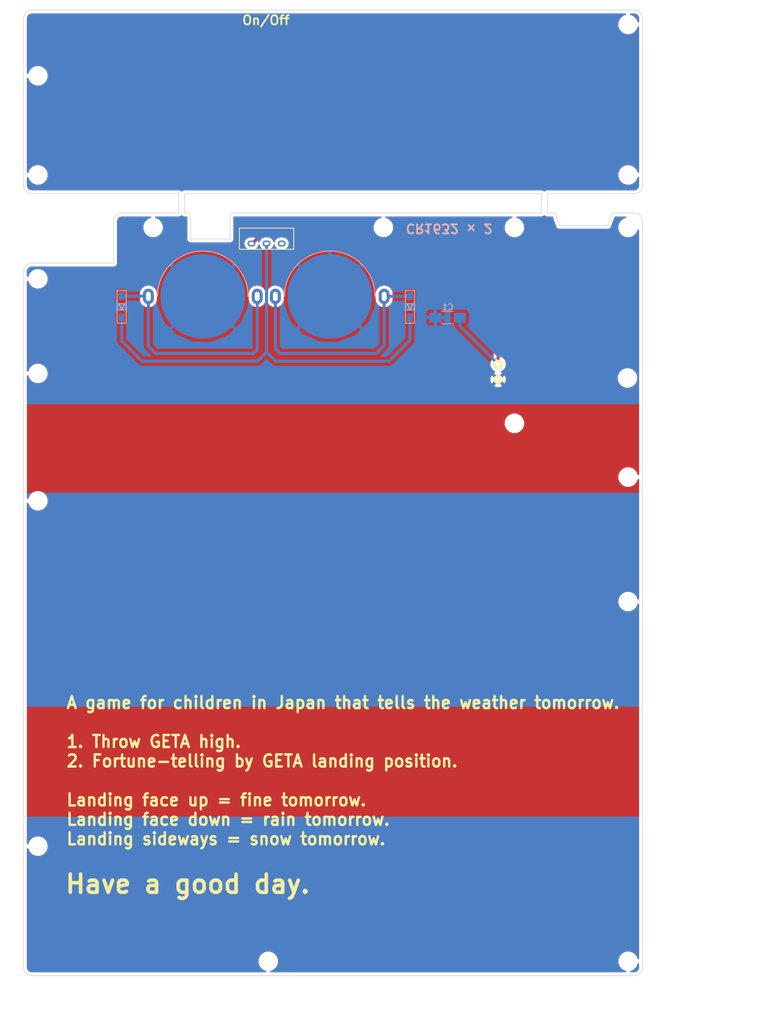
<source format=kicad_pcb>
(kicad_pcb (version 20171130) (host pcbnew "(5.1.5)-3")

  (general
    (thickness 1.6)
    (drawings 44)
    (tracks 49)
    (zones 0)
    (modules 28)
    (nets 7)
  )

  (page A4)
  (layers
    (0 F.Cu signal)
    (31 B.Cu signal)
    (32 B.Adhes user)
    (33 F.Adhes user)
    (34 B.Paste user)
    (35 F.Paste user)
    (36 B.SilkS user)
    (37 F.SilkS user)
    (38 B.Mask user)
    (39 F.Mask user)
    (40 Dwgs.User user)
    (41 Cmts.User user)
    (42 Eco1.User user)
    (43 Eco2.User user)
    (44 Edge.Cuts user)
    (45 Margin user)
    (46 B.CrtYd user)
    (47 F.CrtYd user)
    (48 B.Fab user)
    (49 F.Fab user)
  )

  (setup
    (last_trace_width 0.25)
    (user_trace_width 0.5)
    (trace_clearance 0.2)
    (zone_clearance 0.508)
    (zone_45_only no)
    (trace_min 0.2)
    (via_size 0.8)
    (via_drill 0.4)
    (via_min_size 0.4)
    (via_min_drill 0.3)
    (uvia_size 0.3)
    (uvia_drill 0.1)
    (uvias_allowed no)
    (uvia_min_size 0.2)
    (uvia_min_drill 0.1)
    (edge_width 0.1)
    (segment_width 0.2)
    (pcb_text_width 0.3)
    (pcb_text_size 1.5 1.5)
    (mod_edge_width 0.15)
    (mod_text_size 1 1)
    (mod_text_width 0.15)
    (pad_size 1.5 1.5)
    (pad_drill 0.6)
    (pad_to_mask_clearance 0)
    (solder_mask_min_width 0.25)
    (aux_axis_origin 0 0)
    (grid_origin 35.25 24.5)
    (visible_elements 7FFFFFFF)
    (pcbplotparams
      (layerselection 0x010f0_ffffffff)
      (usegerberextensions false)
      (usegerberattributes false)
      (usegerberadvancedattributes false)
      (creategerberjobfile false)
      (excludeedgelayer true)
      (linewidth 0.100000)
      (plotframeref false)
      (viasonmask false)
      (mode 1)
      (useauxorigin false)
      (hpglpennumber 1)
      (hpglpenspeed 20)
      (hpglpendiameter 15.000000)
      (psnegative false)
      (psa4output false)
      (plotreference true)
      (plotvalue true)
      (plotinvisibletext false)
      (padsonsilk false)
      (subtractmaskfromsilk false)
      (outputformat 1)
      (mirror false)
      (drillshape 0)
      (scaleselection 1)
      (outputdirectory "../../Gerber/Bottom_ProMicro-Cover/Normal/"))
  )

  (net 0 "")
  (net 1 GND)
  (net 2 Bat+)
  (net 3 "Net-(BT1-Pad1)")
  (net 4 "Net-(BT2-Pad1)")
  (net 5 "Net-(SW1-Pad3)")
  (net 6 "Net-(D1-Pad1)")

  (net_class Default "これはデフォルトのネット クラスです。"
    (clearance 0.2)
    (trace_width 0.25)
    (via_dia 0.8)
    (via_drill 0.4)
    (uvia_dia 0.3)
    (uvia_drill 0.1)
    (add_net Bat+)
    (add_net GND)
    (add_net "Net-(BT1-Pad1)")
    (add_net "Net-(BT2-Pad1)")
    (add_net "Net-(D1-Pad1)")
    (add_net "Net-(SW1-Pad3)")
  )

  (module kbd:C_1206_HandSoldering_Back (layer F.Cu) (tedit 5C65A3C7) (tstamp 5D8927DB)
    (at 93.5 27.7)
    (descr "Capacitor SMD 1206, hand soldering")
    (tags "capacitor 1206")
    (path /5D892AEE)
    (attr smd)
    (fp_text reference C1 (at 0 -1.9425 180) (layer B.SilkS)
      (effects (font (size 1 1) (thickness 0.15)) (justify mirror))
    )
    (fp_text value C_Small (at 0 1.8075 180) (layer B.Fab)
      (effects (font (size 1 1) (thickness 0.15)) (justify mirror))
    )
    (fp_text user %R (at 0 -1.9425 180) (layer B.Fab)
      (effects (font (size 1 1) (thickness 0.15)) (justify mirror))
    )
    (fp_line (start 1.6 0.6075) (end 1.6 -0.9925) (layer B.Fab) (width 0.1))
    (fp_line (start -1.6 0.6075) (end 1.6 0.6075) (layer B.Fab) (width 0.1))
    (fp_line (start -1.6 -0.9925) (end -1.6 0.6075) (layer B.Fab) (width 0.1))
    (fp_line (start 1.6 -0.9925) (end -1.6 -0.9925) (layer B.Fab) (width 0.1))
    (fp_line (start -1 -1.2125) (end 1 -1.2125) (layer B.SilkS) (width 0.12))
    (fp_line (start 1 0.8275) (end -1 0.8275) (layer B.SilkS) (width 0.12))
    (fp_line (start 3.25 -1.2425) (end -3.25 -1.2425) (layer B.CrtYd) (width 0.05))
    (fp_line (start 3.25 -1.2425) (end 3.25 0.8575) (layer B.CrtYd) (width 0.05))
    (fp_line (start -3.25 0.8575) (end -3.25 -1.2425) (layer B.CrtYd) (width 0.05))
    (fp_line (start -3.25 0.8575) (end 3.25 0.8575) (layer B.CrtYd) (width 0.05))
    (pad 1 smd rect (at 2 -0.1925 180) (size 2 1.6) (layers B.Cu B.Paste B.Mask)
      (net 2 Bat+))
    (pad 2 smd rect (at -2 -0.1925 180) (size 2 1.6) (layers B.Cu B.Paste B.Mask)
      (net 1 GND))
    (model Capacitors_SMD.3dshapes/C_1206.wrl
      (at (xyz 0 0 0))
      (scale (xyz 1 1 1))
      (rotate (xyz 0 0 0))
    )
  )

  (module kbd:HOLE_m2 (layer F.Cu) (tedit 5CAF8CEE) (tstamp 5DC57EF4)
    (at 25.725 21.09375)
    (descr "Mounting Hole 2.2mm, no annular, M2")
    (tags "mounting hole 2.2mm no annular m2")
    (path /5D88F5D5)
    (attr virtual)
    (fp_text reference J18 (at 0 -3.2) (layer F.Fab)
      (effects (font (size 1 1) (thickness 0.15)))
    )
    (fp_text value Conn_01x01 (at 0 3.2) (layer F.Fab)
      (effects (font (size 1 1) (thickness 0.15)))
    )
    (fp_text user %R (at 0.3 0) (layer F.Fab)
      (effects (font (size 1 1) (thickness 0.15)))
    )
    (fp_circle (center 0 0) (end 2.2 0) (layer Cmts.User) (width 0.15))
    (fp_circle (center 0 0) (end 2.45 0) (layer F.CrtYd) (width 0.05))
    (pad "" np_thru_hole circle (at 0 0) (size 2.2 2.2) (drill 2.2) (layers *.Cu *.Mask))
  )

  (module kbd:HOLE_m2 (layer F.Cu) (tedit 5CAF8CEE) (tstamp 5DC57EED)
    (at 123.35625 12.59375)
    (descr "Mounting Hole 2.2mm, no annular, M2")
    (tags "mounting hole 2.2mm no annular m2")
    (path /5D88F50F)
    (attr virtual)
    (fp_text reference J16 (at 0 -3.2) (layer F.Fab)
      (effects (font (size 1 1) (thickness 0.15)))
    )
    (fp_text value Conn_01x01 (at 0 3.2) (layer F.Fab)
      (effects (font (size 1 1) (thickness 0.15)))
    )
    (fp_text user %R (at 0.3 0) (layer F.Fab)
      (effects (font (size 1 1) (thickness 0.15)))
    )
    (fp_circle (center 0 0) (end 2.2 0) (layer Cmts.User) (width 0.15))
    (fp_circle (center 0 0) (end 2.45 0) (layer F.CrtYd) (width 0.05))
    (pad "" np_thru_hole circle (at 0 0) (size 2.2 2.2) (drill 2.2) (layers *.Cu *.Mask))
  )

  (module kbd:HOLE_m2 (layer F.Cu) (tedit 5CAF8CEE) (tstamp 5D8D1863)
    (at 123.25 37.5)
    (descr "Mounting Hole 2.2mm, no annular, M2")
    (tags "mounting hole 2.2mm no annular m2")
    (path /5D890293)
    (attr virtual)
    (fp_text reference J19 (at 0 -3.2) (layer F.Fab)
      (effects (font (size 1 1) (thickness 0.15)))
    )
    (fp_text value Conn_01x01 (at 0 3.2) (layer F.Fab)
      (effects (font (size 1 1) (thickness 0.15)))
    )
    (fp_circle (center 0 0) (end 2.45 0) (layer F.CrtYd) (width 0.05))
    (fp_circle (center 0 0) (end 2.2 0) (layer Cmts.User) (width 0.15))
    (fp_text user %R (at 0.3 0) (layer F.Fab)
      (effects (font (size 1 1) (thickness 0.15)))
    )
    (pad "" np_thru_hole circle (at 0 0) (size 2.2 2.2) (drill 2.2) (layers *.Cu *.Mask))
  )

  (module kbd:HOLE_m2 (layer F.Cu) (tedit 5CAF8CEE) (tstamp 5D8BB3BE)
    (at 123.35625 -21.00625)
    (descr "Mounting Hole 2.2mm, no annular, M2")
    (tags "mounting hole 2.2mm no annular m2")
    (path /5D88605E)
    (attr virtual)
    (fp_text reference J2 (at 0 -3.2) (layer F.Fab)
      (effects (font (size 1 1) (thickness 0.15)))
    )
    (fp_text value Conn_01x01 (at 0 3.2) (layer F.Fab)
      (effects (font (size 1 1) (thickness 0.15)))
    )
    (fp_text user %R (at 0.3 0) (layer F.Fab)
      (effects (font (size 1 1) (thickness 0.15)))
    )
    (fp_circle (center 0 0) (end 2.2 0) (layer Cmts.User) (width 0.15))
    (fp_circle (center 0 0) (end 2.45 0) (layer F.CrtYd) (width 0.05))
    (pad "" np_thru_hole circle (at 0 0) (size 2.2 2.2) (drill 2.2) (layers *.Cu *.Mask))
  )

  (module kbd:HOLE_m2 (layer F.Cu) (tedit 5CAF8CEE) (tstamp 5D8BB39B)
    (at 123.35625 134.0375)
    (descr "Mounting Hole 2.2mm, no annular, M2")
    (tags "mounting hole 2.2mm no annular m2")
    (path /5D8859AD)
    (attr virtual)
    (fp_text reference J5 (at 0 -3.2) (layer F.Fab)
      (effects (font (size 1 1) (thickness 0.15)))
    )
    (fp_text value Conn_01x01 (at 0 3.2) (layer F.Fab)
      (effects (font (size 1 1) (thickness 0.15)))
    )
    (fp_text user %R (at 0.3 0) (layer F.Fab)
      (effects (font (size 1 1) (thickness 0.15)))
    )
    (fp_circle (center 0 0) (end 2.2 0) (layer Cmts.User) (width 0.15))
    (fp_circle (center 0 0) (end 2.45 0) (layer F.CrtYd) (width 0.05))
    (pad "" np_thru_hole circle (at 0 0) (size 2.2 2.2) (drill 2.2) (layers *.Cu *.Mask))
  )

  (module kbd:HOLE_m2 (layer F.Cu) (tedit 5CAF8CEE) (tstamp 5D8A520F)
    (at 123.35625 3.9)
    (descr "Mounting Hole 2.2mm, no annular, M2")
    (tags "mounting hole 2.2mm no annular m2")
    (path /5D88F50F)
    (attr virtual)
    (fp_text reference J16 (at 0 -3.2) (layer F.Fab)
      (effects (font (size 1 1) (thickness 0.15)))
    )
    (fp_text value Conn_01x01 (at 0 3.2) (layer F.Fab)
      (effects (font (size 1 1) (thickness 0.15)))
    )
    (fp_circle (center 0 0) (end 2.45 0) (layer F.CrtYd) (width 0.05))
    (fp_circle (center 0 0) (end 2.2 0) (layer Cmts.User) (width 0.15))
    (fp_text user %R (at 0.3 0) (layer F.Fab)
      (effects (font (size 1 1) (thickness 0.15)))
    )
    (pad "" np_thru_hole circle (at 0 0) (size 2.2 2.2) (drill 2.2) (layers *.Cu *.Mask))
  )

  (module kbd:HOLE_m2 (layer F.Cu) (tedit 5CAF8CEE) (tstamp 5D8A5207)
    (at 104.55 12.59375)
    (descr "Mounting Hole 2.2mm, no annular, M2")
    (tags "mounting hole 2.2mm no annular m2")
    (path /5D88F573)
    (attr virtual)
    (fp_text reference J17 (at 0 -3.2) (layer F.Fab)
      (effects (font (size 1 1) (thickness 0.15)))
    )
    (fp_text value Conn_01x01 (at 0 3.2) (layer F.Fab)
      (effects (font (size 1 1) (thickness 0.15)))
    )
    (fp_text user %R (at 0.3 0) (layer F.Fab)
      (effects (font (size 1 1) (thickness 0.15)))
    )
    (fp_circle (center 0 0) (end 2.2 0) (layer Cmts.User) (width 0.15))
    (fp_circle (center 0 0) (end 2.45 0) (layer F.CrtYd) (width 0.05))
    (pad "" np_thru_hole circle (at 0 0) (size 2.2 2.2) (drill 2.2) (layers *.Cu *.Mask))
  )

  (module kbd:HOLE_m2 (layer F.Cu) (tedit 5CAF8CEE) (tstamp 5D8A51FF)
    (at 25.725 3.9)
    (descr "Mounting Hole 2.2mm, no annular, M2")
    (tags "mounting hole 2.2mm no annular m2")
    (path /5D88F5D5)
    (attr virtual)
    (fp_text reference J18 (at 0 -3.2) (layer F.Fab)
      (effects (font (size 1 1) (thickness 0.15)))
    )
    (fp_text value Conn_01x01 (at 0 3.2) (layer F.Fab)
      (effects (font (size 1 1) (thickness 0.15)))
    )
    (fp_circle (center 0 0) (end 2.45 0) (layer F.CrtYd) (width 0.05))
    (fp_circle (center 0 0) (end 2.2 0) (layer Cmts.User) (width 0.15))
    (fp_text user %R (at 0.3 0) (layer F.Fab)
      (effects (font (size 1 1) (thickness 0.15)))
    )
    (pad "" np_thru_hole circle (at 0 0) (size 2.2 2.2) (drill 2.2) (layers *.Cu *.Mask))
  )

  (module kbd:HOLE_m2 (layer F.Cu) (tedit 5CAF8CEE) (tstamp 5D89C144)
    (at 25.725 114.9875)
    (descr "Mounting Hole 2.2mm, no annular, M2")
    (tags "mounting hole 2.2mm no annular m2")
    (path /5D8859A1)
    (attr virtual)
    (fp_text reference J7 (at 0 -3.2) (layer F.Fab)
      (effects (font (size 1 1) (thickness 0.15)))
    )
    (fp_text value Conn_01x01 (at 0 3.2) (layer F.Fab)
      (effects (font (size 1 1) (thickness 0.15)))
    )
    (fp_circle (center 0 0) (end 2.45 0) (layer F.CrtYd) (width 0.05))
    (fp_circle (center 0 0) (end 2.2 0) (layer Cmts.User) (width 0.15))
    (fp_text user %R (at 0.3 0) (layer F.Fab)
      (effects (font (size 1 1) (thickness 0.15)))
    )
    (pad "" np_thru_hole circle (at 0 0) (size 2.2 2.2) (drill 2.2) (layers *.Cu *.Mask))
  )

  (module kbd:HOLE_m2 (layer F.Cu) (tedit 5CAF8CEE) (tstamp 5D89C13C)
    (at 104.55 45)
    (descr "Mounting Hole 2.2mm, no annular, M2")
    (tags "mounting hole 2.2mm no annular m2")
    (path /5D885769)
    (attr virtual)
    (fp_text reference J13 (at 0 -3.2) (layer F.Fab)
      (effects (font (size 1 1) (thickness 0.15)))
    )
    (fp_text value Conn_01x01 (at 0 3.2) (layer F.Fab)
      (effects (font (size 1 1) (thickness 0.15)))
    )
    (fp_text user %R (at 0.3 0) (layer F.Fab)
      (effects (font (size 1 1) (thickness 0.15)))
    )
    (fp_circle (center 0 0) (end 2.2 0) (layer Cmts.User) (width 0.15))
    (fp_circle (center 0 0) (end 2.45 0) (layer F.CrtYd) (width 0.05))
    (pad "" np_thru_hole circle (at 0 0) (size 2.2 2.2) (drill 2.2) (layers *.Cu *.Mask))
  )

  (module kbd:HOLE_m2 (layer F.Cu) (tedit 5CAF8CEE) (tstamp 5D89C134)
    (at 44.775 12.59375)
    (descr "Mounting Hole 2.2mm, no annular, M2")
    (tags "mounting hole 2.2mm no annular m2")
    (path /5D885595)
    (attr virtual)
    (fp_text reference J12 (at 0 -3.2) (layer F.Fab)
      (effects (font (size 1 1) (thickness 0.15)))
    )
    (fp_text value Conn_01x01 (at 0 3.2) (layer F.Fab)
      (effects (font (size 1 1) (thickness 0.15)))
    )
    (fp_circle (center 0 0) (end 2.45 0) (layer F.CrtYd) (width 0.05))
    (fp_circle (center 0 0) (end 2.2 0) (layer Cmts.User) (width 0.15))
    (fp_text user %R (at 0.3 0) (layer F.Fab)
      (effects (font (size 1 1) (thickness 0.15)))
    )
    (pad "" np_thru_hole circle (at 0 0) (size 2.2 2.2) (drill 2.2) (layers *.Cu *.Mask))
  )

  (module kbd:HOLE_m2 (layer F.Cu) (tedit 5CAF8CEE) (tstamp 5D89C12C)
    (at 82.875 12.59375)
    (descr "Mounting Hole 2.2mm, no annular, M2")
    (tags "mounting hole 2.2mm no annular m2")
    (path /5D88555B)
    (attr virtual)
    (fp_text reference J11 (at 0 -3.2) (layer F.Fab)
      (effects (font (size 1 1) (thickness 0.15)))
    )
    (fp_text value Conn_01x01 (at 0 3.2) (layer F.Fab)
      (effects (font (size 1 1) (thickness 0.15)))
    )
    (fp_text user %R (at 0.3 0) (layer F.Fab)
      (effects (font (size 1 1) (thickness 0.15)))
    )
    (fp_circle (center 0 0) (end 2.2 0) (layer Cmts.User) (width 0.15))
    (fp_circle (center 0 0) (end 2.45 0) (layer F.CrtYd) (width 0.05))
    (pad "" np_thru_hole circle (at 0 0) (size 2.2 2.2) (drill 2.2) (layers *.Cu *.Mask))
  )

  (module kbd:HOLE_m2 (layer F.Cu) (tedit 5CAF8CEE) (tstamp 5D89C124)
    (at 25.725 -12.50625)
    (descr "Mounting Hole 2.2mm, no annular, M2")
    (tags "mounting hole 2.2mm no annular m2")
    (path /5D88550F)
    (attr virtual)
    (fp_text reference J10 (at 0 -3.2) (layer F.Fab)
      (effects (font (size 1 1) (thickness 0.15)))
    )
    (fp_text value Conn_01x01 (at 0 3.2) (layer F.Fab)
      (effects (font (size 1 1) (thickness 0.15)))
    )
    (fp_circle (center 0 0) (end 2.45 0) (layer F.CrtYd) (width 0.05))
    (fp_circle (center 0 0) (end 2.2 0) (layer Cmts.User) (width 0.15))
    (fp_text user %R (at 0.3 0) (layer F.Fab)
      (effects (font (size 1 1) (thickness 0.15)))
    )
    (pad "" np_thru_hole circle (at 0 0) (size 2.2 2.2) (drill 2.2) (layers *.Cu *.Mask))
  )

  (module kbd:HOLE_m2 (layer F.Cu) (tedit 5CAF8CEE) (tstamp 5D89C11C)
    (at 25.725 36.75)
    (descr "Mounting Hole 2.2mm, no annular, M2")
    (tags "mounting hole 2.2mm no annular m2")
    (path /5D886058)
    (attr virtual)
    (fp_text reference J9 (at 0 -3.2) (layer F.Fab)
      (effects (font (size 1 1) (thickness 0.15)))
    )
    (fp_text value Conn_01x01 (at 0 3.2) (layer F.Fab)
      (effects (font (size 1 1) (thickness 0.15)))
    )
    (fp_text user %R (at 0.3 0) (layer F.Fab)
      (effects (font (size 1 1) (thickness 0.15)))
    )
    (fp_circle (center 0 0) (end 2.2 0) (layer Cmts.User) (width 0.15))
    (fp_circle (center 0 0) (end 2.45 0) (layer F.CrtYd) (width 0.05))
    (pad "" np_thru_hole circle (at 0 0) (size 2.2 2.2) (drill 2.2) (layers *.Cu *.Mask))
  )

  (module kbd:HOLE_m2 (layer F.Cu) (tedit 5CAF8CEE) (tstamp 5D89C114)
    (at 25.725 57.8375)
    (descr "Mounting Hole 2.2mm, no annular, M2")
    (tags "mounting hole 2.2mm no annular m2")
    (path /5D88599B)
    (attr virtual)
    (fp_text reference J8 (at 0 -3.2) (layer F.Fab)
      (effects (font (size 1 1) (thickness 0.15)))
    )
    (fp_text value Conn_01x01 (at 0 3.2) (layer F.Fab)
      (effects (font (size 1 1) (thickness 0.15)))
    )
    (fp_circle (center 0 0) (end 2.45 0) (layer F.CrtYd) (width 0.05))
    (fp_circle (center 0 0) (end 2.2 0) (layer Cmts.User) (width 0.15))
    (fp_text user %R (at 0.3 0) (layer F.Fab)
      (effects (font (size 1 1) (thickness 0.15)))
    )
    (pad "" np_thru_hole circle (at 0 0) (size 2.2 2.2) (drill 2.2) (layers *.Cu *.Mask))
  )

  (module kbd:HOLE_m2 (layer F.Cu) (tedit 5CAF8CEE) (tstamp 5D89C104)
    (at 123.35625 74.50625)
    (descr "Mounting Hole 2.2mm, no annular, M2")
    (tags "mounting hole 2.2mm no annular m2")
    (path /5D8859B3)
    (attr virtual)
    (fp_text reference J4 (at 0 -3.2) (layer F.Fab)
      (effects (font (size 1 1) (thickness 0.15)))
    )
    (fp_text value Conn_01x01 (at 0 3.2) (layer F.Fab)
      (effects (font (size 1 1) (thickness 0.15)))
    )
    (fp_circle (center 0 0) (end 2.45 0) (layer F.CrtYd) (width 0.05))
    (fp_circle (center 0 0) (end 2.2 0) (layer Cmts.User) (width 0.15))
    (fp_text user %R (at 0.3 0) (layer F.Fab)
      (effects (font (size 1 1) (thickness 0.15)))
    )
    (pad "" np_thru_hole circle (at 0 0) (size 2.2 2.2) (drill 2.2) (layers *.Cu *.Mask))
  )

  (module kbd:HOLE_m2 (layer F.Cu) (tedit 5CAF8CEE) (tstamp 5D89C0FC)
    (at 123.35625 53.9)
    (descr "Mounting Hole 2.2mm, no annular, M2")
    (tags "mounting hole 2.2mm no annular m2")
    (path /5D8859B9)
    (attr virtual)
    (fp_text reference J3 (at 0 -3.2) (layer F.Fab)
      (effects (font (size 1 1) (thickness 0.15)))
    )
    (fp_text value Conn_01x01 (at 0 3.2) (layer F.Fab)
      (effects (font (size 1 1) (thickness 0.15)))
    )
    (fp_text user %R (at 0.3 0) (layer F.Fab)
      (effects (font (size 1 1) (thickness 0.15)))
    )
    (fp_circle (center 0 0) (end 2.2 0) (layer Cmts.User) (width 0.15))
    (fp_circle (center 0 0) (end 2.45 0) (layer F.CrtYd) (width 0.05))
    (pad "" np_thru_hole circle (at 0 0) (size 2.2 2.2) (drill 2.2) (layers *.Cu *.Mask))
  )

  (module kbd:HOLE_m2 (layer F.Cu) (tedit 5CAF8CEE) (tstamp 5D89C0DC)
    (at 63.825 134.0375)
    (descr "Mounting Hole 2.2mm, no annular, M2")
    (tags "mounting hole 2.2mm no annular m2")
    (path /5D8859A7)
    (attr virtual)
    (fp_text reference J6 (at 0 -3.2) (layer F.Fab)
      (effects (font (size 1 1) (thickness 0.15)))
    )
    (fp_text value Conn_01x01 (at 0 3.2) (layer F.Fab)
      (effects (font (size 1 1) (thickness 0.15)))
    )
    (fp_text user %R (at 0.3 0) (layer F.Fab)
      (effects (font (size 1 1) (thickness 0.15)))
    )
    (fp_circle (center 0 0) (end 2.2 0) (layer Cmts.User) (width 0.15))
    (fp_circle (center 0 0) (end 2.45 0) (layer F.CrtYd) (width 0.05))
    (pad "" np_thru_hole circle (at 0 0) (size 2.2 2.2) (drill 2.2) (layers *.Cu *.Mask))
  )

  (module kbd:2pinBLE (layer F.Cu) (tedit 5D864AD6) (tstamp 5D8927DC)
    (at 101.85 36.75)
    (path /5D9B70C9)
    (fp_text reference J1 (at 0 0 270) (layer Edge.Cuts) hide
      (effects (font (size 1 1) (thickness 0.15)))
    )
    (fp_text value Conn_01x02 (at 0 13.97) (layer F.Fab) hide
      (effects (font (size 1 1) (thickness 0.15)))
    )
    (pad 1 thru_hole circle (at 0 -1.544) (size 1.524 1.524) (drill 0.8128) (layers *.Cu *.Mask F.SilkS)
      (net 2 Bat+))
    (pad 2 thru_hole circle (at 0 0.996) (size 1.524 1.524) (drill 0.8128) (layers *.Cu *.Mask F.SilkS)
      (net 1 GND))
  )

  (module kbd:MSK-12D19 (layer F.Cu) (tedit 5DC83E96) (tstamp 5D8927A6)
    (at 63.55 14.2)
    (path /5D892A93)
    (fp_text reference SW1 (at 0 -2) (layer F.Fab)
      (effects (font (size 1 1) (thickness 0.15)))
    )
    (fp_text value SW_Push_SPDT (at 0 3.5) (layer F.Fab) hide
      (effects (font (size 1 1) (thickness 0.15)))
    )
    (fp_text user MSK-12D19 (at 0 -0.5) (layer F.SilkS) hide
      (effects (font (size 1 1) (thickness 0.15)))
    )
    (fp_line (start 4.5 2) (end -4.5 2) (layer F.SilkS) (width 0.15))
    (fp_line (start -4.5 2) (end -4.5 -1.5) (layer F.SilkS) (width 0.15))
    (fp_line (start -4.5 -1.5) (end 4.5 -1.5) (layer F.SilkS) (width 0.15))
    (fp_line (start 4.5 -1.5) (end 4.5 2) (layer F.SilkS) (width 0.15))
    (pad 3 thru_hole oval (at 2.5 1.05) (size 1.3 1) (drill oval 0.8 0.5) (layers *.Cu *.Mask)
      (net 5 "Net-(SW1-Pad3)") (clearance 0.15))
    (pad 2 thru_hole oval (at 0 1.05) (size 1.3 1) (drill oval 0.8 0.5) (layers *.Cu *.Mask)
      (net 6 "Net-(D1-Pad1)") (clearance 0.15))
    (pad 1 thru_hole oval (at -2.5 1.05) (size 1.3 1) (drill oval 0.8 0.5) (layers *.Cu *.Mask)
      (net 2 Bat+) (clearance 0.15))
    (model "../../../../../../Users/pluis/Documents/Magic Briefcase/Documents/KiCad/3d/AB2_TRS_3p5MM_PTH.wrl"
      (at (xyz 0 0 0))
      (scale (xyz 0.42 0.42 0.42))
      (rotate (xyz 0 0 90))
    )
  )

  (module kbd:ali_CR1632 (layer B.Cu) (tedit 5CD6FF8C) (tstamp 5D8927A5)
    (at 53 24)
    (path /5D892970)
    (fp_text reference BT2 (at 2.5 4) (layer B.SilkS) hide
      (effects (font (size 1 1) (thickness 0.15)) (justify mirror))
    )
    (fp_text value Battery_Cell (at 0 0.5) (layer B.Fab)
      (effects (font (size 1 1) (thickness 0.15)) (justify mirror))
    )
    (fp_arc (start 0 0) (end 7.5 0) (angle -179.6) (layer B.SilkS) (width 0.15))
    (fp_circle (center 0 0) (end 0 8) (layer Cmts.User) (width 0.3))
    (pad 1 thru_hole oval (at -9 0) (size 1.8 2.55) (drill oval 0.8 1.55) (layers *.Cu *.Mask)
      (net 4 "Net-(BT2-Pad1)"))
    (pad 2 smd circle (at 0 0) (size 14 14) (layers B.Cu B.Mask)
      (net 1 GND))
    (pad 1 thru_hole oval (at 9 0) (size 1.8 2.55) (drill oval 0.8 1.55) (layers *.Cu *.Mask)
      (net 4 "Net-(BT2-Pad1)"))
  )

  (module kbd:D3_SMD_L1 (layer F.Cu) (tedit 5C3CC095) (tstamp 5C4C866B)
    (at 87.275 25.725 90)
    (descr "Resitance 3 pas")
    (tags R)
    (path /5D892A03)
    (autoplace_cost180 10)
    (fp_text reference D1 (at 0.5 0 90) (layer F.Fab) hide
      (effects (font (size 0.5 0.5) (thickness 0.125)))
    )
    (fp_text value D (at -0.6 0 90) (layer F.Fab) hide
      (effects (font (size 0.5 0.5) (thickness 0.125)))
    )
    (fp_line (start 2.7 0.75) (end 2.7 -0.75) (layer B.SilkS) (width 0.15))
    (fp_line (start -2.7 0.75) (end 2.7 0.75) (layer B.SilkS) (width 0.15))
    (fp_line (start -2.7 -0.75) (end -2.7 0.75) (layer B.SilkS) (width 0.15))
    (fp_line (start 2.7 -0.75) (end -2.7 -0.75) (layer B.SilkS) (width 0.15))
    (fp_line (start 0.5 0.5) (end -0.4 0) (layer B.SilkS) (width 0.15))
    (fp_line (start 0.5 -0.5) (end 0.5 0.5) (layer B.SilkS) (width 0.15))
    (fp_line (start -0.4 0) (end 0.5 -0.5) (layer B.SilkS) (width 0.15))
    (fp_line (start -0.5 -0.5) (end -0.5 0.5) (layer B.SilkS) (width 0.15))
    (pad 2 smd rect (at 1.775 0 90) (size 1.3 0.95) (layers B.Cu B.Paste B.Mask)
      (net 3 "Net-(BT1-Pad1)"))
    (pad 1 smd rect (at -1.775 0 90) (size 1.3 0.95) (layers B.Cu B.Paste B.Mask)
      (net 6 "Net-(D1-Pad1)"))
    (model Diodes_SMD.3dshapes/SMB_Handsoldering.wrl
      (at (xyz 0 0 0))
      (scale (xyz 0.22 0.15 0.15))
      (rotate (xyz 0 0 180))
    )
  )

  (module kbd:D3_SMD_L1 (layer F.Cu) (tedit 5C3CC095) (tstamp 5C4C8679)
    (at 39.575 25.725 90)
    (descr "Resitance 3 pas")
    (tags R)
    (path /5D8929BA)
    (autoplace_cost180 10)
    (fp_text reference D2 (at 0.5 0 90) (layer F.Fab) hide
      (effects (font (size 0.5 0.5) (thickness 0.125)))
    )
    (fp_text value D (at -0.6 0 90) (layer F.Fab) hide
      (effects (font (size 0.5 0.5) (thickness 0.125)))
    )
    (fp_line (start 2.7 0.75) (end 2.7 -0.75) (layer B.SilkS) (width 0.15))
    (fp_line (start -2.7 0.75) (end 2.7 0.75) (layer B.SilkS) (width 0.15))
    (fp_line (start -2.7 -0.75) (end -2.7 0.75) (layer B.SilkS) (width 0.15))
    (fp_line (start 2.7 -0.75) (end -2.7 -0.75) (layer B.SilkS) (width 0.15))
    (fp_line (start 0.5 0.5) (end -0.4 0) (layer B.SilkS) (width 0.15))
    (fp_line (start 0.5 -0.5) (end 0.5 0.5) (layer B.SilkS) (width 0.15))
    (fp_line (start -0.4 0) (end 0.5 -0.5) (layer B.SilkS) (width 0.15))
    (fp_line (start -0.5 -0.5) (end -0.5 0.5) (layer B.SilkS) (width 0.15))
    (pad 2 smd rect (at 1.775 0 90) (size 1.3 0.95) (layers B.Cu B.Paste B.Mask)
      (net 4 "Net-(BT2-Pad1)"))
    (pad 1 smd rect (at -1.775 0 90) (size 1.3 0.95) (layers B.Cu B.Paste B.Mask)
      (net 6 "Net-(D1-Pad1)"))
    (model Diodes_SMD.3dshapes/SMB_Handsoldering.wrl
      (at (xyz 0 0 0))
      (scale (xyz 0.22 0.15 0.15))
      (rotate (xyz 0 0 180))
    )
  )

  (module kbd:ali_CR1632 (layer B.Cu) (tedit 5CD6FF8C) (tstamp 5D891C5E)
    (at 74 24)
    (path /5D89292C)
    (fp_text reference BT1 (at 2.5 4) (layer B.SilkS) hide
      (effects (font (size 1 1) (thickness 0.15)) (justify mirror))
    )
    (fp_text value Battery_Cell (at 0 0.5) (layer B.Fab)
      (effects (font (size 1 1) (thickness 0.15)) (justify mirror))
    )
    (fp_circle (center 0 0) (end 0 8) (layer Cmts.User) (width 0.3))
    (fp_arc (start 0 0) (end 7.5 0) (angle -179.6) (layer B.SilkS) (width 0.15))
    (pad 1 thru_hole oval (at 9 0) (size 1.8 2.55) (drill oval 0.8 1.55) (layers *.Cu *.Mask)
      (net 3 "Net-(BT1-Pad1)"))
    (pad 2 smd circle (at 0 0) (size 14 14) (layers B.Cu B.Mask)
      (net 1 GND))
    (pad 1 thru_hole oval (at -9 0) (size 1.8 2.55) (drill oval 0.8 1.55) (layers *.Cu *.Mask)
      (net 3 "Net-(BT1-Pad1)"))
  )

  (module logos:salicylic-acid2m (layer B.Cu) (tedit 0) (tstamp 5D8E5966)
    (at 70.25 -8 180)
    (fp_text reference G*** (at 0 0 180) (layer B.SilkS) hide
      (effects (font (size 1.524 1.524) (thickness 0.3)) (justify mirror))
    )
    (fp_text value LOGO (at 0.75 0 180) (layer B.SilkS) hide
      (effects (font (size 1.524 1.524) (thickness 0.3)) (justify mirror))
    )
    (fp_poly (pts (xy -3.65284 0.356344) (xy -3.567656 0.310362) (xy -3.437364 0.238461) (xy -3.268797 0.144517)
      (xy -3.068786 0.032406) (xy -2.844164 -0.093997) (xy -2.601763 -0.230816) (xy -2.348415 -0.374176)
      (xy -2.090952 -0.5202) (xy -1.836207 -0.665014) (xy -1.591011 -0.804741) (xy -1.362197 -0.935507)
      (xy -1.156598 -1.053436) (xy -0.981044 -1.154651) (xy -0.842369 -1.235278) (xy -0.747405 -1.291442)
      (xy -0.702983 -1.319265) (xy -0.701264 -1.32061) (xy -0.696339 -1.363601) (xy -0.720718 -1.436348)
      (xy -0.723725 -1.442496) (xy -0.772268 -1.540486) (xy -0.82692 -1.6523) (xy -0.834496 -1.667934)
      (xy -0.880207 -1.746379) (xy -0.920609 -1.78973) (xy -0.930568 -1.792865) (xy -0.965912 -1.776084)
      (xy -1.054243 -1.728709) (xy -1.189852 -1.653945) (xy -1.367026 -1.554997) (xy -1.580058 -1.435073)
      (xy -1.823236 -1.297376) (xy -2.090851 -1.145114) (xy -2.377192 -0.981491) (xy -2.443695 -0.943392)
      (xy -3.92219 -0.095988) (xy -3.818719 0.138272) (xy -3.765637 0.250351) (xy -3.719576 0.333211)
      (xy -3.689203 0.371544) (xy -3.686084 0.372533) (xy -3.65284 0.356344)) (layer B.Mask) (width 0.01))
    (fp_poly (pts (xy -6.333067 -5.08) (xy -6.841067 -5.08) (xy -6.841067 -1.490134) (xy -6.333067 -1.490134)
      (xy -6.333067 -5.08)) (layer B.Mask) (width 0.01))
    (fp_poly (pts (xy -0.963019 -4.611786) (xy -0.926551 -4.665818) (xy -0.876676 -4.759859) (xy -0.835438 -4.848434)
      (xy -0.751418 -5.040201) (xy -2.167875 -5.889834) (xy -2.449622 -6.058466) (xy -2.713966 -6.21597)
      (xy -2.955188 -6.358989) (xy -3.167566 -6.484166) (xy -3.345383 -6.588142) (xy -3.482919 -6.66756)
      (xy -3.574454 -6.719063) (xy -3.61427 -6.739293) (xy -3.615185 -6.739467) (xy -3.644264 -6.711373)
      (xy -3.692483 -6.637233) (xy -3.750085 -6.532265) (xy -3.757839 -6.516979) (xy -3.809251 -6.403693)
      (xy -3.838827 -6.31565) (xy -3.841263 -6.269008) (xy -3.839819 -6.267252) (xy -3.805565 -6.244922)
      (xy -3.718884 -6.191429) (xy -3.585549 -6.110256) (xy -3.411335 -6.004888) (xy -3.202016 -5.878809)
      (xy -2.963365 -5.735502) (xy -2.701157 -5.578452) (xy -2.421165 -5.411143) (xy -2.40829 -5.403459)
      (xy -2.078176 -5.206878) (xy -1.801336 -5.043108) (xy -1.573235 -4.909664) (xy -1.389335 -4.804061)
      (xy -1.245102 -4.723815) (xy -1.135999 -4.666441) (xy -1.057489 -4.629454) (xy -1.005038 -4.61037)
      (xy -0.974109 -4.606703) (xy -0.963019 -4.611786)) (layer B.Mask) (width 0.01))
    (fp_poly (pts (xy 1.6256 5.249333) (xy 2.404533 5.249333) (xy 2.404533 5.9944) (xy 2.709333 5.9944)
      (xy 2.709333 4.1656) (xy 2.404533 4.1656) (xy 2.404533 4.9784) (xy 1.6256 4.9784)
      (xy 1.6256 4.1656) (xy 1.3208 4.1656) (xy 1.3208 5.9944) (xy 1.6256 5.9944)
      (xy 1.6256 5.249333)) (layer B.Mask) (width 0.01))
    (fp_poly (pts (xy 0.39018 5.963724) (xy 0.582265 5.872552) (xy 0.739466 5.736759) (xy 0.74608 5.728892)
      (xy 0.855823 5.547013) (xy 0.922974 5.329541) (xy 0.947294 5.093742) (xy 0.928546 4.856879)
      (xy 0.86649 4.636218) (xy 0.763707 4.452695) (xy 0.620093 4.314337) (xy 0.437727 4.212464)
      (xy 0.236373 4.154134) (xy 0.035792 4.146405) (xy -0.0508 4.161793) (xy -0.246948 4.242568)
      (xy -0.420901 4.370646) (xy -0.557295 4.531876) (xy -0.638029 4.702672) (xy -0.663294 4.838075)
      (xy -0.675039 5.011829) (xy -0.674383 5.08) (xy -0.353644 5.08) (xy -0.335157 4.8514)
      (xy -0.277725 4.673039) (xy -0.178393 4.537775) (xy -0.105059 4.479313) (xy 0.049296 4.414016)
      (xy 0.211255 4.414069) (xy 0.364068 4.475633) (xy 0.483803 4.583628) (xy 0.562696 4.736771)
      (xy 0.602705 4.939877) (xy 0.608856 5.077774) (xy 0.587917 5.307022) (xy 0.526115 5.494861)
      (xy 0.427175 5.636031) (xy 0.294819 5.725268) (xy 0.132771 5.75731) (xy 0.128011 5.757333)
      (xy -0.032781 5.726611) (xy -0.165581 5.63842) (xy -0.266146 5.498724) (xy -0.330238 5.313487)
      (xy -0.353615 5.088672) (xy -0.353644 5.08) (xy -0.674383 5.08) (xy -0.673265 5.195915)
      (xy -0.657971 5.362315) (xy -0.638029 5.457327) (xy -0.565434 5.609312) (xy -0.44788 5.759249)
      (xy -0.304955 5.884552) (xy -0.224961 5.933591) (xy -0.030476 5.997836) (xy 0.180252 6.006682)
      (xy 0.39018 5.963724)) (layer B.Mask) (width 0.01))
    (fp_poly (pts (xy -1.574087 5.963724) (xy -1.382001 5.872552) (xy -1.224801 5.736759) (xy -1.218186 5.728892)
      (xy -1.108444 5.547013) (xy -1.041293 5.329541) (xy -1.016972 5.093742) (xy -1.035721 4.856879)
      (xy -1.097777 4.636218) (xy -1.20056 4.452695) (xy -1.344173 4.314337) (xy -1.526539 4.212464)
      (xy -1.727894 4.154134) (xy -1.928474 4.146405) (xy -2.015067 4.161793) (xy -2.211214 4.242568)
      (xy -2.385167 4.370646) (xy -2.521561 4.531876) (xy -2.602296 4.702672) (xy -2.62756 4.838075)
      (xy -2.639306 5.011829) (xy -2.638649 5.08) (xy -2.31791 5.08) (xy -2.299423 4.8514)
      (xy -2.241992 4.673039) (xy -2.14266 4.537775) (xy -2.069325 4.479313) (xy -1.914971 4.414016)
      (xy -1.753012 4.414069) (xy -1.600199 4.475633) (xy -1.480464 4.583628) (xy -1.40157 4.736771)
      (xy -1.361562 4.939877) (xy -1.355411 5.077774) (xy -1.37635 5.307022) (xy -1.438151 5.494861)
      (xy -1.537092 5.636031) (xy -1.669448 5.725268) (xy -1.831496 5.75731) (xy -1.836256 5.757333)
      (xy -1.997048 5.726611) (xy -2.129847 5.63842) (xy -2.230413 5.498724) (xy -2.294505 5.313487)
      (xy -2.317882 5.088672) (xy -2.31791 5.08) (xy -2.638649 5.08) (xy -2.637531 5.195915)
      (xy -2.622238 5.362315) (xy -2.602296 5.457327) (xy -2.5297 5.609312) (xy -2.412146 5.759249)
      (xy -2.269222 5.884552) (xy -2.189228 5.933591) (xy -1.994743 5.997836) (xy -1.784015 6.006682)
      (xy -1.574087 5.963724)) (layer B.Mask) (width 0.01))
    (fp_poly (pts (xy -3.513912 5.996729) (xy -3.481824 5.99047) (xy -3.299844 5.919186) (xy -3.145072 5.794821)
      (xy -3.031057 5.630636) (xy -2.983686 5.502882) (xy -2.96295 5.386683) (xy -2.978516 5.319625)
      (xy -3.037668 5.289646) (xy -3.115733 5.284237) (xy -3.205445 5.29598) (xy -3.263765 5.341477)
      (xy -3.308281 5.436134) (xy -3.316286 5.459892) (xy -3.394096 5.605264) (xy -3.511959 5.707072)
      (xy -3.656608 5.75498) (xy -3.69805 5.757333) (xy -3.79304 5.74779) (xy -3.871441 5.710215)
      (xy -3.961044 5.631189) (xy -3.962666 5.62957) (xy -4.074283 5.474384) (xy -4.143541 5.285438)
      (xy -4.17019 5.079507) (xy -4.153981 4.873368) (xy -4.094664 4.683796) (xy -3.991992 4.527567)
      (xy -3.979229 4.514322) (xy -3.900817 4.445568) (xy -3.825884 4.412557) (xy -3.722605 4.402891)
      (xy -3.692627 4.402667) (xy -3.577353 4.40962) (xy -3.481321 4.427297) (xy -3.449295 4.439266)
      (xy -3.389265 4.49777) (xy -3.328127 4.597187) (xy -3.278512 4.712104) (xy -3.25305 4.817109)
      (xy -3.251944 4.836322) (xy -3.245415 4.8831) (xy -3.215242 4.904188) (xy -3.143769 4.906988)
      (xy -3.090333 4.904055) (xy -2.993638 4.895308) (xy -2.947783 4.877182) (xy -2.935944 4.83726)
      (xy -2.938665 4.792133) (xy -2.98558 4.58634) (xy -3.081286 4.407069) (xy -3.216629 4.266419)
      (xy -3.382454 4.176492) (xy -3.411141 4.167636) (xy -3.612631 4.136467) (xy -3.822642 4.145357)
      (xy -3.975108 4.181487) (xy -4.15201 4.278434) (xy -4.295178 4.424273) (xy -4.402235 4.607856)
      (xy -4.470805 4.818037) (xy -4.49851 5.043669) (xy -4.482972 5.273605) (xy -4.421815 5.496699)
      (xy -4.312662 5.701803) (xy -4.302408 5.716241) (xy -4.153171 5.866997) (xy -3.965945 5.966024)
      (xy -3.749826 6.010281) (xy -3.513912 5.996729)) (layer B.Mask) (width 0.01))
    (fp_poly (pts (xy 4.910667 1.016) (xy 5.6896 1.016) (xy 5.6896 1.761066) (xy 5.9944 1.761066)
      (xy 5.9944 -0.067733) (xy 5.6896 -0.067733) (xy 5.6896 0.745067) (xy 4.910667 0.745067)
      (xy 4.910667 -0.067733) (xy 4.605867 -0.067733) (xy 4.605867 1.761066) (xy 4.910667 1.761066)
      (xy 4.910667 1.016)) (layer B.Mask) (width 0.01))
    (fp_poly (pts (xy 3.675246 1.73039) (xy 3.867332 1.639218) (xy 4.024533 1.503426) (xy 4.031147 1.495559)
      (xy 4.14089 1.31368) (xy 4.20804 1.096208) (xy 4.232361 0.860408) (xy 4.213612 0.623545)
      (xy 4.151556 0.402885) (xy 4.048774 0.219361) (xy 3.90516 0.081003) (xy 3.722794 -0.02087)
      (xy 3.521439 -0.0792) (xy 3.320859 -0.086928) (xy 3.234267 -0.071541) (xy 3.038119 0.009234)
      (xy 2.864166 0.137312) (xy 2.727772 0.298542) (xy 2.647037 0.469339) (xy 2.621773 0.604741)
      (xy 2.610028 0.778495) (xy 2.610684 0.846667) (xy 2.931423 0.846667) (xy 2.94991 0.618067)
      (xy 3.007342 0.439706) (xy 3.106674 0.304441) (xy 3.180008 0.24598) (xy 3.334363 0.180682)
      (xy 3.496322 0.180736) (xy 3.649135 0.2423) (xy 3.76887 0.350294) (xy 3.847763 0.503438)
      (xy 3.887772 0.706544) (xy 3.893923 0.844441) (xy 3.872984 1.073688) (xy 3.811182 1.261528)
      (xy 3.712241 1.402697) (xy 3.579885 1.491935) (xy 3.417837 1.523977) (xy 3.413077 1.524)
      (xy 3.252285 1.493278) (xy 3.119486 1.405087) (xy 3.01892 1.265391) (xy 2.954828 1.080154)
      (xy 2.931452 0.855339) (xy 2.931423 0.846667) (xy 2.610684 0.846667) (xy 2.611802 0.962582)
      (xy 2.627095 1.128982) (xy 2.647037 1.223994) (xy 2.719633 1.375979) (xy 2.837187 1.525915)
      (xy 2.980112 1.651218) (xy 3.060105 1.700257) (xy 3.254591 1.764502) (xy 3.465319 1.773349)
      (xy 3.675246 1.73039)) (layer B.Mask) (width 0.01))
    (fp_poly (pts (xy -3.471333 1.103234) (xy -1.829736 0.164989) (xy -1.471231 -0.039602) (xy -1.166793 -0.212541)
      (xy -0.911923 -0.3562) (xy -0.702121 -0.472955) (xy -0.532889 -0.565179) (xy -0.399727 -0.635245)
      (xy -0.298136 -0.68553) (xy -0.223618 -0.718405) (xy -0.171672 -0.736245) (xy -0.1378 -0.741425)
      (xy -0.119469 -0.737446) (xy -0.074873 -0.712685) (xy 0.021288 -0.658257) (xy 0.161856 -0.578248)
      (xy 0.339671 -0.476746) (xy 0.547573 -0.357836) (xy 0.778405 -0.225604) (xy 0.999181 -0.098961)
      (xy 1.243753 0.04113) (xy 1.471258 0.170889) (xy 1.674653 0.28634) (xy 1.846894 0.38351)
      (xy 1.980937 0.458422) (xy 2.069739 0.507104) (xy 2.105281 0.525251) (xy 2.143652 0.522078)
      (xy 2.189616 0.478224) (xy 2.250963 0.384977) (xy 2.287266 0.321718) (xy 2.347366 0.203834)
      (xy 2.381394 0.114719) (xy 2.384235 0.067986) (xy 2.383126 0.066646) (xy 2.347745 0.043424)
      (xy 2.260322 -0.009398) (xy 2.127647 -0.08785) (xy 1.956505 -0.18796) (xy 1.753684 -0.305758)
      (xy 1.525973 -0.437272) (xy 1.286628 -0.574825) (xy 0.220133 -1.186291) (xy 0.2032 -3.255626)
      (xy 0.186266 -5.32496) (xy -1.769889 -6.52328) (xy -2.100463 -6.725708) (xy -2.413733 -6.917386)
      (xy -2.704973 -7.095433) (xy -2.96946 -7.25697) (xy -3.202469 -7.399114) (xy -3.399275 -7.518985)
      (xy -3.555155 -7.613702) (xy -3.665384 -7.680384) (xy -3.725237 -7.716149) (xy -3.734989 -7.7216)
      (xy -3.765109 -7.705208) (xy -3.849177 -7.657861) (xy -3.982382 -7.582302) (xy -4.159917 -7.481273)
      (xy -4.376971 -7.357518) (xy -4.628736 -7.21378) (xy -4.910403 -7.052801) (xy -5.217164 -6.877325)
      (xy -5.544208 -6.690095) (xy -5.732766 -6.582082) (xy -7.7216 -5.442565) (xy -7.720373 -3.220816)
      (xy -7.719258 -1.202267) (xy -7.177965 -1.202267) (xy -7.170383 -3.196828) (xy -7.1628 -5.191388)
      (xy -5.452533 -6.164709) (xy -3.742267 -7.138029) (xy -3.623734 -7.075699) (xy -3.572434 -7.04711)
      (xy -3.468465 -6.987798) (xy -3.317679 -6.901146) (xy -3.125925 -6.790536) (xy -2.899057 -6.65935)
      (xy -2.642925 -6.51097) (xy -2.363381 -6.348776) (xy -2.066277 -6.176152) (xy -1.913467 -6.087275)
      (xy -0.321734 -5.161179) (xy -0.314197 -3.16479) (xy -0.306661 -1.1684) (xy -2.000492 -0.2032)
      (xy -2.311764 -0.026113) (xy -2.606198 0.140842) (xy -2.878408 0.294649) (xy -3.12301 0.432292)
      (xy -3.33462 0.550754) (xy -3.507853 0.647019) (xy -3.637324 0.71807) (xy -3.717649 0.760893)
      (xy -3.742831 0.772783) (xy -3.78016 0.758056) (xy -3.870469 0.71184) (xy -4.008439 0.637136)
      (xy -4.188754 0.53694) (xy -4.406097 0.414251) (xy -4.65515 0.272068) (xy -4.930594 0.113388)
      (xy -5.227114 -0.05879) (xy -5.484652 -0.20935) (xy -7.177965 -1.202267) (xy -7.719258 -1.202267)
      (xy -7.719145 -0.999067) (xy -5.857756 0.084667) (xy -3.996367 1.1684) (xy -3.996267 3.8608)
      (xy -3.489027 3.8608) (xy -3.471333 1.103234)) (layer B.Mask) (width 0.01))
  )

  (module logos:geta25m (layer B.Cu) (tedit 0) (tstamp 5D8F94A0)
    (at 96.25 129.7 180)
    (fp_text reference G*** (at 0 0 180) (layer B.SilkS) hide
      (effects (font (size 1.524 1.524) (thickness 0.3)) (justify mirror))
    )
    (fp_text value LOGO (at 0.75 0 180) (layer B.SilkS) hide
      (effects (font (size 1.524 1.524) (thickness 0.3)) (justify mirror))
    )
    (fp_poly (pts (xy 4.089407 3.699757) (xy 4.323372 3.658251) (xy 4.530162 3.594055) (xy 4.694003 3.511876)
      (xy 4.786875 3.432421) (xy 4.84869 3.312955) (xy 4.874114 3.164328) (xy 4.864677 3.010129)
      (xy 4.821913 2.873945) (xy 4.747354 2.779364) (xy 4.744314 2.777185) (xy 4.61944 2.729866)
      (xy 4.475595 2.73479) (xy 4.354286 2.784149) (xy 4.142311 2.931795) (xy 3.935877 3.093535)
      (xy 3.752473 3.254617) (xy 3.609588 3.400289) (xy 3.575148 3.441403) (xy 3.494594 3.549076)
      (xy 3.457072 3.623795) (xy 3.468543 3.6716) (xy 3.534966 3.69853) (xy 3.662302 3.710622)
      (xy 3.844043 3.713862) (xy 4.089407 3.699757)) (layer B.Mask) (width 0.01))
    (fp_poly (pts (xy -13.586682 3.250454) (xy -13.428235 3.200977) (xy -13.320733 3.117941) (xy -13.297612 3.082153)
      (xy -13.249974 2.960885) (xy -13.25852 2.870863) (xy -13.32892 2.794398) (xy -13.405208 2.746548)
      (xy -13.54971 2.68851) (xy -13.746235 2.640641) (xy -13.974706 2.604853) (xy -14.215045 2.583058)
      (xy -14.447174 2.577167) (xy -14.651017 2.589094) (xy -14.787791 2.614884) (xy -14.88603 2.662887)
      (xy -14.986292 2.73992) (xy -15.002183 2.755668) (xy -15.106354 2.864399) (xy -14.801248 3.010705)
      (xy -14.534581 3.122059) (xy -14.270024 3.202174) (xy -14.017344 3.250588) (xy -13.786307 3.266836)
      (xy -13.586682 3.250454)) (layer B.Mask) (width 0.01))
    (fp_poly (pts (xy -21.751213 1.622616) (xy -21.607046 1.603817) (xy -21.437451 1.575647) (xy -21.257485 1.54058)
      (xy -21.082205 1.501087) (xy -20.944238 1.464764) (xy -20.573806 1.333393) (xy -20.261607 1.169831)
      (xy -20.010454 0.976028) (xy -19.823158 0.753936) (xy -19.759016 0.642404) (xy -19.698707 0.486705)
      (xy -19.669662 0.335202) (xy -19.67476 0.209888) (xy -19.695365 0.156484) (xy -19.759816 0.104907)
      (xy -19.866726 0.06191) (xy -19.986022 0.038469) (xy -20.023005 0.036897) (xy -20.11696 0.056867)
      (xy -20.225507 0.10545) (xy -20.24726 0.11854) (xy -20.297281 0.147766) (xy -20.350048 0.168988)
      (xy -20.417649 0.183477) (xy -20.512166 0.192506) (xy -20.645686 0.197348) (xy -20.830294 0.199274)
      (xy -21.016857 0.199571) (xy -21.659621 0.199571) (xy -21.527897 0.33445) (xy -21.424489 0.42696)
      (xy -21.315998 0.504264) (xy -21.275372 0.526652) (xy -21.196669 0.568771) (xy -21.156072 0.59982)
      (xy -21.154571 0.603619) (xy -21.175417 0.643003) (xy -21.23169 0.726869) (xy -21.313998 0.842627)
      (xy -21.412947 0.977684) (xy -21.519143 1.119447) (xy -21.623194 1.255324) (xy -21.715706 1.372722)
      (xy -21.787284 1.459049) (xy -21.816364 1.490782) (xy -21.87828 1.562082) (xy -21.905061 1.612462)
      (xy -21.903026 1.622211) (xy -21.854892 1.629572) (xy -21.751213 1.622616)) (layer B.Mask) (width 0.01))
    (fp_poly (pts (xy -10.889243 3.612906) (xy -10.761086 3.572073) (xy -10.615577 3.515321) (xy -10.475988 3.451893)
      (xy -10.365589 3.391037) (xy -10.346389 3.378103) (xy -10.291552 3.331465) (xy -10.254623 3.273352)
      (xy -10.227887 3.184703) (xy -10.20363 3.046458) (xy -10.198688 3.013176) (xy -10.178677 2.787375)
      (xy -10.183951 2.541659) (xy -10.21567 2.261495) (xy -10.27499 1.93235) (xy -10.290833 1.85672)
      (xy -10.315738 1.726414) (xy -10.329472 1.625761) (xy -10.329557 1.573731) (xy -10.32812 1.571167)
      (xy -10.287649 1.575147) (xy -10.211601 1.609436) (xy -10.188923 1.622285) (xy -10.111843 1.676206)
      (xy -10.080712 1.734837) (xy -10.079644 1.830188) (xy -10.080423 1.840919) (xy -10.079266 1.938908)
      (xy -10.062786 2.002896) (xy -10.055067 2.011432) (xy -9.994092 2.019688) (xy -9.882248 2.010466)
      (xy -9.738172 1.987156) (xy -9.580503 1.953146) (xy -9.427876 1.911826) (xy -9.333628 1.880223)
      (xy -9.195997 1.815835) (xy -9.067051 1.734295) (xy -9.005832 1.683019) (xy -8.93819 1.602299)
      (xy -8.91288 1.530306) (xy -8.934752 1.461487) (xy -9.008657 1.390293) (xy -9.139444 1.311172)
      (xy -9.331964 1.218574) (xy -9.461166 1.161929) (xy -9.636228 1.090249) (xy -9.847857 1.008741)
      (xy -10.063516 0.929751) (xy -10.18013 0.889103) (xy -10.581261 0.752724) (xy -10.666462 0.512433)
      (xy -10.723441 0.362425) (xy -10.797742 0.181207) (xy -10.875249 0.002978) (xy -10.891567 -0.032955)
      (xy -10.951524 -0.166455) (xy -10.99649 -0.271896) (xy -11.020241 -0.33439) (xy -11.022093 -0.345014)
      (xy -10.984532 -0.351221) (xy -10.889085 -0.363015) (xy -10.750072 -0.37872) (xy -10.581815 -0.396657)
      (xy -10.577286 -0.397127) (xy -10.021058 -0.478803) (xy -9.523577 -0.602489) (xy -9.084258 -0.76841)
      (xy -8.702515 -0.976788) (xy -8.377761 -1.227847) (xy -8.364229 -1.240384) (xy -8.171015 -1.439163)
      (xy -8.044623 -1.612882) (xy -7.984388 -1.763167) (xy -7.989646 -1.891646) (xy -8.055428 -1.995715)
      (xy -8.109481 -2.038759) (xy -8.172024 -2.058984) (xy -8.255291 -2.054682) (xy -8.371515 -2.024143)
      (xy -8.53293 -1.96566) (xy -8.674079 -1.909329) (xy -8.843316 -1.843497) (xy -9.002563 -1.786895)
      (xy -9.131364 -1.746505) (xy -9.19709 -1.730818) (xy -9.30391 -1.70579) (xy -9.368062 -1.676421)
      (xy -9.381679 -1.65017) (xy -9.336892 -1.634495) (xy -9.30042 -1.632857) (xy -9.223052 -1.618301)
      (xy -9.138384 -1.582746) (xy -9.067343 -1.538363) (xy -9.030858 -1.497325) (xy -9.035143 -1.478575)
      (xy -9.135518 -1.404971) (xy -9.27976 -1.313519) (xy -9.446043 -1.217205) (xy -9.612539 -1.129018)
      (xy -9.669049 -1.101417) (xy -9.840913 -1.03107) (xy -10.037648 -0.973571) (xy -10.270496 -0.926761)
      (xy -10.5507 -0.888479) (xy -10.889501 -0.856565) (xy -10.978739 -0.849763) (xy -11.310601 -0.825403)
      (xy -11.719506 -1.246253) (xy -11.8631 -1.390841) (xy -11.994314 -1.517049) (xy -12.102782 -1.615353)
      (xy -12.178137 -1.676226) (xy -12.203437 -1.690916) (xy -12.284492 -1.682151) (xy -12.363261 -1.615715)
      (xy -12.427752 -1.505859) (xy -12.463651 -1.381769) (xy -12.472155 -1.316682) (xy -12.469415 -1.258521)
      (xy -12.449473 -1.197348) (xy -12.406372 -1.123225) (xy -12.334156 -1.026215) (xy -12.226867 -0.896378)
      (xy -12.07855 -0.723778) (xy -12.048361 -0.688931) (xy -11.784903 -0.357862) (xy -11.56603 -0.02651)
      (xy -11.401825 0.289761) (xy -11.393282 0.309436) (xy -11.351785 0.410656) (xy -11.325681 0.482816)
      (xy -11.321093 0.501936) (xy -11.353735 0.513262) (xy -11.437847 0.516807) (xy -11.516302 0.513966)
      (xy -11.692582 0.519799) (xy -11.833382 0.565793) (xy -11.838404 0.568394) (xy -11.90861 0.615036)
      (xy -12.00695 0.69313) (xy -12.123167 0.792982) (xy -12.247002 0.904894) (xy -12.368195 1.019169)
      (xy -12.476489 1.126112) (xy -12.561625 1.216026) (xy -12.613344 1.279215) (xy -12.621387 1.305981)
      (xy -12.619071 1.306285) (xy -12.558416 1.294778) (xy -12.454354 1.264889) (xy -12.351895 1.230835)
      (xy -12.174006 1.186733) (xy -11.97203 1.166515) (xy -11.760265 1.168193) (xy -11.553013 1.189776)
      (xy -11.364571 1.229276) (xy -11.209239 1.284704) (xy -11.101316 1.35407) (xy -11.061446 1.410341)
      (xy -11.018139 1.55397) (xy -10.975807 1.750385) (xy -10.93746 1.97983) (xy -10.906107 2.222548)
      (xy -10.884759 2.458781) (xy -10.877105 2.620544) (xy -10.867571 3.029857) (xy -11.103429 3.149141)
      (xy -11.220416 3.213884) (xy -11.308212 3.272979) (xy -11.349332 3.314524) (xy -11.350174 3.317115)
      (xy -11.330191 3.36962) (xy -11.266377 3.442478) (xy -11.177777 3.519804) (xy -11.083434 3.585713)
      (xy -11.002393 3.624319) (xy -10.976777 3.628571) (xy -10.889243 3.612906)) (layer B.Mask) (width 0.01))
    (fp_poly (pts (xy 23.258214 2.716682) (xy 23.513024 2.581713) (xy 23.69815 2.440633) (xy 23.816471 2.288692)
      (xy 23.870861 2.121137) (xy 23.864198 1.93322) (xy 23.823392 1.783159) (xy 23.786328 1.70323)
      (xy 23.717025 1.576344) (xy 23.623334 1.416035) (xy 23.513112 1.235835) (xy 23.425908 1.09824)
      (xy 23.081032 0.562428) (xy 23.192846 0.538853) (xy 23.379652 0.46402) (xy 23.531913 0.326455)
      (xy 23.648936 0.127617) (xy 23.730031 -0.131036) (xy 23.774506 -0.448044) (xy 23.783474 -0.707572)
      (xy 23.782476 -0.889068) (xy 23.777243 -1.023309) (xy 23.763236 -1.132167) (xy 23.735914 -1.237514)
      (xy 23.690738 -1.361223) (xy 23.623169 -1.525165) (xy 23.604616 -1.569357) (xy 23.598794 -1.616705)
      (xy 23.647099 -1.632349) (xy 23.669237 -1.632857) (xy 23.740804 -1.642127) (xy 23.868318 -1.667651)
      (xy 24.037876 -1.706001) (xy 24.235572 -1.753752) (xy 24.447504 -1.807474) (xy 24.659766 -1.863742)
      (xy 24.858454 -1.919128) (xy 24.997522 -1.960264) (xy 25.238478 -2.053999) (xy 25.409728 -2.166535)
      (xy 25.511779 -2.298325) (xy 25.545143 -2.447885) (xy 25.521248 -2.591019) (xy 25.45283 -2.682934)
      (xy 25.34479 -2.717641) (xy 25.324571 -2.717503) (xy 25.244858 -2.709018) (xy 25.121015 -2.690591)
      (xy 24.982714 -2.666722) (xy 24.66282 -2.600144) (xy 24.32921 -2.5147) (xy 23.957479 -2.404081)
      (xy 23.915623 -2.390869) (xy 23.563239 -2.296347) (xy 23.217641 -2.241775) (xy 22.857627 -2.225422)
      (xy 22.461996 -2.24556) (xy 22.315714 -2.260399) (xy 22.065841 -2.291378) (xy 21.780927 -2.331315)
      (xy 21.497087 -2.374921) (xy 21.263429 -2.414546) (xy 20.899965 -2.47139) (xy 20.560841 -2.503828)
      (xy 20.229286 -2.515738) (xy 20.025481 -2.517483) (xy 19.878147 -2.515577) (xy 19.771201 -2.507888)
      (xy 19.68856 -2.492285) (xy 19.614138 -2.466634) (xy 19.531853 -2.428804) (xy 19.516394 -2.421238)
      (xy 19.37442 -2.343638) (xy 19.277201 -2.274088) (xy 19.233286 -2.219531) (xy 19.2378 -2.194962)
      (xy 19.279297 -2.182324) (xy 19.3739 -2.164082) (xy 19.502725 -2.143793) (xy 19.529298 -2.14003)
      (xy 19.669116 -2.117419) (xy 19.835309 -2.085746) (xy 20.012339 -2.048576) (xy 20.184668 -2.009474)
      (xy 20.33676 -1.972005) (xy 20.453077 -1.939732) (xy 20.518081 -1.916221) (xy 20.525094 -1.911573)
      (xy 20.528506 -1.866674) (xy 20.514453 -1.807423) (xy 21.27461 -1.807423) (xy 21.313876 -1.802865)
      (xy 21.331452 -1.797587) (xy 21.391473 -1.784461) (xy 21.507702 -1.763787) (xy 21.664493 -1.738194)
      (xy 21.846199 -1.710311) (xy 21.884809 -1.704594) (xy 22.077598 -1.677716) (xy 22.256634 -1.655434)
      (xy 22.403454 -1.639868) (xy 22.499595 -1.63314) (xy 22.507864 -1.633025) (xy 22.640851 -1.605896)
      (xy 22.756171 -1.520894) (xy 22.86053 -1.372073) (xy 22.907708 -1.278371) (xy 22.942964 -1.192136)
      (xy 22.965755 -1.104148) (xy 22.978391 -0.996033) (xy 22.983181 -0.849418) (xy 22.982809 -0.680885)
      (xy 22.978262 -0.472771) (xy 22.966221 -0.326466) (xy 22.941926 -0.231262) (xy 22.900615 -0.176447)
      (xy 22.837528 -0.151312) (xy 22.747904 -0.145147) (xy 22.744654 -0.145143) (xy 22.690662 -0.146953)
      (xy 22.642183 -0.15664) (xy 22.592778 -0.180588) (xy 22.53601 -0.225185) (xy 22.465441 -0.296814)
      (xy 22.374632 -0.401862) (xy 22.257147 -0.546714) (xy 22.106546 -0.737755) (xy 21.967027 -0.916425)
      (xy 21.823623 -1.099345) (xy 21.684795 -1.274641) (xy 21.560905 -1.429359) (xy 21.462314 -1.550547)
      (xy 21.406479 -1.617132) (xy 21.317518 -1.722719) (xy 21.274693 -1.783429) (xy 21.27461 -1.807423)
      (xy 20.514453 -1.807423) (xy 20.509058 -1.784681) (xy 20.505138 -1.773043) (xy 20.48365 -1.669553)
      (xy 20.488811 -1.541267) (xy 20.505844 -1.435548) (xy 20.531854 -1.314777) (xy 20.557275 -1.223505)
      (xy 20.573591 -1.186412) (xy 20.619472 -1.182219) (xy 20.702316 -1.207249) (xy 20.732547 -1.220619)
      (xy 20.86543 -1.283987) (xy 21.032592 -1.122779) (xy 21.123576 -1.029301) (xy 21.230202 -0.911064)
      (xy 21.341846 -0.781003) (xy 21.447888 -0.652054) (xy 21.537705 -0.537153) (xy 21.600676 -0.449234)
      (xy 21.626178 -0.401234) (xy 21.626286 -0.399771) (xy 21.593839 -0.377506) (xy 21.505022 -0.338374)
      (xy 21.372622 -0.287511) (xy 21.209428 -0.230049) (xy 21.173072 -0.217834) (xy 20.965306 -0.146068)
      (xy 20.812267 -0.087798) (xy 20.717543 -0.044693) (xy 20.684721 -0.018421) (xy 20.71739 -0.01065)
      (xy 20.728605 -0.011212) (xy 20.780344 0.002329) (xy 20.878563 0.041007) (xy 21.004887 0.097398)
      (xy 21.047727 0.117722) (xy 21.213463 0.188682) (xy 21.427162 0.267472) (xy 21.665856 0.346586)
      (xy 21.906576 0.418517) (xy 22.126352 0.475757) (xy 22.181051 0.488138) (xy 22.263434 0.537234)
      (xy 22.366144 0.650785) (xy 22.486169 0.824529) (xy 22.620498 1.054204) (xy 22.73355 1.27)
      (xy 22.805321 1.417103) (xy 22.881796 1.580849) (xy 22.956613 1.746725) (xy 23.023415 1.900213)
      (xy 23.075841 2.026798) (xy 23.107531 2.111965) (xy 23.114 2.138396) (xy 23.080225 2.141767)
      (xy 22.986689 2.133826) (xy 22.845073 2.116005) (xy 22.667062 2.089733) (xy 22.515364 2.065119)
      (xy 22.275256 2.026084) (xy 22.092942 2.001096) (xy 21.95498 1.990363) (xy 21.847923 1.99409)
      (xy 21.758329 2.012483) (xy 21.672754 2.045749) (xy 21.606023 2.079055) (xy 21.538232 2.125216)
      (xy 21.448947 2.19954) (xy 21.352179 2.288382) (xy 21.261939 2.378097) (xy 21.192237 2.455041)
      (xy 21.157086 2.505567) (xy 21.156759 2.516585) (xy 21.196592 2.525624) (xy 21.295411 2.540682)
      (xy 21.440053 2.559951) (xy 21.617356 2.581623) (xy 21.698857 2.591059) (xy 21.931997 2.620811)
      (xy 22.182351 2.658038) (xy 22.420517 2.698079) (xy 22.617087 2.736269) (xy 22.624143 2.737795)
      (xy 23.023286 2.8246) (xy 23.258214 2.716682)) (layer B.Mask) (width 0.01))
    (fp_poly (pts (xy 19.701648 3.37269) (xy 19.790229 3.319454) (xy 19.903535 3.243258) (xy 19.939542 3.217677)
      (xy 20.059021 3.129688) (xy 20.129535 3.068548) (xy 20.161927 3.02001) (xy 20.167041 2.969822)
      (xy 20.160455 2.927391) (xy 20.127821 2.811928) (xy 20.069292 2.677326) (xy 19.980968 2.517333)
      (xy 19.858948 2.325699) (xy 19.699329 2.096171) (xy 19.498211 1.822498) (xy 19.342712 1.617101)
      (xy 18.762498 0.857488) (xy 18.868201 0.793206) (xy 18.982058 0.69971) (xy 19.044717 0.581611)
      (xy 19.061081 0.425084) (xy 19.047851 0.286815) (xy 19.033525 0.163842) (xy 19.018398 -0.010623)
      (xy 19.004062 -0.215537) (xy 18.992107 -0.42986) (xy 18.989674 -0.482511) (xy 18.981027 -0.692005)
      (xy 18.97735 -0.843093) (xy 18.979856 -0.949844) (xy 18.989757 -1.026327) (xy 19.008266 -1.08661)
      (xy 19.036594 -1.144763) (xy 19.048599 -1.166407) (xy 19.084392 -1.233784) (xy 19.106119 -1.293634)
      (xy 19.115008 -1.363318) (xy 19.112283 -1.460193) (xy 19.099173 -1.601617) (xy 19.087157 -1.712133)
      (xy 19.045253 -2.02835) (xy 18.992392 -2.326876) (xy 18.931098 -2.599267) (xy 18.863895 -2.837077)
      (xy 18.793306 -3.031861) (xy 18.721855 -3.175173) (xy 18.652064 -3.258568) (xy 18.620247 -3.274744)
      (xy 18.537096 -3.264715) (xy 18.4208 -3.197238) (xy 18.383323 -3.169097) (xy 18.209346 -3.005923)
      (xy 18.074665 -2.823622) (xy 17.988889 -2.637951) (xy 17.961429 -2.477169) (xy 17.972125 -2.410072)
      (xy 18.001559 -2.288914) (xy 18.045747 -2.128555) (xy 18.100703 -1.943854) (xy 18.127012 -1.859518)
      (xy 18.237427 -1.495038) (xy 18.322345 -1.175613) (xy 18.386322 -0.88024) (xy 18.433915 -0.587919)
      (xy 18.469254 -0.28205) (xy 18.486061 -0.098109) (xy 18.493977 0.028679) (xy 18.492286 0.113267)
      (xy 18.480271 0.170611) (xy 18.457217 0.215667) (xy 18.444539 0.233881) (xy 18.383359 0.298498)
      (xy 18.330534 0.325431) (xy 18.285676 0.304979) (xy 18.194996 0.247976) (xy 18.070108 0.162234)
      (xy 17.922622 0.055564) (xy 17.860279 0.009071) (xy 17.628178 -0.164731) (xy 17.447523 -0.298043)
      (xy 17.312487 -0.394943) (xy 17.217242 -0.459509) (xy 17.155962 -0.495819) (xy 17.122819 -0.507951)
      (xy 17.121397 -0.508) (xy 17.075596 -0.484758) (xy 17.018 -0.435429) (xy 16.975473 -0.375798)
      (xy 16.953037 -0.291093) (xy 16.945576 -0.159767) (xy 16.945429 -0.129762) (xy 16.945429 0.103333)
      (xy 17.582463 0.713881) (xy 18.007469 1.136891) (xy 18.384429 1.547281) (xy 18.730396 1.964503)
      (xy 19.040003 2.376714) (xy 19.193061 2.597478) (xy 19.330881 2.811065) (xy 19.445653 3.004435)
      (xy 19.529569 3.164545) (xy 19.569696 3.26131) (xy 19.607299 3.345949) (xy 19.646412 3.390636)
      (xy 19.654486 3.392714) (xy 19.701648 3.37269)) (layer B.Mask) (width 0.01))
    (fp_poly (pts (xy -14.282134 2.270656) (xy -14.139635 2.229096) (xy -13.977198 2.168026) (xy -13.808847 2.094155)
      (xy -13.648608 2.014188) (xy -13.510506 1.934833) (xy -13.408567 1.862797) (xy -13.356816 1.804786)
      (xy -13.353143 1.789847) (xy -13.37597 1.743279) (xy -13.436676 1.659402) (xy -13.523593 1.553934)
      (xy -13.553351 1.52008) (xy -13.689698 1.353118) (xy -13.766736 1.223619) (xy -13.785749 1.129101)
      (xy -13.773654 1.093791) (xy -13.726597 1.065499) (xy -13.637432 1.039739) (xy -13.612983 1.035129)
      (xy -13.495269 1.003303) (xy -13.383822 0.953763) (xy -13.29718 0.897299) (xy -13.253881 0.844701)
      (xy -13.25327 0.82576) (xy -13.289656 0.790697) (xy -13.375493 0.732053) (xy -13.495803 0.659647)
      (xy -13.569973 0.618203) (xy -13.71262 0.538547) (xy -13.804936 0.478585) (xy -13.861198 0.424963)
      (xy -13.895686 0.364329) (xy -13.920633 0.290285) (xy -13.95858 0.148732) (xy -13.967649 0.062085)
      (xy -13.944408 0.017289) (xy -13.885428 0.001287) (xy -13.844361 0) (xy -13.641361 -0.031066)
      (xy -13.424127 -0.118546) (xy -13.210723 -0.253867) (xy -13.086469 -0.359734) (xy -12.945261 -0.500867)
      (xy -12.852496 -0.616355) (xy -12.799772 -0.725667) (xy -12.778687 -0.848272) (xy -12.780839 -1.00364)
      (xy -12.784717 -1.058986) (xy -12.819326 -1.348524) (xy -12.880393 -1.615204) (xy -12.975413 -1.885085)
      (xy -13.103546 -2.167328) (xy -13.267736 -2.459372) (xy -13.452224 -2.714602) (xy -13.650467 -2.928254)
      (xy -13.855921 -3.095565) (xy -14.062041 -3.21177) (xy -14.262285 -3.272108) (xy -14.450109 -3.271813)
      (xy -14.568714 -3.233925) (xy -14.681719 -3.160459) (xy -14.828828 -3.03372) (xy -15.003486 -2.86054)
      (xy -15.199134 -2.647757) (xy -15.409215 -2.402204) (xy -15.627145 -2.130749) (xy -15.705647 -2.029927)
      (xy -16.089566 -2.126127) (xy -16.265756 -2.168593) (xy -16.388394 -2.192664) (xy -16.473673 -2.199992)
      (xy -16.537791 -2.192223) (xy -16.584168 -2.176482) (xy -16.692375 -2.095404) (xy -16.772948 -1.964838)
      (xy -16.820636 -1.804332) (xy -16.830184 -1.63343) (xy -16.796339 -1.471681) (xy -16.782393 -1.438939)
      (xy -16.734594 -1.35544) (xy -16.692358 -1.309416) (xy -16.683013 -1.306286) (xy -16.636123 -1.328504)
      (xy -16.558929 -1.38481) (xy -16.517282 -1.419812) (xy -16.450705 -1.475678) (xy -16.394438 -1.507872)
      (xy -16.327243 -1.520879) (xy -16.227882 -1.519183) (xy -16.095206 -1.508944) (xy -15.7992 -1.477303)
      (xy -15.546168 -1.431917) (xy -15.311023 -1.365642) (xy -15.06868 -1.271337) (xy -14.79405 -1.141856)
      (xy -14.778316 -1.133976) (xy -14.608597 -1.050827) (xy -14.462317 -0.983021) (xy -14.351332 -0.935754)
      (xy -14.287498 -0.91422) (xy -14.277228 -0.914392) (xy -14.287844 -0.951685) (xy -14.34759 -1.024299)
      (xy -14.447259 -1.124387) (xy -14.577645 -1.244099) (xy -14.729542 -1.375589) (xy -14.893742 -1.51101)
      (xy -15.061039 -1.642512) (xy -15.222227 -1.76225) (xy -15.368099 -1.862375) (xy -15.446125 -1.910759)
      (xy -15.536184 -1.968768) (xy -15.592859 -2.015334) (xy -15.602857 -2.031226) (xy -15.575057 -2.07848)
      (xy -15.502971 -2.15078) (xy -15.403573 -2.23426) (xy -15.293836 -2.315056) (xy -15.190734 -2.379303)
      (xy -15.154257 -2.39767) (xy -15.029845 -2.438908) (xy -14.871755 -2.460808) (xy -14.695714 -2.466496)
      (xy -14.495813 -2.458866) (xy -14.345456 -2.428085) (xy -14.222751 -2.363808) (xy -14.105811 -2.25569)
      (xy -14.011521 -2.143155) (xy -13.770826 -1.803328) (xy -13.596721 -1.474824) (xy -13.485774 -1.149897)
      (xy -13.436325 -0.844865) (xy -13.426811 -0.708617) (xy -13.42917 -0.622417) (xy -13.449356 -0.563983)
      (xy -13.493325 -0.511032) (xy -13.536533 -0.469882) (xy -13.6199 -0.400086) (xy -13.691441 -0.372568)
      (xy -13.787399 -0.376076) (xy -13.822893 -0.380984) (xy -13.922487 -0.401806) (xy -14.070583 -0.440434)
      (xy -14.246975 -0.491305) (xy -14.42675 -0.547324) (xy -14.64432 -0.61564) (xy -14.806043 -0.659753)
      (xy -14.924023 -0.680942) (xy -15.010363 -0.680487) (xy -15.077167 -0.659669) (xy -15.133692 -0.62209)
      (xy -15.188351 -0.56766) (xy -15.195012 -0.512327) (xy -15.171545 -0.445368) (xy -15.089786 -0.334915)
      (xy -14.966575 -0.26702) (xy -14.88085 -0.254) (xy -14.800276 -0.242269) (xy -14.704914 -0.215485)
      (xy -14.634677 -0.181495) (xy -14.596068 -0.127039) (xy -14.573522 -0.027969) (xy -14.570433 -0.006842)
      (xy -14.552035 0.109496) (xy -14.533812 0.203154) (xy -14.527759 0.227281) (xy -14.524413 0.260425)
      (xy -14.548577 0.276918) (xy -14.614496 0.279315) (xy -14.736413 0.270168) (xy -14.756612 0.268312)
      (xy -14.92477 0.260077) (xy -15.051204 0.273938) (xy -15.145786 0.304579) (xy -15.235365 0.338442)
      (xy -15.291674 0.35296) (xy -15.29936 0.351877) (xy -15.311242 0.313472) (xy -15.333447 0.219957)
      (xy -15.362274 0.087426) (xy -15.380854 -0.002385) (xy -15.431254 -0.220653) (xy -15.490666 -0.430976)
      (xy -15.553122 -0.614816) (xy -15.612652 -0.753635) (xy -15.636213 -0.795417) (xy -15.685987 -0.820808)
      (xy -15.756752 -0.791833) (xy -15.839061 -0.720008) (xy -15.923468 -0.616847) (xy -16.000526 -0.493865)
      (xy -16.060789 -0.362576) (xy -16.094462 -0.236849) (xy -16.096355 -0.129156) (xy -16.080995 0.03283)
      (xy -16.051178 0.236561) (xy -16.0097 0.469489) (xy -15.983487 0.599444) (xy -15.309666 0.599444)
      (xy -15.297494 0.558252) (xy -15.250094 0.552363) (xy -15.154498 0.57736) (xy -15.074107 0.603524)
      (xy -14.945713 0.658332) (xy -14.829159 0.72794) (xy -14.791877 0.757738) (xy -14.686345 0.870203)
      (xy -14.584743 1.004288) (xy -14.503528 1.136104) (xy -14.459553 1.240149) (xy -14.451625 1.28339)
      (xy -14.462771 1.312108) (xy -14.505943 1.331942) (xy -14.594095 1.348529) (xy -14.74018 1.36751)
      (xy -14.756821 1.369553) (xy -14.914118 1.385358) (xy -15.054806 1.393301) (xy -15.155353 1.392259)
      (xy -15.1765 1.389604) (xy -15.226923 1.376858) (xy -15.25667 1.351891) (xy -15.271232 1.298469)
      (xy -15.2761 1.200356) (xy -15.276685 1.093412) (xy -15.279908 0.936826) (xy -15.287992 0.789503)
      (xy -15.299207 0.682622) (xy -15.299576 0.680357) (xy -15.309666 0.599444) (xy -15.983487 0.599444)
      (xy -15.959357 0.719067) (xy -15.902946 0.972745) (xy -15.843263 1.217975) (xy -15.783104 1.442211)
      (xy -15.725264 1.632903) (xy -15.672541 1.777503) (xy -15.627729 1.863463) (xy -15.625926 1.865774)
      (xy -15.548429 1.962485) (xy -15.403286 1.72639) (xy -15.331844 1.613833) (xy -15.274396 1.530057)
      (xy -15.241514 1.490321) (xy -15.238847 1.489004) (xy -15.203913 1.505996) (xy -15.121274 1.552165)
      (xy -15.005262 1.619034) (xy -14.870211 1.698128) (xy -14.730455 1.780969) (xy -14.600327 1.859083)
      (xy -14.494161 1.923993) (xy -14.426291 1.967223) (xy -14.410002 1.979139) (xy -14.418157 2.015467)
      (xy -14.454838 2.090466) (xy -14.473502 2.123239) (xy -14.521327 2.207788) (xy -14.548339 2.262312)
      (xy -14.550571 2.269931) (xy -14.51815 2.279602) (xy -14.436309 2.285329) (xy -14.390668 2.286)
      (xy -14.282134 2.270656)) (layer B.Mask) (width 0.01))
    (fp_poly (pts (xy 0.676132 -0.555231) (xy 0.865075 -0.591957) (xy 0.989699 -0.654479) (xy 1.048335 -0.739598)
      (xy 1.039318 -0.844114) (xy 0.960978 -0.964828) (xy 0.914522 -1.012547) (xy 0.837538 -1.080428)
      (xy 0.716662 -1.18106) (xy 0.565716 -1.303193) (xy 0.39852 -1.435577) (xy 0.311916 -1.503052)
      (xy 0.070107 -1.69937) (xy -0.13848 -1.886762) (xy -0.309251 -2.059816) (xy -0.437615 -2.213125)
      (xy -0.518978 -2.341279) (xy -0.548748 -2.438869) (xy -0.529589 -2.494221) (xy -0.487889 -2.500849)
      (xy -0.400398 -2.479007) (xy -0.262622 -2.427009) (xy -0.070069 -2.343171) (xy 0.165871 -2.233359)
      (xy 0.452416 -2.091471) (xy 0.687297 -1.960575) (xy 0.887917 -1.829399) (xy 1.071682 -1.686669)
      (xy 1.235277 -1.540675) (xy 1.347236 -1.438863) (xy 1.4414 -1.359382) (xy 1.504263 -1.313338)
      (xy 1.520422 -1.306286) (xy 1.564234 -1.322984) (xy 1.570219 -1.378195) (xy 1.537364 -1.479597)
      (xy 1.481447 -1.601136) (xy 1.348331 -1.815637) (xy 1.156004 -2.045948) (xy 0.913846 -2.284171)
      (xy 0.631235 -2.522407) (xy 0.31755 -2.752756) (xy -0.01783 -2.967318) (xy -0.365528 -3.158195)
      (xy -0.369738 -3.160311) (xy -0.548777 -3.24729) (xy -0.678408 -3.301894) (xy -0.772048 -3.328076)
      (xy -0.84311 -3.329792) (xy -0.895144 -3.315231) (xy -0.940061 -3.2738) (xy -1.006551 -3.186628)
      (xy -1.082795 -3.072405) (xy -1.156975 -2.949823) (xy -1.217273 -2.837573) (xy -1.25187 -2.754346)
      (xy -1.253387 -2.748643) (xy -1.266107 -2.658416) (xy -1.251219 -2.576319) (xy -1.20133 -2.491011)
      (xy -1.109046 -2.391155) (xy -0.966973 -2.265411) (xy -0.904411 -2.213429) (xy -0.739437 -2.068584)
      (xy -0.59209 -1.922061) (xy -0.469394 -1.782803) (xy -0.378376 -1.659754) (xy -0.32606 -1.561856)
      (xy -0.319472 -1.498053) (xy -0.331376 -1.483978) (xy -0.407484 -1.457776) (xy -0.461282 -1.451985)
      (xy -0.586742 -1.430434) (xy -0.739358 -1.375836) (xy -0.890161 -1.30115) (xy -1.010183 -1.219337)
      (xy -1.036526 -1.194642) (xy -1.143 -1.083206) (xy -0.919239 -1.108377) (xy -0.713686 -1.115904)
      (xy -0.513284 -1.087871) (xy -0.306194 -1.019919) (xy -0.080579 -0.907691) (xy 0.1754 -0.746827)
      (xy 0.301393 -0.659022) (xy 0.406991 -0.588516) (xy 0.488614 -0.554351) (xy 0.578919 -0.547483)
      (xy 0.676132 -0.555231)) (layer B.Mask) (width 0.01))
    (fp_poly (pts (xy 9.560216 3.593833) (xy 9.705022 3.567784) (xy 9.729079 3.5605) (xy 9.83536 3.506887)
      (xy 9.94591 3.424078) (xy 9.976303 3.395055) (xy 10.052687 3.304033) (xy 10.087071 3.217001)
      (xy 10.0944 3.096381) (xy 10.089516 3.006244) (xy 10.077007 2.864377) (xy 10.058663 2.685725)
      (xy 10.036275 2.485231) (xy 10.011633 2.27784) (xy 9.986529 2.078495) (xy 9.962753 1.902142)
      (xy 9.942096 1.763723) (xy 9.926348 1.678182) (xy 9.922916 1.665278) (xy 9.923014 1.631884)
      (xy 9.958599 1.610885) (xy 10.043398 1.597523) (xy 10.139603 1.590151) (xy 10.322987 1.559894)
      (xy 10.459407 1.498625) (xy 10.540221 1.411632) (xy 10.559143 1.333455) (xy 10.527711 1.245959)
      (xy 10.446804 1.155151) (xy 10.336504 1.078412) (xy 10.216895 1.033127) (xy 10.210817 1.031961)
      (xy 10.036478 0.985377) (xy 9.921259 0.921197) (xy 9.870929 0.842926) (xy 9.86914 0.824568)
      (xy 9.865995 0.757511) (xy 9.857878 0.63585) (xy 9.846046 0.477285) (xy 9.832752 0.311554)
      (xy 9.819815 0.142982) (xy 9.811022 0.003058) (xy 9.80715 -0.093702) (xy 9.808974 -0.132783)
      (xy 9.809004 -0.132814) (xy 9.839666 -0.115842) (xy 9.912939 -0.060483) (xy 10.016804 0.02388)
      (xy 10.103929 0.097438) (xy 10.232538 0.205837) (xy 10.313383 0.266536) (xy 10.352843 0.280156)
      (xy 10.3573 0.247319) (xy 10.333134 0.168644) (xy 10.314424 0.117928) (xy 10.313397 0.076262)
      (xy 10.355639 0.081093) (xy 10.433861 0.126855) (xy 10.540774 0.207983) (xy 10.669089 0.318913)
      (xy 10.811515 0.45408) (xy 10.960763 0.607919) (xy 10.971688 0.619686) (xy 11.137742 0.81128)
      (xy 11.33137 1.055602) (xy 11.544722 1.342044) (xy 11.769949 1.659995) (xy 11.999202 1.998845)
      (xy 12.056778 2.086428) (xy 12.164136 2.254778) (xy 12.272667 2.432031) (xy 12.375418 2.60601)
      (xy 12.465441 2.764537) (xy 12.535784 2.895436) (xy 12.579497 2.986529) (xy 12.590633 3.021717)
      (xy 12.563349 3.026252) (xy 12.495835 3.00041) (xy 12.484088 2.994503) (xy 12.361246 2.944021)
      (xy 12.289453 2.943564) (xy 12.270149 2.990188) (xy 12.304775 3.08095) (xy 12.38403 3.198979)
      (xy 12.517342 3.354553) (xy 12.644214 3.452463) (xy 12.784588 3.502652) (xy 12.958408 3.515062)
      (xy 13.014291 3.513195) (xy 13.194199 3.494165) (xy 13.317892 3.452311) (xy 13.400279 3.379237)
      (xy 13.456267 3.266544) (xy 13.457272 3.263679) (xy 13.470735 3.203759) (xy 13.463738 3.138529)
      (xy 13.4312 3.050466) (xy 13.368043 2.922045) (xy 13.346071 2.880055) (xy 13.273991 2.741692)
      (xy 13.237023 2.648092) (xy 13.241099 2.582336) (xy 13.292149 2.527506) (xy 13.396105 2.466683)
      (xy 13.511832 2.407227) (xy 13.642143 2.322371) (xy 13.804645 2.188072) (xy 13.989485 2.014037)
      (xy 14.186809 1.809975) (xy 14.386764 1.585595) (xy 14.563156 1.371362) (xy 14.677322 1.228598)
      (xy 14.773567 1.115463) (xy 14.864155 1.021883) (xy 14.961352 0.937785) (xy 15.077422 0.853092)
      (xy 15.224631 0.757731) (xy 15.415243 0.641627) (xy 15.548429 0.562058) (xy 15.765369 0.431154)
      (xy 15.92837 0.327994) (xy 16.047005 0.245214) (xy 16.130849 0.175449) (xy 16.189475 0.111332)
      (xy 16.232456 0.045499) (xy 16.241305 0.029016) (xy 16.290286 -0.125402) (xy 16.268379 -0.264402)
      (xy 16.185362 -0.379149) (xy 16.103868 -0.445114) (xy 16.024514 -0.468784) (xy 15.92229 -0.463815)
      (xy 15.730705 -0.421439) (xy 15.508776 -0.339075) (xy 15.279247 -0.226214) (xy 15.115611 -0.127145)
      (xy 14.894331 0.033965) (xy 14.680907 0.220515) (xy 14.468284 0.440473) (xy 14.249406 0.701807)
      (xy 14.017218 1.012484) (xy 13.764666 1.380471) (xy 13.717802 1.451428) (xy 13.559834 1.686797)
      (xy 13.430827 1.866474) (xy 13.324221 1.998052) (xy 13.233452 2.089122) (xy 13.151959 2.147275)
      (xy 13.093453 2.173689) (xy 13.04308 2.187745) (xy 13.001917 2.182158) (xy 12.958041 2.146948)
      (xy 12.89953 2.072132) (xy 12.814462 1.947728) (xy 12.802828 1.930374) (xy 12.677165 1.748293)
      (xy 12.529242 1.542708) (xy 12.368927 1.326503) (xy 12.206084 1.112564) (xy 12.05058 0.913776)
      (xy 11.91228 0.743025) (xy 11.80105 0.613197) (xy 11.7624 0.5715) (xy 11.672714 0.47112)
      (xy 11.639651 0.414188) (xy 11.655524 0.399143) (xy 11.796314 0.409281) (xy 11.987756 0.437307)
      (xy 12.211181 0.479635) (xy 12.447917 0.532681) (xy 12.679296 0.592859) (xy 12.710269 0.60167)
      (xy 12.880128 0.64944) (xy 13.027054 0.688678) (xy 13.135676 0.715419) (xy 13.190622 0.725701)
      (xy 13.191398 0.725714) (xy 13.251317 0.713609) (xy 13.352938 0.682405) (xy 13.436907 0.652627)
      (xy 13.587315 0.577706) (xy 13.675921 0.482201) (xy 13.713153 0.352588) (xy 13.716 0.290601)
      (xy 13.693309 0.178983) (xy 13.620588 0.087756) (xy 13.49087 0.011612) (xy 13.297185 -0.054762)
      (xy 13.244286 -0.068839) (xy 13.085266 -0.116591) (xy 12.93776 -0.173154) (xy 12.828088 -0.228122)
      (xy 12.808857 -0.240986) (xy 12.609626 -0.381682) (xy 12.380077 -0.534626) (xy 12.137877 -0.688817)
      (xy 11.90069 -0.833259) (xy 11.686181 -0.956952) (xy 11.512017 -1.048898) (xy 11.508364 -1.050679)
      (xy 11.329577 -1.143908) (xy 11.218717 -1.216532) (xy 11.176436 -1.268115) (xy 11.176 -1.272571)
      (xy 11.207848 -1.366661) (xy 11.293904 -1.469895) (xy 11.419937 -1.567281) (xy 11.49708 -1.610897)
      (xy 11.665857 -1.695388) (xy 11.803631 -1.594229) (xy 11.951159 -1.505129) (xy 12.157714 -1.407916)
      (xy 12.410826 -1.306921) (xy 12.698026 -1.206473) (xy 13.006845 -1.110905) (xy 13.324812 -1.024546)
      (xy 13.639458 -0.951727) (xy 13.674291 -0.944534) (xy 13.856378 -0.910207) (xy 13.991847 -0.893212)
      (xy 14.104194 -0.892166) (xy 14.216917 -0.905687) (xy 14.246277 -0.910879) (xy 14.467838 -0.962531)
      (xy 14.629772 -1.026722) (xy 14.74465 -1.108681) (xy 14.760229 -1.124568) (xy 14.806727 -1.184568)
      (xy 14.815187 -1.242967) (xy 14.78984 -1.332877) (xy 14.787644 -1.339127) (xy 14.686079 -1.580309)
      (xy 14.546734 -1.846699) (xy 14.384435 -2.113516) (xy 14.214008 -2.355977) (xy 14.087422 -2.509539)
      (xy 13.96116 -2.649295) (xy 14.110723 -2.811551) (xy 14.216185 -2.946236) (xy 14.25671 -3.051322)
      (xy 14.232013 -3.126956) (xy 14.14181 -3.173283) (xy 13.985814 -3.190451) (xy 13.763742 -3.178605)
      (xy 13.475825 -3.137982) (xy 13.25527 -3.088787) (xy 13.049502 -3.021843) (xy 12.87293 -2.943524)
      (xy 12.739962 -2.860205) (xy 12.665752 -2.779664) (xy 12.636384 -2.652006) (xy 12.678154 -2.512922)
      (xy 12.767238 -2.388997) (xy 12.841842 -2.318716) (xy 12.923908 -2.280166) (xy 13.043114 -2.26061)
      (xy 13.072477 -2.257985) (xy 13.18618 -2.243688) (xy 13.273974 -2.215008) (xy 13.361138 -2.159653)
      (xy 13.472952 -2.065332) (xy 13.478074 -2.060772) (xy 13.656199 -1.876832) (xy 13.790205 -1.685984)
      (xy 13.869198 -1.504127) (xy 13.874982 -1.481442) (xy 13.897406 -1.384456) (xy 13.634346 -1.458183)
      (xy 13.342866 -1.544409) (xy 13.046411 -1.640217) (xy 12.764457 -1.738827) (xy 12.516486 -1.833459)
      (xy 12.341731 -1.908114) (xy 12.074175 -2.031422) (xy 12.205659 -2.176958) (xy 12.308074 -2.330183)
      (xy 12.341522 -2.482851) (xy 12.30544 -2.628414) (xy 12.251475 -2.70812) (xy 12.165807 -2.807714)
      (xy 11.988404 -2.741142) (xy 11.851938 -2.667289) (xy 11.692131 -2.545361) (xy 11.522926 -2.389545)
      (xy 11.358266 -2.214027) (xy 11.212095 -2.032995) (xy 11.098354 -1.860634) (xy 11.069256 -1.805936)
      (xy 10.995119 -1.627813) (xy 10.96884 -1.479104) (xy 10.994749 -1.349492) (xy 11.077175 -1.228657)
      (xy 11.220449 -1.106285) (xy 11.416016 -0.979715) (xy 11.517548 -0.908692) (xy 11.65447 -0.798222)
      (xy 11.811816 -0.661112) (xy 11.974615 -0.510167) (xy 12.046536 -0.440281) (xy 12.206914 -0.28211)
      (xy 12.318763 -0.167553) (xy 12.383763 -0.087825) (xy 12.403594 -0.034139) (xy 12.379936 0.00229)
      (xy 12.314467 0.030249) (xy 12.208868 0.058522) (xy 12.144971 0.074644) (xy 12.015862 0.119307)
      (xy 11.866308 0.187492) (xy 11.768646 0.241041) (xy 11.660839 0.303651) (xy 11.577825 0.347609)
      (xy 11.539571 0.362857) (xy 11.496218 0.34859) (xy 11.404718 0.310681) (xy 11.28255 0.256464)
      (xy 11.24461 0.239075) (xy 11.092341 0.173192) (xy 10.900592 0.096519) (xy 10.698918 0.020656)
      (xy 10.584193 -0.020082) (xy 10.191957 -0.155458) (xy 9.761083 -0.707572) (xy 9.761205 -1.251857)
      (xy 9.763487 -1.476648) (xy 9.769715 -1.747912) (xy 9.779095 -2.039704) (xy 9.79083 -2.326081)
      (xy 9.799419 -2.498395) (xy 9.812317 -2.740644) (xy 9.8206 -2.922243) (xy 9.82365 -3.055006)
      (xy 9.820849 -3.150743) (xy 9.811579 -3.221269) (xy 9.79522 -3.278393) (xy 9.771155 -3.33393)
      (xy 9.753827 -3.369252) (xy 9.676021 -3.49308) (xy 9.595394 -3.54623) (xy 9.50331 -3.53036)
      (xy 9.391133 -3.447131) (xy 9.383901 -3.440341) (xy 9.320397 -3.374905) (xy 9.222996 -3.268085)
      (xy 9.100242 -3.129853) (xy 8.960677 -2.97018) (xy 8.812842 -2.799042) (xy 8.665281 -2.626409)
      (xy 8.526536 -2.462256) (xy 8.405149 -2.316554) (xy 8.309663 -2.199276) (xy 8.24862 -2.120396)
      (xy 8.232098 -2.095679) (xy 8.224864 -2.035291) (xy 8.267559 -2.003572) (xy 8.340744 -2.007875)
      (xy 8.395878 -2.033742) (xy 8.529352 -2.117843) (xy 8.673825 -2.205898) (xy 8.81501 -2.289576)
      (xy 8.938621 -2.360544) (xy 9.030373 -2.410469) (xy 9.07598 -2.431018) (xy 9.07722 -2.431143)
      (xy 9.087485 -2.396877) (xy 9.096277 -2.30215) (xy 9.102963 -2.159064) (xy 9.106913 -1.979726)
      (xy 9.107714 -1.846813) (xy 9.107714 -1.262483) (xy 8.979375 -1.375166) (xy 8.796684 -1.508087)
      (xy 8.588395 -1.614373) (xy 8.365754 -1.692936) (xy 8.140006 -1.742687) (xy 7.922399 -1.762538)
      (xy 7.724178 -1.751399) (xy 7.556589 -1.708184) (xy 7.430878 -1.631802) (xy 7.362034 -1.531711)
      (xy 7.33975 -1.381008) (xy 7.380414 -1.237242) (xy 7.474736 -1.114322) (xy 7.613428 -1.026156)
      (xy 7.720854 -0.994452) (xy 7.84204 -0.963459) (xy 7.951061 -0.921781) (xy 7.955643 -0.919505)
      (xy 8.025006 -0.888878) (xy 8.051561 -0.897745) (xy 8.055429 -0.93524) (xy 8.033136 -1.015565)
      (xy 8.012491 -1.044424) (xy 7.98318 -1.087323) (xy 8.008292 -1.099372) (xy 8.078534 -1.084457)
      (xy 8.184613 -1.046466) (xy 8.317236 -0.989286) (xy 8.467107 -0.916806) (xy 8.624935 -0.832912)
      (xy 8.781426 -0.741493) (xy 8.867743 -0.686666) (xy 8.959978 -0.625116) (xy 9.028686 -0.571128)
      (xy 9.07788 -0.512936) (xy 9.111576 -0.438773) (xy 9.133787 -0.336873) (xy 9.148527 -0.195467)
      (xy 9.159811 -0.002789) (xy 9.169068 0.196655) (xy 9.177761 0.396402) (xy 9.181763 0.534184)
      (xy 9.18005 0.620514) (xy 9.1716 0.665908) (xy 9.155388 0.680877) (xy 9.130391 0.675937)
      (xy 9.12271 0.672849) (xy 9.055003 0.646663) (xy 8.942454 0.605063) (xy 8.808666 0.556764)
      (xy 8.800316 0.553785) (xy 8.549322 0.49051) (xy 8.310977 0.489432) (xy 8.065157 0.551327)
      (xy 7.97945 0.585496) (xy 7.871051 0.646398) (xy 7.754349 0.733965) (xy 7.64537 0.833135)
      (xy 7.560141 0.928844) (xy 7.514689 1.00603) (xy 7.511143 1.025643) (xy 7.536952 1.04921)
      (xy 7.617764 1.074753) (xy 7.758661 1.103416) (xy 7.96472 1.136343) (xy 8.069627 1.151398)
      (xy 8.412395 1.20481) (xy 8.700784 1.261082) (xy 8.930762 1.319119) (xy 9.098296 1.377825)
      (xy 9.199355 1.436105) (xy 9.223833 1.464996) (xy 9.237285 1.525255) (xy 9.250153 1.649785)
      (xy 9.261918 1.830285) (xy 9.27206 2.058454) (xy 9.280058 2.325991) (xy 9.281368 2.384098)
      (xy 9.286863 2.652816) (xy 9.290036 2.857623) (xy 9.29037 3.00716) (xy 9.287346 3.110066)
      (xy 9.280447 3.174978) (xy 9.269155 3.210538) (xy 9.252952 3.225382) (xy 9.231321 3.228152)
      (xy 9.230783 3.228142) (xy 9.148302 3.209484) (xy 9.071429 3.175) (xy 8.983667 3.131125)
      (xy 8.940268 3.132504) (xy 8.926802 3.181845) (xy 8.926421 3.202214) (xy 8.952988 3.311154)
      (xy 9.019246 3.430292) (xy 9.1055 3.528119) (xy 9.149359 3.558867) (xy 9.254012 3.589294)
      (xy 9.400421 3.600976) (xy 9.560216 3.593833)) (layer B.Mask) (width 0.01))
    (fp_poly (pts (xy -11.524236 -1.914237) (xy -11.382523 -1.94977) (xy -11.213256 -1.998089) (xy -11.029939 -2.055071)
      (xy -10.846078 -2.11659) (xy -10.67518 -2.178523) (xy -10.530748 -2.236746) (xy -10.468429 -2.265233)
      (xy -10.213868 -2.402105) (xy -10.023903 -2.538019) (xy -9.891399 -2.683014) (xy -9.809218 -2.847129)
      (xy -9.770224 -3.040404) (xy -9.766366 -3.252819) (xy -9.778672 -3.425779) (xy -9.801816 -3.537934)
      (xy -9.840816 -3.600817) (xy -9.900687 -3.625962) (xy -9.929587 -3.628016) (xy -9.973677 -3.606637)
      (xy -10.059761 -3.548468) (xy -10.174103 -3.463203) (xy -10.266111 -3.39056) (xy -10.532915 -3.165403)
      (xy -10.797787 -2.923972) (xy -11.046889 -2.679922) (xy -11.26638 -2.446908) (xy -11.44242 -2.238586)
      (xy -11.469812 -2.202926) (xy -11.55983 -2.079917) (xy -11.628251 -1.979556) (xy -11.666481 -1.914871)
      (xy -11.670976 -1.898024) (xy -11.624889 -1.895613) (xy -11.524236 -1.914237)) (layer B.Mask) (width 0.01))
    (fp_poly (pts (xy -21.332435 3.543548) (xy -21.106338 3.537698) (xy -20.853924 3.527407) (xy -20.590507 3.513446)
      (xy -20.331402 3.496586) (xy -20.091921 3.477598) (xy -19.887377 3.457253) (xy -19.795327 3.445765)
      (xy -19.583388 3.399956) (xy -19.374811 3.32539) (xy -19.181512 3.229584) (xy -19.015406 3.120055)
      (xy -18.88841 3.00432) (xy -18.81244 2.889898) (xy -18.796 2.815323) (xy -18.804254 2.750949)
      (xy -18.833791 2.701979) (xy -18.891775 2.667564) (xy -18.985371 2.646857) (xy -19.121742 2.639008)
      (xy -19.308053 2.643169) (xy -19.551468 2.658492) (xy -19.85915 2.684128) (xy -19.884571 2.686403)
      (xy -20.306165 2.721246) (xy -20.711175 2.748903) (xy -21.092835 2.769271) (xy -21.444375 2.782248)
      (xy -21.759028 2.787732) (xy -22.030027 2.785619) (xy -22.250603 2.775808) (xy -22.413988 2.758195)
      (xy -22.513415 2.732678) (xy -22.525376 2.726405) (xy -22.53923 2.685104) (xy -22.513933 2.596858)
      (xy -22.475903 2.511255) (xy -22.41424 2.371171) (xy -22.360719 2.222485) (xy -22.314841 2.05946)
      (xy -22.276109 1.876358) (xy -22.244024 1.667442) (xy -22.218089 1.426973) (xy -22.197806 1.149215)
      (xy -22.182677 0.82843) (xy -22.172205 0.45888) (xy -22.165891 0.034828) (xy -22.163238 -0.449464)
      (xy -22.163748 -0.999733) (xy -22.164046 -1.083076) (xy -22.166208 -1.537991) (xy -22.169261 -1.926681)
      (xy -22.17373 -2.25549) (xy -22.180139 -2.530766) (xy -22.189012 -2.758852) (xy -22.200874 -2.946094)
      (xy -22.216249 -3.098837) (xy -22.235662 -3.223427) (xy -22.259635 -3.326208) (xy -22.288695 -3.413527)
      (xy -22.323365 -3.491729) (xy -22.364169 -3.567158) (xy -22.370155 -3.577438) (xy -22.464287 -3.717132)
      (xy -22.550872 -3.790405) (xy -22.640648 -3.798063) (xy -22.744357 -3.740912) (xy -22.872737 -3.619756)
      (xy -22.876798 -3.615444) (xy -22.98926 -3.482632) (xy -23.097574 -3.33328) (xy -23.166817 -3.219968)
      (xy -23.274062 -3.019049) (xy -23.174324 -2.344273) (xy -23.144196 -2.129287) (xy -23.119076 -1.921693)
      (xy -23.098032 -1.708926) (xy -23.080133 -1.478417) (xy -23.064447 -1.217602) (xy -23.050041 -0.913912)
      (xy -23.035985 -0.554781) (xy -23.030793 -0.408392) (xy -23.012995 0.138016) (xy -23.000092 0.616428)
      (xy -22.992206 1.031263) (xy -22.989457 1.386939) (xy -22.991966 1.687876) (xy -22.999851 1.938491)
      (xy -23.013235 2.143203) (xy -23.032237 2.306431) (xy -23.056978 2.432593) (xy -23.087578 2.526108)
      (xy -23.112041 2.573701) (xy -23.133096 2.591862) (xy -23.175 2.600938) (xy -23.248056 2.60033)
      (xy -23.362568 2.589441) (xy -23.528839 2.567673) (xy -23.737008 2.537431) (xy -23.967429 2.506385)
      (xy -24.202461 2.48029) (xy -24.4199 2.461246) (xy -24.597541 2.451356) (xy -24.656143 2.45044)
      (xy -24.826 2.454053) (xy -24.947815 2.466592) (xy -25.045989 2.492694) (xy -25.144924 2.536997)
      (xy -25.164143 2.54697) (xy -25.298394 2.633447) (xy -25.431459 2.745918) (xy -25.549615 2.869457)
      (xy -25.639141 2.989136) (xy -25.686313 3.09003) (xy -25.690286 3.119294) (xy -25.656011 3.138903)
      (xy -25.560913 3.152126) (xy -25.416579 3.157393) (xy -25.409071 3.157418) (xy -25.052591 3.166726)
      (xy -24.628237 3.193215) (xy -24.138589 3.236654) (xy -23.586224 3.296815) (xy -22.973724 3.373469)
      (xy -22.9734 3.373512) (xy -22.687987 3.410891) (xy -22.41331 3.446213) (xy -22.161175 3.478007)
      (xy -21.943385 3.504807) (xy -21.771745 3.525142) (xy -21.65806 3.537545) (xy -21.644428 3.538843)
      (xy -21.516903 3.544187) (xy -21.332435 3.543548)) (layer B.Mask) (width 0.01))
    (fp_poly (pts (xy 1.549303 4.256985) (xy 1.773646 4.206323) (xy 1.860706 4.175902) (xy 1.944447 4.127873)
      (xy 2.054138 4.044688) (xy 2.168171 3.945194) (xy 2.264941 3.848241) (xy 2.322768 3.772814)
      (xy 2.336215 3.71852) (xy 2.353779 3.604752) (xy 2.373833 3.444379) (xy 2.394751 3.250273)
      (xy 2.412476 3.062969) (xy 2.439337 2.772375) (xy 2.468022 2.483439) (xy 2.497266 2.207187)
      (xy 2.525805 1.954645) (xy 2.552376 1.736839) (xy 2.575715 1.564795) (xy 2.594557 1.449539)
      (xy 2.600647 1.42143) (xy 2.620097 1.370097) (xy 2.658158 1.349502) (xy 2.736377 1.352622)
      (xy 2.789716 1.359789) (xy 2.907833 1.38283) (xy 3.06316 1.421199) (xy 3.224142 1.467034)
      (xy 3.240373 1.472048) (xy 3.547031 1.541016) (xy 3.828523 1.550637) (xy 4.079133 1.501729)
      (xy 4.293147 1.395105) (xy 4.398643 1.306752) (xy 4.48996 1.20795) (xy 4.527553 1.139801)
      (xy 4.514183 1.08739) (xy 4.452609 1.035804) (xy 4.449201 1.033558) (xy 4.407089 1.010298)
      (xy 4.350738 0.989289) (xy 4.27073 0.968739) (xy 4.157648 0.946852) (xy 4.002075 0.921835)
      (xy 3.794592 0.891892) (xy 3.525784 0.855231) (xy 3.483429 0.849554) (xy 3.290733 0.82146)
      (xy 3.106725 0.790559) (xy 2.95295 0.760711) (xy 2.855083 0.737021) (xy 2.752237 0.703697)
      (xy 2.703729 0.672468) (xy 2.693942 0.626124) (xy 2.702952 0.569376) (xy 2.798709 0.207818)
      (xy 2.947144 -0.183123) (xy 3.141158 -0.591678) (xy 3.37365 -1.006079) (xy 3.637524 -1.414558)
      (xy 3.925678 -1.805347) (xy 4.231014 -2.166677) (xy 4.546434 -2.486781) (xy 4.546729 -2.487055)
      (xy 4.719005 -2.640214) (xy 4.890973 -2.780839) (xy 5.052507 -2.901808) (xy 5.193479 -2.996001)
      (xy 5.30376 -3.056299) (xy 5.373222 -3.075582) (xy 5.381412 -3.073857) (xy 5.445838 -3.014566)
      (xy 5.50697 -2.894546) (xy 5.561869 -2.725636) (xy 5.607594 -2.519679) (xy 5.641206 -2.288513)
      (xy 5.659765 -2.043981) (xy 5.662345 -1.942238) (xy 5.664119 -1.759857) (xy 5.74903 -1.980343)
      (xy 5.797189 -2.141738) (xy 5.840686 -2.354938) (xy 5.876602 -2.599199) (xy 5.902016 -2.853774)
      (xy 5.914011 -3.09792) (xy 5.914571 -3.156669) (xy 5.923201 -3.30567) (xy 5.954884 -3.416912)
      (xy 6.005286 -3.505024) (xy 6.073789 -3.624461) (xy 6.090045 -3.716095) (xy 6.055727 -3.800699)
      (xy 6.031693 -3.832968) (xy 5.904729 -3.941021) (xy 5.747933 -3.986298) (xy 5.558287 -3.969181)
      (xy 5.389484 -3.914336) (xy 5.189599 -3.814567) (xy 4.950817 -3.663202) (xy 4.679601 -3.465292)
      (xy 4.382415 -3.22589) (xy 4.06572 -2.950048) (xy 3.735982 -2.642818) (xy 3.625698 -2.53569)
      (xy 3.251759 -2.124426) (xy 2.904685 -1.65378) (xy 2.590301 -1.133827) (xy 2.314434 -0.574641)
      (xy 2.082909 0.013706) (xy 1.995277 0.283528) (xy 1.949559 0.42187) (xy 1.912628 0.500457)
      (xy 1.878128 0.530512) (xy 1.855742 0.529857) (xy 1.796305 0.513602) (xy 1.685302 0.483688)
      (xy 1.541299 0.445109) (xy 1.449891 0.420709) (xy 1.190527 0.345974) (xy 0.88773 0.249491)
      (xy 0.55582 0.136597) (xy 0.209115 0.012629) (xy -0.138065 -0.117075) (xy -0.471403 -0.247177)
      (xy -0.776578 -0.372339) (xy -1.039273 -0.487224) (xy -1.227006 -0.57715) (xy -1.421701 -0.646919)
      (xy -1.602859 -0.65716) (xy -1.688483 -0.623268) (xy -1.792201 -0.541403) (xy -1.897159 -0.427195)
      (xy -1.980282 -0.307077) (xy -2.072283 -0.150088) (xy -1.997595 -0.003686) (xy -1.911645 0.123929)
      (xy -1.819413 0.192247) (xy -1.730037 0.198515) (xy -1.652659 0.13998) (xy -1.631624 0.106554)
      (xy -1.590311 0.062002) (xy -1.522856 0.064292) (xy -1.496561 0.07198) (xy -1.046233 0.215753)
      (xy -0.657685 0.340057) (xy -0.323503 0.447307) (xy -0.036272 0.539917) (xy 0.211421 0.620302)
      (xy 0.426991 0.690875) (xy 0.617851 0.75405) (xy 0.791417 0.812242) (xy 0.9551 0.867865)
      (xy 1.088571 0.913743) (xy 1.291029 0.984404) (xy 1.469555 1.048133) (xy 1.612882 1.100792)
      (xy 1.709741 1.138243) (xy 1.74867 1.156153) (xy 1.751477 1.198609) (xy 1.740779 1.297443)
      (xy 1.718586 1.438139) (xy 1.686908 1.60618) (xy 1.685177 1.614714) (xy 1.651225 1.782286)
      (xy 1.623287 1.921493) (xy 1.604151 2.018354) (xy 1.596603 2.058889) (xy 1.596579 2.059214)
      (xy 1.578725 2.069112) (xy 1.521131 2.051407) (xy 1.417689 2.003363) (xy 1.262295 1.922244)
      (xy 1.129138 1.849713) (xy 0.953232 1.756475) (xy 0.777524 1.669512) (xy 0.623748 1.599243)
      (xy 0.523648 1.559427) (xy 0.265105 1.501652) (xy -0.015535 1.491847) (xy -0.294491 1.528022)
      (xy -0.547986 1.608185) (xy -0.646184 1.657369) (xy -0.735517 1.724332) (xy -0.839201 1.824996)
      (xy -0.943606 1.942898) (xy -1.035103 2.061577) (xy -1.100063 2.164568) (xy -1.124857 2.235409)
      (xy -1.124857 2.235563) (xy -1.124984 2.265827) (xy -1.11562 2.279265) (xy -1.082147 2.273423)
      (xy -1.009946 2.245847) (xy -0.889 2.195979) (xy -0.756782 2.148147) (xy -0.635189 2.115275)
      (xy -0.564747 2.105432) (xy -0.419445 2.119813) (xy -0.234525 2.160197) (xy -0.035012 2.219608)
      (xy 0.154068 2.291068) (xy 0.235857 2.328632) (xy 0.465989 2.420765) (xy 0.68575 2.45742)
      (xy 0.91882 2.440621) (xy 1.090027 2.401622) (xy 1.228781 2.362608) (xy 1.345867 2.328099)
      (xy 1.418702 2.304778) (xy 1.424214 2.302736) (xy 1.463191 2.301199) (xy 1.483325 2.338685)
      (xy 1.484479 2.422372) (xy 1.466518 2.55944) (xy 1.429302 2.757068) (xy 1.414143 2.830285)
      (xy 1.354222 3.096555) (xy 1.291804 3.327559) (xy 1.216539 3.558515) (xy 1.134657 3.781297)
      (xy 1.087475 3.910145) (xy 1.06562 3.992125) (xy 1.066993 4.047556) (xy 1.08949 4.096757)
      (xy 1.10028 4.113701) (xy 1.205218 4.210069) (xy 1.35736 4.258032) (xy 1.549303 4.256985)) (layer B.Mask) (width 0.01))
  )

  (module logos:Getta25 (layer B.Cu) (tedit 0) (tstamp 5D8F94F6)
    (at 42.5 129.3 180)
    (fp_text reference G*** (at 0 0 180) (layer B.SilkS) hide
      (effects (font (size 1.524 1.524) (thickness 0.3)) (justify mirror))
    )
    (fp_text value LOGO (at 0.75 0 180) (layer B.SilkS) hide
      (effects (font (size 1.524 1.524) (thickness 0.3)) (justify mirror))
    )
    (fp_poly (pts (xy -5.79626 2.415275) (xy -5.673392 2.414441) (xy -5.571202 2.412934) (xy -5.495898 2.410718)
      (xy -5.45369 2.407759) (xy -5.446983 2.406039) (xy -5.441608 2.381074) (xy -5.435506 2.320391)
      (xy -5.428996 2.23059) (xy -5.422399 2.118274) (xy -5.416033 1.990044) (xy -5.410219 1.852502)
      (xy -5.405277 1.712248) (xy -5.401526 1.575886) (xy -5.399286 1.450016) (xy -5.39895 1.414387)
      (xy -5.39988 1.311287) (xy -5.405132 1.242292) (xy -5.415788 1.199296) (xy -5.430762 1.176262)
      (xy -5.448582 1.164333) (xy -5.478558 1.15566) (xy -5.52656 1.149817) (xy -5.598462 1.146378)
      (xy -5.700135 1.144915) (xy -5.83745 1.145001) (xy -5.859387 1.14511) (xy -5.988048 1.146547)
      (xy -6.105074 1.149256) (xy -6.202686 1.152948) (xy -6.273105 1.157331) (xy -6.307666 1.161853)
      (xy -6.333466 1.171639) (xy -6.349934 1.189631) (xy -6.359999 1.224865) (xy -6.366592 1.286374)
      (xy -6.371166 1.357696) (xy -6.379672 1.450778) (xy -6.392333 1.524724) (xy -6.407227 1.568862)
      (xy -6.409901 1.572704) (xy -6.462049 1.609602) (xy -6.548543 1.640915) (xy -6.661505 1.664082)
      (xy -6.709673 1.67021) (xy -6.82625 1.68275) (xy -6.832042 2.034835) (xy -6.833633 2.168911)
      (xy -6.833084 2.266252) (xy -6.83003 2.332419) (xy -6.824107 2.372971) (xy -6.814948 2.393471)
      (xy -6.808163 2.398306) (xy -6.778581 2.401944) (xy -6.713799 2.405226) (xy -6.620027 2.408116)
      (xy -6.503471 2.410581) (xy -6.370342 2.412584) (xy -6.226848 2.41409) (xy -6.079197 2.415064)
      (xy -5.933598 2.415471) (xy -5.79626 2.415275)) (layer B.Mask) (width 0.01))
    (fp_poly (pts (xy -13.624906 2.592166) (xy -13.50424 2.590069) (xy -13.403364 2.586864) (xy -13.329303 2.582786)
      (xy -13.289084 2.578071) (xy -13.285616 2.577031) (xy -13.275704 2.571118) (xy -13.267699 2.559631)
      (xy -13.261446 2.538543) (xy -13.256788 2.503823) (xy -13.25357 2.451443) (xy -13.251636 2.377374)
      (xy -13.250831 2.277586) (xy -13.250998 2.148052) (xy -13.251981 1.984741) (xy -13.253626 1.783625)
      (xy -13.253866 1.756037) (xy -13.255899 1.546468) (xy -13.258087 1.375371) (xy -13.260612 1.238887)
      (xy -13.263656 1.133154) (xy -13.267401 1.054314) (xy -13.272027 0.998504) (xy -13.277717 0.961866)
      (xy -13.284652 0.940537) (xy -13.292666 0.930872) (xy -13.32149 0.925822) (xy -13.388451 0.921305)
      (xy -13.489355 0.917429) (xy -13.620007 0.914306) (xy -13.776213 0.912044) (xy -13.953779 0.910754)
      (xy -14.071206 0.910491) (xy -14.269389 0.91053) (xy -14.429404 0.910971) (xy -14.555416 0.912015)
      (xy -14.651588 0.913862) (xy -14.722085 0.916712) (xy -14.771072 0.920767) (xy -14.802714 0.926228)
      (xy -14.821175 0.933294) (xy -14.830619 0.942167) (xy -14.833206 0.947208) (xy -14.837763 0.978813)
      (xy -14.841775 1.04586) (xy -14.845024 1.14146) (xy -14.847292 1.258724) (xy -14.848361 1.390763)
      (xy -14.848416 1.42875) (xy -14.848416 1.87325) (xy -14.603052 1.879185) (xy -14.49768 1.882113)
      (xy -14.425612 1.88622) (xy -14.377828 1.893563) (xy -14.345309 1.906199) (xy -14.319035 1.926185)
      (xy -14.296136 1.949175) (xy -14.271333 1.97688) (xy -14.253551 2.005167) (xy -14.240889 2.042173)
      (xy -14.231444 2.096033) (xy -14.223317 2.174881) (xy -14.214604 2.286854) (xy -14.213416 2.303074)
      (xy -14.19225 2.592917) (xy -13.758333 2.592917) (xy -13.624906 2.592166)) (layer B.Mask) (width 0.01))
    (fp_poly (pts (xy -3.873104 2.453389) (xy -3.758625 2.449823) (xy -3.631692 2.444345) (xy -3.499284 2.437352)
      (xy -3.368381 2.429239) (xy -3.245964 2.4204) (xy -3.139011 2.411233) (xy -3.054503 2.402132)
      (xy -2.999419 2.393493) (xy -2.980959 2.386829) (xy -2.977144 2.360283) (xy -2.973612 2.296203)
      (xy -2.970462 2.199388) (xy -2.967793 2.074637) (xy -2.965707 1.926748) (xy -2.964301 1.760522)
      (xy -2.963677 1.580756) (xy -2.963657 1.554504) (xy -2.963815 1.34175) (xy -2.964565 1.167489)
      (xy -2.966043 1.027885) (xy -2.968383 0.919101) (xy -2.97172 0.837298) (xy -2.976188 0.77864)
      (xy -2.981922 0.739289) (xy -2.989056 0.715409) (xy -2.99336 0.707837) (xy -3.002437 0.697646)
      (xy -3.015999 0.689243) (xy -3.038001 0.682417) (xy -3.072396 0.676956) (xy -3.123138 0.672649)
      (xy -3.19418 0.669284) (xy -3.289477 0.666651) (xy -3.412983 0.664537) (xy -3.568651 0.662731)
      (xy -3.760435 0.661022) (xy -3.887963 0.660007) (xy -4.075353 0.658917) (xy -4.249523 0.658621)
      (xy -4.405933 0.659072) (xy -4.540041 0.660225) (xy -4.647307 0.662036) (xy -4.723192 0.664457)
      (xy -4.763153 0.667444) (xy -4.768103 0.668826) (xy -4.772514 0.693564) (xy -4.77644 0.75452)
      (xy -4.779694 0.845577) (xy -4.782088 0.96062) (xy -4.783437 1.093534) (xy -4.783666 1.178278)
      (xy -4.783666 1.672167) (xy -4.549782 1.672167) (xy -4.421753 1.674825) (xy -4.327207 1.684508)
      (xy -4.257529 1.703781) (xy -4.204102 1.735208) (xy -4.158312 1.781354) (xy -4.150535 1.791015)
      (xy -4.132737 1.817285) (xy -4.120446 1.848275) (xy -4.112661 1.891906) (xy -4.108384 1.956102)
      (xy -4.106615 2.048783) (xy -4.106333 2.141352) (xy -4.105706 2.260553) (xy -4.103335 2.343992)
      (xy -4.098489 2.398231) (xy -4.090435 2.42983) (xy -4.07844 2.44535) (xy -4.072021 2.448662)
      (xy -4.036782 2.453204) (xy -3.96815 2.454648) (xy -3.873104 2.453389)) (layer B.Mask) (width 0.01))
    (fp_poly (pts (xy -12.764402 2.51427) (xy -12.644246 2.512501) (xy -12.493129 2.509415) (xy -12.307306 2.505065)
      (xy -12.08303 2.499505) (xy -12.075224 2.499309) (xy -11.124979 2.475432) (xy -11.028781 2.419485)
      (xy -10.97031 2.379383) (xy -10.894882 2.319197) (xy -10.815056 2.249189) (xy -10.77994 2.216149)
      (xy -10.69936 2.134342) (xy -10.642288 2.064332) (xy -10.59869 1.992082) (xy -10.561315 1.910264)
      (xy -10.516678 1.794948) (xy -10.482902 1.685786) (xy -10.458587 1.573801) (xy -10.442334 1.450015)
      (xy -10.432744 1.30545) (xy -10.428419 1.131129) (xy -10.427859 1.053902) (xy -10.42825 0.928276)
      (xy -10.43022 0.817264) (xy -10.433515 0.727791) (xy -10.43788 0.666784) (xy -10.443058 0.641165)
      (xy -10.443071 0.641152) (xy -10.469361 0.635216) (xy -10.53043 0.630272) (xy -10.618731 0.626392)
      (xy -10.726719 0.62365) (xy -10.846849 0.622119) (xy -10.971576 0.621872) (xy -11.093353 0.622981)
      (xy -11.204636 0.62552) (xy -11.297879 0.629562) (xy -11.339049 0.632479) (xy -11.416832 0.641706)
      (xy -11.478228 0.65367) (xy -11.510761 0.665896) (xy -11.511687 0.66675) (xy -11.520393 0.695306)
      (xy -11.528782 0.756838) (xy -11.535845 0.841996) (xy -11.540239 0.931333) (xy -11.554559 1.111111)
      (xy -11.583919 1.251871) (xy -11.628531 1.354249) (xy -11.688605 1.418879) (xy -11.705393 1.428868)
      (xy -11.764304 1.452052) (xy -11.8442 1.470392) (xy -11.949087 1.484246) (xy -12.08297 1.493977)
      (xy -12.249853 1.499945) (xy -12.453743 1.502512) (xy -12.523863 1.502674) (xy -12.68412 1.503089)
      (xy -12.807257 1.504439) (xy -12.898484 1.507056) (xy -12.963009 1.511273) (xy -13.006042 1.517421)
      (xy -13.032792 1.525834) (xy -13.047738 1.536095) (xy -13.059152 1.553211) (xy -13.067692 1.582284)
      (xy -13.073747 1.62884) (xy -13.077708 1.698408) (xy -13.079963 1.796516) (xy -13.080902 1.928691)
      (xy -13.081 2.0083) (xy -13.080252 2.169016) (xy -13.077839 2.291801) (xy -13.073506 2.381033)
      (xy -13.066997 2.44109) (xy -13.058059 2.47635) (xy -13.053234 2.485214) (xy -13.044922 2.494182)
      (xy -13.03187 2.501455) (xy -13.010331 2.507085) (xy -12.976561 2.511128) (xy -12.926813 2.513637)
      (xy -12.857342 2.514666) (xy -12.764402 2.51427)) (layer B.Mask) (width 0.01))
    (fp_poly (pts (xy 2.206595 0.483631) (xy 2.268212 0.480733) (xy 2.307374 0.474641) (xy 2.330699 0.464784)
      (xy 2.344069 0.451617) (xy 2.35371 0.417766) (xy 2.361484 0.35159) (xy 2.367176 0.263067)
      (xy 2.370573 0.162172) (xy 2.371457 0.058881) (xy 2.369616 -0.036827) (xy 2.364834 -0.114978)
      (xy 2.357326 -0.164042) (xy 2.351286 -0.181647) (xy 2.339912 -0.194273) (xy 2.316946 -0.202745)
      (xy 2.276128 -0.207893) (xy 2.211201 -0.210544) (xy 2.115906 -0.211526) (xy 1.997257 -0.211667)
      (xy 1.649952 -0.211667) (xy 1.655768 0.132292) (xy 1.661584 0.47625) (xy 1.989527 0.482121)
      (xy 2.115906 0.483904) (xy 2.206595 0.483631)) (layer B.Mask) (width 0.01))
    (fp_poly (pts (xy 1.440062 1.098555) (xy 1.500717 1.095156) (xy 1.539781 1.088183) (xy 1.564153 1.077081)
      (xy 1.573926 1.068884) (xy 1.584018 1.054753) (xy 1.591974 1.031736) (xy 1.598042 0.995172)
      (xy 1.602466 0.9404) (xy 1.605494 0.86276) (xy 1.607372 0.757589) (xy 1.608345 0.620228)
      (xy 1.608661 0.446016) (xy 1.608667 0.411238) (xy 1.608667 -0.211667) (xy 0.920086 -0.211667)
      (xy 0.723034 -0.211334) (xy 0.564647 -0.210241) (xy 0.441263 -0.208244) (xy 0.349219 -0.2052)
      (xy 0.284852 -0.200966) (xy 0.244497 -0.195397) (xy 0.224493 -0.188352) (xy 0.221011 -0.184319)
      (xy 0.217743 -0.154529) (xy 0.215661 -0.090448) (xy 0.214868 -0.000105) (xy 0.215471 0.108471)
      (xy 0.216383 0.170222) (xy 0.22225 0.497417) (xy 0.512319 0.508) (xy 0.653737 0.515198)
      (xy 0.754447 0.524954) (xy 0.813842 0.537196) (xy 0.828898 0.545179) (xy 0.842451 0.579406)
      (xy 0.854651 0.650344) (xy 0.86467 0.752376) (xy 0.868701 0.815079) (xy 0.875269 0.912806)
      (xy 0.883082 0.994704) (xy 0.89112 1.051683) (xy 0.897784 1.074233) (xy 0.923503 1.080253)
      (xy 0.983678 1.086176) (xy 1.070433 1.091459) (xy 1.175894 1.09556) (xy 1.22638 1.096854)
      (xy 1.350916 1.098936) (xy 1.440062 1.098555)) (layer B.Mask) (width 0.01))
    (fp_poly (pts (xy -11.373403 0.461316) (xy -11.178719 0.460579) (xy -10.170583 0.455083) (xy -10.164914 -0.058728)
      (xy -10.163534 -0.227355) (xy -10.163678 -0.357788) (xy -10.165513 -0.454144) (xy -10.169205 -0.520538)
      (xy -10.174921 -0.561089) (xy -10.182827 -0.579912) (xy -10.186081 -0.582108) (xy -10.211988 -0.584111)
      (xy -10.276059 -0.586203) (xy -10.374124 -0.588325) (xy -10.502013 -0.590416) (xy -10.655557 -0.592418)
      (xy -10.830586 -0.594271) (xy -11.022929 -0.595915) (xy -11.228419 -0.597289) (xy -11.259174 -0.597463)
      (xy -11.504323 -0.598633) (xy -11.710355 -0.599158) (xy -11.880479 -0.598971) (xy -12.017908 -0.598004)
      (xy -12.125853 -0.596189) (xy -12.207526 -0.59346) (xy -12.266137 -0.589748) (xy -12.304898 -0.584987)
      (xy -12.32702 -0.579109) (xy -12.333768 -0.574894) (xy -12.34316 -0.556823) (xy -12.35007 -0.520932)
      (xy -12.354702 -0.462575) (xy -12.357259 -0.377111) (xy -12.357944 -0.259895) (xy -12.356961 -0.106285)
      (xy -12.356427 -0.057247) (xy -12.35075 0.432045) (xy -12.268803 0.44906) (xy -12.231381 0.452386)
      (xy -12.156191 0.455268) (xy -12.047794 0.457657) (xy -11.910754 0.459504) (xy -11.749634 0.460762)
      (xy -11.568996 0.461382) (xy -11.373403 0.461316)) (layer B.Mask) (width 0.01))
    (fp_poly (pts (xy -14.063145 0.593566) (xy -13.929375 0.591997) (xy -13.804507 0.588971) (xy -13.695753 0.58452)
      (xy -13.610329 0.578672) (xy -13.555449 0.571456) (xy -13.539785 0.566208) (xy -13.529393 0.555505)
      (xy -13.521286 0.537296) (xy -13.515248 0.506938) (xy -13.51106 0.459788) (xy -13.508505 0.391204)
      (xy -13.507366 0.296542) (xy -13.507424 0.171158) (xy -13.508462 0.010411) (xy -13.509281 -0.084667)
      (xy -13.514916 -0.709083) (xy -13.821833 -0.722818) (xy -13.958068 -0.728894) (xy -14.10435 -0.735385)
      (xy -14.243441 -0.741528) (xy -14.358104 -0.746559) (xy -14.361583 -0.746711) (xy -14.459449 -0.750071)
      (xy -14.543684 -0.751286) (xy -14.604036 -0.750307) (xy -14.628143 -0.747937) (xy -14.640348 -0.73934)
      (xy -14.649889 -0.717187) (xy -14.657408 -0.676006) (xy -14.663549 -0.61033) (xy -14.668953 -0.514687)
      (xy -14.674264 -0.383609) (xy -14.675708 -0.343045) (xy -14.680369 -0.195274) (xy -14.684367 -0.040976)
      (xy -14.687416 0.106526) (xy -14.689228 0.233907) (xy -14.689607 0.30088) (xy -14.689003 0.407922)
      (xy -14.686351 0.480372) (xy -14.680479 0.525961) (xy -14.670215 0.552421) (xy -14.654389 0.567486)
      (xy -14.648725 0.570755) (xy -14.613036 0.578542) (xy -14.542965 0.584695) (xy -14.445727 0.589245)
      (xy -14.328535 0.59222) (xy -14.198603 0.593651) (xy -14.063145 0.593566)) (layer B.Mask) (width 0.01))
    (fp_poly (pts (xy -1.661502 2.223187) (xy -1.46734 2.222421) (xy -1.275002 2.221172) (xy -1.089297 2.219461)
      (xy -0.915032 2.217311) (xy -0.757016 2.214741) (xy -0.620059 2.211774) (xy -0.508969 2.208432)
      (xy -0.428555 2.204736) (xy -0.383626 2.200707) (xy -0.376461 2.198904) (xy -0.363388 2.190869)
      (xy -0.353342 2.179205) (xy -0.346088 2.159025) (xy -0.341389 2.125444) (xy -0.339007 2.073575)
      (xy -0.338706 1.998532) (xy -0.340249 1.895429) (xy -0.3434 1.75938) (xy -0.347504 1.601308)
      (xy -0.351623 1.450169) (xy -0.355599 1.313654) (xy -0.359254 1.197252) (xy -0.362405 1.106449)
      (xy -0.364872 1.046733) (xy -0.366476 1.023591) (xy -0.366527 1.023495) (xy -0.387817 1.022224)
      (xy -0.446737 1.02027) (xy -0.538589 1.01775) (xy -0.658678 1.01478) (xy -0.802308 1.011475)
      (xy -0.964781 1.007952) (xy -1.141401 1.004326) (xy -1.150951 1.004135) (xy -1.931486 0.988587)
      (xy -1.923535 -0.283581) (xy -1.915583 -1.55575) (xy -2.530867 -1.561355) (xy -2.688212 -1.562306)
      (xy -2.831677 -1.562249) (xy -2.955844 -1.561261) (xy -3.05529 -1.559416) (xy -3.124594 -1.556791)
      (xy -3.158337 -1.553463) (xy -3.160575 -1.552536) (xy -3.163625 -1.528969) (xy -3.166456 -1.467495)
      (xy -3.168998 -1.372536) (xy -3.171181 -1.248519) (xy -3.172936 -1.099867) (xy -3.174194 -0.931005)
      (xy -3.174886 -0.746358) (xy -3.175 -0.632431) (xy -3.175 0.273249) (xy -3.095625 0.285032)
      (xy -2.97173 0.307368) (xy -2.874492 0.33303) (xy -2.810311 0.360168) (xy -2.794 0.372287)
      (xy -2.786087 0.385169) (xy -2.779474 0.409264) (xy -2.774012 0.448272) (xy -2.76955 0.505888)
      (xy -2.765937 0.585812) (xy -2.763024 0.691739) (xy -2.76066 0.827368) (xy -2.758696 0.996395)
      (xy -2.75698 1.202519) (xy -2.756303 1.300191) (xy -2.750357 2.196739) (xy -2.703387 2.20933)
      (xy -2.667753 2.213206) (xy -2.595472 2.216427) (xy -2.491354 2.219013) (xy -2.360207 2.220987)
      (xy -2.206839 2.222369) (xy -2.03606 2.223183) (xy -1.852678 2.223448) (xy -1.661502 2.223187)) (layer B.Mask) (width 0.01))
    (fp_poly (pts (xy 1.293422 -0.296679) (xy 1.398513 -0.299264) (xy 1.490695 -0.303911) (xy 1.560966 -0.310558)
      (xy 1.600327 -0.319145) (xy 1.604434 -0.321733) (xy 1.611031 -0.349038) (xy 1.61672 -0.413217)
      (xy 1.621502 -0.508823) (xy 1.625376 -0.630405) (xy 1.628342 -0.772516) (xy 1.6304 -0.929705)
      (xy 1.631551 -1.096525) (xy 1.631793 -1.267527) (xy 1.631128 -1.437261) (xy 1.629556 -1.600279)
      (xy 1.627075 -1.751132) (xy 1.623687 -1.884371) (xy 1.61939 -1.994547) (xy 1.614186 -2.076211)
      (xy 1.608075 -2.123915) (xy 1.604434 -2.1336) (xy 1.573591 -2.14413) (xy 1.510258 -2.15211)
      (xy 1.422769 -2.157582) (xy 1.319456 -2.160591) (xy 1.208653 -2.161177) (xy 1.098693 -2.159386)
      (xy 0.99791 -2.155258) (xy 0.914637 -2.148839) (xy 0.857208 -2.14017) (xy 0.834067 -2.129627)
      (xy 0.832058 -2.102744) (xy 0.830988 -2.038125) (xy 0.830825 -1.940355) (xy 0.831538 -1.814021)
      (xy 0.833095 -1.663708) (xy 0.835464 -1.494002) (xy 0.838613 -1.309488) (xy 0.840363 -1.218477)
      (xy 0.844957 -0.997568) (xy 0.849248 -0.815357) (xy 0.853433 -0.668212) (xy 0.857709 -0.552502)
      (xy 0.862275 -0.464595) (xy 0.867326 -0.400859) (xy 0.873061 -0.357661) (xy 0.879677 -0.331371)
      (xy 0.887371 -0.318356) (xy 0.889341 -0.316841) (xy 0.923973 -0.308192) (xy 0.990697 -0.301913)
      (xy 1.080514 -0.297942) (xy 1.184423 -0.296218) (xy 1.293422 -0.296679)) (layer B.Mask) (width 0.01))
    (fp_poly (pts (xy 10.096823 2.401656) (xy 10.280469 2.400616) (xy 10.432414 2.398141) (xy 10.556201 2.393694)
      (xy 10.655373 2.386738) (xy 10.733475 2.376735) (xy 10.794051 2.36315) (xy 10.840643 2.345444)
      (xy 10.876797 2.323082) (xy 10.906055 2.295524) (xy 10.931961 2.262236) (xy 10.958059 2.222679)
      (xy 10.974917 2.196285) (xy 11.059584 2.064553) (xy 11.051987 1.323505) (xy 11.04439 0.582456)
      (xy 10.97374 0.444687) (xy 10.951367 0.403336) (xy 10.925101 0.360136) (xy 10.892554 0.312229)
      (xy 10.851344 0.256755) (xy 10.799085 0.190857) (xy 10.733392 0.111674) (xy 10.65188 0.016349)
      (xy 10.552165 -0.097977) (xy 10.43186 -0.234163) (xy 10.288583 -0.395068) (xy 10.119947 -0.583551)
      (xy 10.0623 -0.647858) (xy 9.936337 -0.788576) (xy 9.812067 -0.927869) (xy 9.694143 -1.060488)
      (xy 9.587216 -1.181186) (xy 9.495937 -1.284714) (xy 9.42496 -1.365824) (xy 9.388878 -1.407583)
      (xy 9.225905 -1.598083) (xy 10.048021 -1.61123) (xy 10.272431 -1.615027) (xy 10.45858 -1.61879)
      (xy 10.610537 -1.622823) (xy 10.732373 -1.627432) (xy 10.828158 -1.63292) (xy 10.901963 -1.639593)
      (xy 10.957856 -1.647756) (xy 10.99991 -1.657714) (xy 11.032193 -1.66977) (xy 11.058777 -1.684231)
      (xy 11.063525 -1.687279) (xy 11.116639 -1.741942) (xy 11.158343 -1.822086) (xy 11.186444 -1.916124)
      (xy 11.198748 -2.012471) (xy 11.193062 -2.09954) (xy 11.167192 -2.165744) (xy 11.156528 -2.178472)
      (xy 11.122546 -2.227741) (xy 11.108903 -2.267703) (xy 11.087525 -2.310259) (xy 11.043242 -2.355004)
      (xy 11.029995 -2.364648) (xy 10.958073 -2.413) (xy 9.521206 -2.413) (xy 9.234956 -2.412897)
      (xy 8.988215 -2.412548) (xy 8.778161 -2.411896) (xy 8.60197 -2.41088) (xy 8.456817 -2.409442)
      (xy 8.339881 -2.407524) (xy 8.248337 -2.405065) (xy 8.179362 -2.402009) (xy 8.130132 -2.398294)
      (xy 8.097825 -2.393864) (xy 8.079616 -2.388658) (xy 8.07275 -2.3828) (xy 8.069462 -2.352902)
      (xy 8.067275 -2.287859) (xy 8.066265 -2.194848) (xy 8.06651 -2.081044) (xy 8.068086 -1.953625)
      (xy 8.068122 -1.951504) (xy 8.070312 -1.834755) (xy 10.764567 -1.834755) (xy 10.773456 -1.868178)
      (xy 10.796016 -1.883833) (xy 10.822161 -1.868463) (xy 10.82789 -1.860822) (xy 10.828825 -1.829346)
      (xy 10.805485 -1.806533) (xy 10.776602 -1.808039) (xy 10.764567 -1.834755) (xy 8.070312 -1.834755)
      (xy 8.070749 -1.81152) (xy 8.073648 -1.707141) (xy 8.077682 -1.631646) (xy 8.083713 -1.578311)
      (xy 8.092604 -1.540413) (xy 8.105217 -1.51123) (xy 8.122415 -1.484037) (xy 8.129337 -1.474222)
      (xy 8.157587 -1.439358) (xy 8.211947 -1.376824) (xy 8.289509 -1.289775) (xy 8.387366 -1.181368)
      (xy 8.502613 -1.054757) (xy 8.632342 -0.913097) (xy 8.773646 -0.759544) (xy 8.923619 -0.597252)
      (xy 9.079353 -0.429378) (xy 9.237943 -0.259077) (xy 9.39648 -0.089503) (xy 9.552059 0.076188)
      (xy 9.701773 0.23484) (xy 9.774702 0.311785) (xy 9.909039 0.454122) (xy 10.016099 0.569622)
      (xy 10.098525 0.661395) (xy 10.15896 0.732552) (xy 10.200049 0.786201) (xy 10.224434 0.825454)
      (xy 10.23467 0.852934) (xy 10.23963 0.902686) (xy 10.242305 0.980202) (xy 10.242922 1.076667)
      (xy 10.241708 1.183264) (xy 10.238891 1.291175) (xy 10.234697 1.391586) (xy 10.229353 1.475678)
      (xy 10.223086 1.534636) (xy 10.216481 1.559339) (xy 10.191374 1.564264) (xy 10.12971 1.569091)
      (xy 10.037266 1.573583) (xy 9.91982 1.577507) (xy 9.783147 1.580625) (xy 9.644981 1.582587)
      (xy 9.463225 1.584118) (xy 9.319036 1.584005) (xy 9.207658 1.581396) (xy 9.124332 1.57544)
      (xy 9.0643 1.565285) (xy 9.022805 1.550078) (xy 8.995088 1.528968) (xy 8.976392 1.501103)
      (xy 8.961959 1.465631) (xy 8.959987 1.459948) (xy 8.949808 1.407632) (xy 8.941736 1.319701)
      (xy 8.936199 1.202839) (xy 8.933622 1.063731) (xy 8.933528 1.044927) (xy 8.933329 0.912194)
      (xy 8.931253 0.81592) (xy 8.92348 0.750276) (xy 8.906191 0.709431) (xy 8.875563 0.687556)
      (xy 8.827778 0.678821) (xy 8.759014 0.677397) (xy 8.692817 0.677623) (xy 8.592223 0.680329)
      (xy 8.526531 0.692288) (xy 8.488521 0.718534) (xy 8.470973 0.764102) (xy 8.466668 0.834025)
      (xy 8.466667 0.835316) (xy 8.460208 0.918752) (xy 8.442136 0.972425) (xy 8.435985 0.980158)
      (xy 8.399913 0.998162) (xy 8.336021 1.014899) (xy 8.265261 1.025837) (xy 8.125218 1.040834)
      (xy 8.131901 1.531126) (xy 8.134132 1.687439) (xy 8.136456 1.807514) (xy 8.139537 1.897442)
      (xy 8.144041 1.963315) (xy 8.150629 2.011223) (xy 8.159967 2.047258) (xy 8.172718 2.077512)
      (xy 8.189546 2.108075) (xy 8.195983 2.119055) (xy 8.28119 2.234285) (xy 8.382693 2.322766)
      (xy 8.480726 2.37288) (xy 8.5098 2.379581) (xy 8.556791 2.385222) (xy 8.624788 2.389883)
      (xy 8.716879 2.39364) (xy 8.836154 2.396571) (xy 8.985702 2.398755) (xy 9.16861 2.400269)
      (xy 9.387967 2.401191) (xy 9.62025 2.401579) (xy 9.877931 2.401798) (xy 10.096823 2.401656)) (layer B.Mask) (width 0.01))
    (fp_poly (pts (xy 6.529241 -1.740928) (xy 6.64802 -1.742648) (xy 6.781408 -1.746029) (xy 6.826008 -1.747457)
      (xy 7.278956 -1.762701) (xy 7.375395 -2.026067) (xy 7.425802 -2.171949) (xy 7.457121 -2.283349)
      (xy 7.469815 -2.363329) (xy 7.464346 -2.414956) (xy 7.441178 -2.441293) (xy 7.438352 -2.442485)
      (xy 7.407934 -2.446302) (xy 7.341938 -2.449667) (xy 7.24712 -2.452403) (xy 7.130232 -2.45433)
      (xy 6.998031 -2.45527) (xy 6.953124 -2.455333) (xy 6.501377 -2.455333) (xy 6.41421 -2.227792)
      (xy 6.377396 -2.132058) (xy 6.344382 -2.04687) (xy 6.319134 -1.98242) (xy 6.306771 -1.951629)
      (xy 6.2873 -1.878476) (xy 6.287942 -1.81119) (xy 6.307303 -1.762223) (xy 6.32978 -1.745949)
      (xy 6.363199 -1.742558) (xy 6.431993 -1.740892) (xy 6.529241 -1.740928)) (layer B.Mask) (width 0.01))
    (fp_poly (pts (xy 5.484268 2.387628) (xy 5.568408 2.384608) (xy 5.626282 2.379825) (xy 5.661903 2.373148)
      (xy 5.677191 2.366267) (xy 5.687917 2.354986) (xy 5.70151 2.334304) (xy 5.718686 2.30237)
      (xy 5.740162 2.257332) (xy 5.766657 2.197338) (xy 5.798888 2.120537) (xy 5.837572 2.025076)
      (xy 5.883426 1.909103) (xy 5.937169 1.770768) (xy 5.999517 1.608218) (xy 6.071188 1.419601)
      (xy 6.152899 1.203066) (xy 6.245369 0.956761) (xy 6.349313 0.678834) (xy 6.46545 0.367433)
      (xy 6.594497 0.020707) (xy 6.737172 -0.363196) (xy 6.794877 -0.518583) (xy 6.853554 -0.67557)
      (xy 6.908792 -0.821381) (xy 6.95857 -0.950833) (xy 7.000868 -1.058746) (xy 7.033668 -1.139939)
      (xy 7.054947 -1.189231) (xy 7.060743 -1.200463) (xy 7.084516 -1.259231) (xy 7.090703 -1.32348)
      (xy 7.079811 -1.378125) (xy 7.053792 -1.40753) (xy 7.014687 -1.414995) (xy 6.942026 -1.421492)
      (xy 6.844579 -1.426835) (xy 6.731116 -1.430841) (xy 6.610408 -1.433325) (xy 6.491223 -1.434102)
      (xy 6.382333 -1.432988) (xy 6.292506 -1.429798) (xy 6.233584 -1.424783) (xy 6.106584 -1.407478)
      (xy 5.975174 -1.073574) (xy 5.964013 -1.172592) (xy 5.933002 -1.299325) (xy 5.871755 -1.432076)
      (xy 5.787628 -1.557399) (xy 5.704151 -1.64756) (xy 5.566276 -1.746126) (xy 5.411208 -1.807668)
      (xy 5.242785 -1.831902) (xy 5.064848 -1.818541) (xy 4.881236 -1.7673) (xy 4.76776 -1.717155)
      (xy 4.638465 -1.634802) (xy 4.539958 -1.531634) (xy 4.469006 -1.402744) (xy 4.460693 -1.374305)
      (xy 4.767281 -1.374305) (xy 4.778438 -1.395453) (xy 4.793004 -1.407985) (xy 4.818589 -1.420494)
      (xy 4.861426 -1.429374) (xy 4.927623 -1.435135) (xy 5.023289 -1.438282) (xy 5.154532 -1.439325)
      (xy 5.170104 -1.439333) (xy 5.300326 -1.43789) (xy 5.410014 -1.433825) (xy 5.492565 -1.427533)
      (xy 5.541377 -1.41941) (xy 5.548425 -1.41669) (xy 5.57678 -1.393685) (xy 5.568399 -1.367247)
      (xy 5.565608 -1.363774) (xy 5.547758 -1.35226) (xy 5.51249 -1.343947) (xy 5.454221 -1.338403)
      (xy 5.367366 -1.335198) (xy 5.246339 -1.3339) (xy 5.17795 -1.333824) (xy 5.02346 -1.335177)
      (xy 4.908196 -1.339314) (xy 4.829111 -1.346823) (xy 4.783156 -1.35829) (xy 4.767281 -1.374305)
      (xy 4.460693 -1.374305) (xy 4.422375 -1.243221) (xy 4.410536 -1.17475) (xy 4.395007 -1.068917)
      (xy 4.374577 -1.143) (xy 4.362915 -1.181534) (xy 4.339848 -1.254558) (xy 4.307221 -1.356356)
      (xy 4.266875 -1.48121) (xy 4.220654 -1.623402) (xy 4.1704 -1.777217) (xy 4.154485 -1.825775)
      (xy 4.090283 -2.019137) (xy 4.037053 -2.174092) (xy 3.993941 -2.292885) (xy 3.960098 -2.377758)
      (xy 3.934673 -2.430953) (xy 3.916813 -2.454715) (xy 3.915553 -2.455483) (xy 3.88072 -2.462448)
      (xy 3.80988 -2.467547) (xy 3.709319 -2.470741) (xy 3.585323 -2.47199) (xy 3.444181 -2.471256)
      (xy 3.292177 -2.468499) (xy 3.135599 -2.463681) (xy 3.063875 -2.460766) (xy 2.899834 -2.453552)
      (xy 2.899834 -2.385273) (xy 2.906416 -2.349125) (xy 2.92509 -2.278227) (xy 2.954248 -2.177884)
      (xy 2.992281 -2.0534) (xy 3.037582 -1.91008) (xy 3.088541 -1.753229) (xy 3.122569 -1.650622)
      (xy 3.222596 -1.349813) (xy 3.324642 -1.039739) (xy 3.396664 -0.818685) (xy 4.725145 -0.818685)
      (xy 4.743461 -0.873448) (xy 4.761654 -0.892571) (xy 4.809045 -0.924571) (xy 4.844678 -0.924893)
      (xy 4.8854 -0.893067) (xy 4.8895 -0.889) (xy 4.905927 -0.866603) (xy 5.468264 -0.866603)
      (xy 5.489887 -0.908916) (xy 5.527728 -0.929981) (xy 5.570901 -0.92448) (xy 5.608519 -0.887093)
      (xy 5.613767 -0.876773) (xy 5.625473 -0.815523) (xy 5.603007 -0.770933) (xy 5.551178 -0.751627)
      (xy 5.54387 -0.751417) (xy 5.498214 -0.767119) (xy 5.473744 -0.80836) (xy 5.468264 -0.866603)
      (xy 4.905927 -0.866603) (xy 4.925407 -0.840046) (xy 4.923578 -0.795491) (xy 4.883411 -0.745073)
      (xy 4.880914 -0.742709) (xy 4.839526 -0.711399) (xy 4.80515 -0.709907) (xy 4.785914 -0.718464)
      (xy 4.739967 -0.762207) (xy 4.725145 -0.818685) (xy 3.396664 -0.818685) (xy 3.430105 -0.716048)
      (xy 3.486935 -0.539978) (xy 4.550834 -0.539978) (xy 4.565731 -0.533118) (xy 4.605023 -0.50497)
      (xy 4.660613 -0.461382) (xy 4.668041 -0.455353) (xy 4.742636 -0.398535) (xy 4.819602 -0.346102)
      (xy 4.874416 -0.313735) (xy 4.945402 -0.285612) (xy 5.034626 -0.267826) (xy 5.149285 -0.258179)
      (xy 5.299458 -0.257746) (xy 5.422542 -0.275439) (xy 5.530977 -0.314244) (xy 5.633005 -0.374239)
      (xy 5.736033 -0.445109) (xy 5.685943 -0.312513) (xy 5.571062 -0.008892) (xy 5.470189 0.256614)
      (xy 5.382693 0.485609) (xy 5.30794 0.679699) (xy 5.245299 0.840488) (xy 5.194136 0.969581)
      (xy 5.15382 1.068584) (xy 5.123717 1.139102) (xy 5.103195 1.18274) (xy 5.091621 1.201102)
      (xy 5.089235 1.201624) (xy 5.081549 1.18046) (xy 5.063071 1.12389) (xy 5.035372 1.036995)
      (xy 5.000022 0.924856) (xy 4.958594 0.792555) (xy 4.912657 0.645174) (xy 4.863782 0.487793)
      (xy 4.813541 0.325494) (xy 4.763505 0.163359) (xy 4.715243 0.006469) (xy 4.670328 -0.140094)
      (xy 4.630329 -0.27125) (xy 4.596818 -0.381916) (xy 4.571366 -0.467011) (xy 4.555544 -0.521453)
      (xy 4.550834 -0.539978) (xy 3.486935 -0.539978) (xy 3.540384 -0.374386) (xy 3.656876 -0.010401)
      (xy 3.780977 0.38026) (xy 3.914087 0.801949) (xy 4.057603 1.25902) (xy 4.086659 1.351808)
      (xy 4.148681 1.549376) (xy 4.207166 1.734566) (xy 4.260854 1.903468) (xy 4.308484 2.05217)
      (xy 4.348798 2.176761) (xy 4.380535 2.27333) (xy 4.402437 2.337966) (xy 4.413243 2.366757)
      (xy 4.413888 2.367808) (xy 4.437712 2.371465) (xy 4.498419 2.375174) (xy 4.590559 2.378762)
      (xy 4.708685 2.382057) (xy 4.847345 2.384886) (xy 5.00109 2.387077) (xy 5.034134 2.387433)
      (xy 5.221144 2.388909) (xy 5.369851 2.389018) (xy 5.484268 2.387628)) (layer B.Mask) (width 0.01))
    (fp_poly (pts (xy -5.344583 -2.465917) (xy -6.736897 -2.471361) (xy -7.023368 -2.472337) (xy -7.270143 -2.472835)
      (xy -7.47986 -2.472815) (xy -7.655153 -2.472236) (xy -7.798659 -2.471057) (xy -7.913014 -2.469237)
      (xy -8.000854 -2.466736) (xy -8.064814 -2.463513) (xy -8.107531 -2.459527) (xy -8.131641 -2.454738)
      (xy -8.139624 -2.449671) (xy -8.142446 -2.421239) (xy -8.144444 -2.35709) (xy -8.145556 -2.263834)
      (xy -8.145716 -2.148081) (xy -8.144859 -2.016439) (xy -8.14431 -1.967976) (xy -8.138583 -1.513417)
      (xy -5.344583 -1.513417) (xy -5.344583 -2.465917)) (layer B.Mask) (width 0.01))
    (fp_poly (pts (xy -7.486435 2.285886) (xy -7.362782 2.285168) (xy -7.26512 2.283705) (xy -7.190182 2.281427)
      (xy -7.1347 2.278261) (xy -7.095406 2.274135) (xy -7.069032 2.268978) (xy -7.052311 2.262717)
      (xy -7.041974 2.25528) (xy -7.041621 2.254931) (xy -7.028965 2.237353) (xy -7.019683 2.209615)
      (xy -7.013284 2.165693) (xy -7.009275 2.099563) (xy -7.007165 2.005198) (xy -7.006462 1.876574)
      (xy -7.006456 1.824113) (xy -7.007213 1.695919) (xy -7.009142 1.579803) (xy -7.012017 1.483417)
      (xy -7.015612 1.414412) (xy -7.019508 1.381125) (xy -7.032271 1.3335) (xy -8.4455 1.3335)
      (xy -8.4455 0.405547) (xy -7.604125 0.398557) (xy -7.39243 0.396706) (xy -7.218732 0.394853)
      (xy -7.078692 0.39276) (xy -6.967975 0.39019) (xy -6.882244 0.386907) (xy -6.817161 0.382672)
      (xy -6.76839 0.37725) (xy -6.731594 0.370402) (xy -6.702436 0.361891) (xy -6.67658 0.351481)
      (xy -6.6675 0.347341) (xy -6.544518 0.267984) (xy -6.448472 0.160135) (xy -6.383573 0.031019)
      (xy -6.354033 -0.112138) (xy -6.354092 -0.190411) (xy -6.361664 -0.265475) (xy -6.376105 -0.319119)
      (xy -6.403906 -0.355432) (xy -6.451563 -0.378505) (xy -6.525567 -0.392428) (xy -6.632411 -0.401291)
      (xy -6.694427 -0.404798) (xy -6.794663 -0.410506) (xy -6.878625 -0.415983) (xy -6.937778 -0.420622)
      (xy -6.963584 -0.423818) (xy -6.963833 -0.423922) (xy -6.94904 -0.428452) (xy -6.900649 -0.436314)
      (xy -6.827143 -0.446222) (xy -6.773333 -0.452754) (xy -6.57225 -0.47625) (xy -6.566 -0.539912)
      (xy -6.567958 -0.578954) (xy -6.584054 -0.612112) (xy -6.617213 -0.639832) (xy -6.670357 -0.662561)
      (xy -6.746413 -0.680745) (xy -6.848302 -0.694831) (xy -6.97895 -0.705266) (xy -7.141279 -0.712497)
      (xy -7.338215 -0.716969) (xy -7.572681 -0.71913) (xy -7.741708 -0.719506) (xy -8.4455 -0.719667)
      (xy -8.445789 -1.550458) (xy -8.44617 -1.735638) (xy -8.447135 -1.908871) (xy -8.44861 -2.065283)
      (xy -8.450523 -2.199999) (xy -8.452802 -2.308142) (xy -8.455374 -2.384837) (xy -8.458167 -2.42521)
      (xy -8.458841 -2.428875) (xy -8.471604 -2.4765) (xy -9.015941 -2.4765) (xy -9.16367 -2.475972)
      (xy -9.297259 -2.474487) (xy -9.410924 -2.47219) (xy -9.498883 -2.469228) (xy -9.555353 -2.465747)
      (xy -9.574389 -2.462389) (xy -9.576263 -2.439769) (xy -9.578064 -2.37753) (xy -9.579776 -2.278387)
      (xy -9.581383 -2.145052) (xy -9.582868 -1.98024) (xy -9.584215 -1.786666) (xy -9.585408 -1.567043)
      (xy -9.586431 -1.324086) (xy -9.587267 -1.060508) (xy -9.5879 -0.779025) (xy -9.588315 -0.482348)
      (xy -9.588494 -0.173194) (xy -9.5885 -0.103555) (xy -9.588455 0.090421) (xy -6.977277 0.090421)
      (xy -6.971802 0.044718) (xy -6.96299 0.030734) (xy -6.933977 0.004766) (xy -6.9215 0)
      (xy -6.896089 0.014347) (xy -6.880009 0.030734) (xy -6.864553 0.074136) (xy -6.8756 0.118377)
      (xy -6.906913 0.145806) (xy -6.9215 0.148167) (xy -6.958431 0.130788) (xy -6.977277 0.090421)
      (xy -9.588455 0.090421) (xy -9.58841 0.276372) (xy -9.588124 0.615933) (xy -9.587621 0.917096)
      (xy -9.586879 1.181829) (xy -9.585875 1.4121) (xy -9.584588 1.609877) (xy -9.582995 1.777126)
      (xy -9.581075 1.915816) (xy -9.578805 2.027914) (xy -9.576164 2.115389) (xy -9.573129 2.180207)
      (xy -9.569678 2.224336) (xy -9.565789 2.249745) (xy -9.562041 2.258147) (xy -9.53657 2.261373)
      (xy -9.472592 2.264657) (xy -9.373933 2.267925) (xy -9.244418 2.271101) (xy -9.087875 2.274111)
      (xy -8.908128 2.276879) (xy -8.709004 2.279331) (xy -8.494329 2.281391) (xy -8.306329 2.282755)
      (xy -8.046028 2.284295) (xy -7.824791 2.285377) (xy -7.639349 2.285932) (xy -7.486435 2.285886)) (layer B.Mask) (width 0.01))
    (fp_poly (pts (xy 14.095165 2.429758) (xy 14.110961 2.429485) (xy 14.403917 2.423583) (xy 14.409559 2.338917)
      (xy 14.41686 2.251737) (xy 14.428445 2.198493) (xy 14.450214 2.170817) (xy 14.488065 2.16034)
      (xy 14.536612 2.158711) (xy 14.626914 2.157094) (xy 14.684153 2.14767) (xy 14.715467 2.122631)
      (xy 14.727995 2.074169) (xy 14.728876 1.994479) (xy 14.727494 1.949951) (xy 14.721417 1.767417)
      (xy 13.81125 1.751799) (xy 13.56619 1.747536) (xy 13.359774 1.743642) (xy 13.188318 1.739793)
      (xy 13.04814 1.735662) (xy 12.935557 1.730922) (xy 12.846884 1.725248) (xy 12.778438 1.718314)
      (xy 12.726536 1.709793) (xy 12.687494 1.699358) (xy 12.65763 1.686685) (xy 12.63326 1.671447)
      (xy 12.6107 1.653317) (xy 12.600697 1.644602) (xy 12.524887 1.57804) (xy 12.539919 1.111812)
      (xy 12.544941 0.959849) (xy 12.549421 0.84435) (xy 12.55413 0.75947) (xy 12.55984 0.699358)
      (xy 12.567321 0.658168) (xy 12.577343 0.630052) (xy 12.590678 0.609161) (xy 12.608097 0.589648)
      (xy 12.60886 0.588845) (xy 12.66277 0.532107) (xy 13.354768 0.544478) (xy 14.046766 0.556848)
      (xy 14.421633 0.066819) (xy 14.518469 -0.060682) (xy 14.60745 -0.17959) (xy 14.685107 -0.285131)
      (xy 14.747972 -0.37253) (xy 14.792576 -0.437014) (xy 14.815451 -0.473808) (xy 14.817167 -0.477566)
      (xy 14.823112 -0.514743) (xy 14.827986 -0.588061) (xy 14.831793 -0.691343) (xy 14.834537 -0.818409)
      (xy 14.836221 -0.963082) (xy 14.836851 -1.119183) (xy 14.836429 -1.280534) (xy 14.83496 -1.440956)
      (xy 14.832448 -1.594272) (xy 14.828895 -1.734303) (xy 14.824307 -1.854871) (xy 14.818687 -1.949798)
      (xy 14.816224 -1.978451) (xy 14.802466 -2.103654) (xy 14.786875 -2.1959) (xy 14.765744 -2.264524)
      (xy 14.735367 -2.318861) (xy 14.69204 -2.368246) (xy 14.64427 -2.411573) (xy 14.535253 -2.505397)
      (xy 14.035668 -2.521325) (xy 13.872353 -2.525829) (xy 13.693681 -2.529525) (xy 13.504659 -2.532418)
      (xy 13.310292 -2.534508) (xy 13.115588 -2.535801) (xy 12.925553 -2.536297) (xy 12.745193 -2.536001)
      (xy 12.579515 -2.534915) (xy 12.433526 -2.533041) (xy 12.312232 -2.530384) (xy 12.22064 -2.526946)
      (xy 12.163757 -2.52273) (xy 12.14953 -2.520223) (xy 12.037641 -2.4751) (xy 11.94545 -2.411832)
      (xy 11.871541 -2.327046) (xy 11.814504 -2.21737) (xy 11.772925 -2.079433) (xy 11.745392 -1.90986)
      (xy 11.73049 -1.705282) (xy 11.72671 -1.511014) (xy 11.730503 -1.334066) (xy 11.742031 -1.207749)
      (xy 12.276667 -1.207749) (xy 12.292812 -1.227096) (xy 12.297834 -1.227667) (xy 12.31641 -1.210438)
      (xy 12.319 -1.194667) (xy 12.308739 -1.172759) (xy 12.297834 -1.17475) (xy 12.277474 -1.201811)
      (xy 12.276667 -1.207749) (xy 11.742031 -1.207749) (xy 11.743116 -1.195863) (xy 11.765446 -1.093565)
      (xy 11.798393 -1.024331) (xy 11.842857 -0.98532) (xy 11.896877 -0.973667) (xy 11.943242 -0.963674)
      (xy 11.971123 -0.925965) (xy 11.977162 -0.910167) (xy 11.994404 -0.871641) (xy 12.019899 -0.852982)
      (xy 12.067442 -0.847124) (xy 12.100941 -0.846785) (xy 12.248942 -0.861922) (xy 12.36814 -0.906543)
      (xy 12.457443 -0.980019) (xy 12.51576 -1.081727) (xy 12.517086 -1.085393) (xy 12.531885 -1.14543)
      (xy 12.54561 -1.233559) (xy 12.556275 -1.335552) (xy 12.560249 -1.3949) (xy 12.56672 -1.498018)
      (xy 12.574811 -1.568229) (xy 12.586551 -1.614958) (xy 12.603968 -1.64763) (xy 12.618332 -1.664775)
      (xy 12.665046 -1.7145) (xy 13.316323 -1.7145) (xy 13.499309 -1.714441) (xy 13.644592 -1.714054)
      (xy 13.756803 -1.713019) (xy 13.84057 -1.711019) (xy 13.900526 -1.707734) (xy 13.9413 -1.702847)
      (xy 13.967522 -1.696039) (xy 13.983823 -1.686992) (xy 13.994832 -1.675388) (xy 14.00055 -1.667457)
      (xy 14.012008 -1.644465) (xy 14.020564 -1.608946) (xy 14.026602 -1.555243) (xy 14.030509 -1.477698)
      (xy 14.032669 -1.370656) (xy 14.033468 -1.228458) (xy 14.0335 -1.183776) (xy 14.033285 -1.027057)
      (xy 14.030985 -0.904444) (xy 14.024116 -0.807712) (xy 14.010194 -0.728633) (xy 13.986735 -0.658983)
      (xy 13.951257 -0.590536) (xy 13.901275 -0.515067) (xy 13.834306 -0.424349) (xy 13.784249 -0.35827)
      (xy 13.641917 -0.170487) (xy 13.142589 -0.16991) (xy 12.973176 -0.16906) (xy 12.791944 -0.167027)
      (xy 12.611862 -0.164031) (xy 12.445896 -0.160296) (xy 12.307015 -0.156042) (xy 12.286369 -0.155258)
      (xy 11.929477 -0.141182) (xy 11.836748 -0.055707) (xy 11.744018 0.029768) (xy 11.759005 1.067926)
      (xy 11.773992 2.106083) (xy 11.850705 2.222365) (xy 11.900857 2.288429) (xy 11.953564 2.342453)
      (xy 11.990356 2.368663) (xy 12.0158 2.376644) (xy 12.058713 2.383675) (xy 12.122526 2.389933)
      (xy 12.210669 2.395592) (xy 12.326574 2.400829) (xy 12.473672 2.405818) (xy 12.655393 2.410736)
      (xy 12.875169 2.415757) (xy 12.935651 2.417032) (xy 13.138692 2.420956) (xy 13.340194 2.424294)
      (xy 13.533601 2.426976) (xy 13.712358 2.428933) (xy 13.869907 2.430095) (xy 13.999695 2.430393)
      (xy 14.095165 2.429758)) (layer B.Mask) (width 0.01))
    (fp_poly (pts (xy -11.010391 -0.809271) (xy -10.466916 -0.814917) (xy -10.470952 -1.158751) (xy -10.475238 -1.332539)
      (xy -10.484827 -1.474178) (xy -10.501622 -1.593711) (xy -10.527525 -1.701186) (xy -10.56444 -1.806649)
      (xy -10.61427 -1.920144) (xy -10.61576 -1.923303) (xy -10.708258 -2.07417) (xy -10.834241 -2.213781)
      (xy -10.985135 -2.335676) (xy -11.152364 -2.433395) (xy -11.327354 -2.500478) (xy -11.406431 -2.518965)
      (xy -11.452183 -2.523347) (xy -11.535069 -2.5271) (xy -11.649893 -2.530226) (xy -11.791462 -2.532726)
      (xy -11.95458 -2.534601) (xy -12.134051 -2.535851) (xy -12.324682 -2.536478) (xy -12.521277 -2.536481)
      (xy -12.718641 -2.535863) (xy -12.91158 -2.534625) (xy -13.094898 -2.532766) (xy -13.263401 -2.530289)
      (xy -13.411893 -2.527193) (xy -13.53518 -2.52348) (xy -13.628067 -2.519151) (xy -13.637199 -2.518572)
      (xy -13.745745 -2.510069) (xy -13.826113 -2.499086) (xy -13.892452 -2.482231) (xy -13.958907 -2.456112)
      (xy -14.021228 -2.42648) (xy -14.197397 -2.317005) (xy -14.345117 -2.176491) (xy -14.4652 -2.00411)
      (xy -14.499184 -1.939513) (xy -14.563267 -1.795795) (xy -14.608463 -1.660232) (xy -14.638394 -1.518121)
      (xy -14.656681 -1.35476) (xy -14.661537 -1.280346) (xy -14.666567 -1.176527) (xy -14.667459 -1.106574)
      (xy -14.663424 -1.062152) (xy -14.653672 -1.034925) (xy -14.637413 -1.016557) (xy -14.636467 -1.015765)
      (xy -14.617285 -1.005698) (xy -14.583527 -0.997639) (xy -14.530471 -0.991271) (xy -14.453397 -0.986277)
      (xy -14.347583 -0.982341) (xy -14.208307 -0.979145) (xy -14.054477 -0.976696) (xy -13.510455 -0.969137)
      (xy -13.4971 -1.019027) (xy -13.48863 -1.071623) (xy -13.483783 -1.142042) (xy -13.483376 -1.164167)
      (xy -13.467353 -1.264625) (xy -13.42457 -1.352808) (xy -13.361773 -1.41551) (xy -13.352007 -1.42137)
      (xy -13.327272 -1.429098) (xy -13.2814 -1.435372) (xy -13.210997 -1.44031) (xy -13.112666 -1.444033)
      (xy -12.983009 -1.44666) (xy -12.818631 -1.44831) (xy -12.616136 -1.449103) (xy -12.56163 -1.449179)
      (xy -12.363285 -1.449231) (xy -12.202828 -1.448813) (xy -12.075816 -1.447717) (xy -11.977804 -1.445734)
      (xy -11.904349 -1.442657) (xy -11.851006 -1.438279) (xy -11.813332 -1.432389) (xy -11.786883 -1.424782)
      (xy -11.767214 -1.415248) (xy -11.761578 -1.411725) (xy -11.697139 -1.354863) (xy -11.646819 -1.275135)
      (xy -11.608502 -1.167253) (xy -11.580072 -1.025926) (xy -11.567185 -0.925687) (xy -11.553865 -0.803625)
      (xy -11.010391 -0.809271)) (layer B.Mask) (width 0.01))
    (fp_poly (pts (xy -2.545291 -1.909977) (xy -1.915583 -1.915583) (xy -1.915878 -2.248194) (xy -1.917273 -2.37004)
      (xy -1.920964 -2.472584) (xy -1.926545 -2.549121) (xy -1.933614 -2.592948) (xy -1.937044 -2.600098)
      (xy -1.962329 -2.605083) (xy -2.023277 -2.61025) (xy -2.11322 -2.615423) (xy -2.225488 -2.620429)
      (xy -2.353413 -2.625091) (xy -2.490326 -2.629234) (xy -2.629559 -2.632683) (xy -2.764442 -2.635263)
      (xy -2.888307 -2.636798) (xy -2.994486 -2.637114) (xy -3.076309 -2.636034) (xy -3.127107 -2.633383)
      (xy -3.137958 -2.631662) (xy -3.151571 -2.624397) (xy -3.1614 -2.607162) (xy -3.168049 -2.573944)
      (xy -3.172122 -2.518736) (xy -3.174223 -2.435526) (xy -3.174955 -2.318304) (xy -3.175 -2.262966)
      (xy -3.175 -1.90437) (xy -2.545291 -1.909977)) (layer B.Mask) (width 0.01))
  )

  (dimension 102.4 (width 0.3) (layer Dwgs.User)
    (gr_text "102.400 mm" (at 74.55 145.625) (layer Dwgs.User)
      (effects (font (size 1.5 1.5) (thickness 0.3)))
    )
    (feature1 (pts (xy 125.75 131.85) (xy 125.75 144.111421)))
    (feature2 (pts (xy 23.35 131.85) (xy 23.35 144.111421)))
    (crossbar (pts (xy 23.35 143.525) (xy 125.75 143.525)))
    (arrow1a (pts (xy 125.75 143.525) (xy 124.623496 144.111421)))
    (arrow1b (pts (xy 125.75 143.525) (xy 124.623496 142.938579)))
    (arrow2a (pts (xy 23.35 143.525) (xy 24.476504 144.111421)))
    (arrow2b (pts (xy 23.35 143.525) (xy 24.476504 142.938579)))
  )
  (gr_arc (start 50.55 10.6625) (end 51 10.675) (angle -90) (layer Edge.Cuts) (width 0.1) (tstamp 5DC84423))
  (gr_arc (start 57.95 10.6625) (end 57.95 10.2125) (angle -90) (layer Edge.Cuts) (width 0.1))
  (dimension 159.825031 (width 0.3) (layer Dwgs.User)
    (gr_text "159.825 mm" (at 144.916452 56.527949 89.96415093) (layer Dwgs.User)
      (effects (font (size 1.5 1.5) (thickness 0.3)))
    )
    (feature1 (pts (xy 120.175 136.425) (xy 143.352872 136.439502)))
    (feature2 (pts (xy 120.275 -23.4) (xy 143.452872 -23.385498)))
    (crossbar (pts (xy 142.866452 -23.385865) (xy 142.766452 136.439135)))
    (arrow1a (pts (xy 142.766452 136.439135) (xy 142.180736 135.312265)))
    (arrow1b (pts (xy 142.766452 136.439135) (xy 143.353577 135.312998)))
    (arrow2a (pts (xy 142.866452 -23.385865) (xy 142.279327 -22.259728)))
    (arrow2b (pts (xy 142.866452 -23.385865) (xy 143.452168 -22.258995)))
  )
  (gr_line (start 50 10.2125) (end 50.5625 10.2125) (layer Edge.Cuts) (width 0.1) (tstamp 5DC59D70))
  (gr_arc (start 24.683 19.84) (end 24.683 18.5) (angle -90) (layer Edge.Cuts) (width 0.1) (tstamp 5DC59D15))
  (gr_line (start 57.5 14.5) (end 57.5 10.6625) (layer Edge.Cuts) (width 0.1))
  (gr_line (start 51 14.5) (end 57.5 14.5) (layer Edge.Cuts) (width 0.1))
  (gr_line (start 51 10.675) (end 51 14.5) (layer Edge.Cuts) (width 0.1))
  (gr_line (start 38.25 18.5) (end 38.25 11.5525) (layer Edge.Cuts) (width 0.1))
  (gr_line (start 24.683 18.5) (end 38.25 18.5) (layer Edge.Cuts) (width 0.1))
  (gr_line (start 110 10.2125) (end 111.25 10.2125) (layer Edge.Cuts) (width 0.1) (tstamp 5DC59653))
  (gr_line (start 112 12.25) (end 111.25 10.2125) (layer Edge.Cuts) (width 0.1))
  (gr_line (start 120 12.25) (end 112 12.25) (layer Edge.Cuts) (width 0.1))
  (gr_line (start 120.75 10.2125) (end 120 12.25) (layer Edge.Cuts) (width 0.1))
  (gr_text "CR1632 × 2" (at 93.75 12.75 180) (layer B.SilkS)
    (effects (font (size 1.5 1.5) (thickness 0.3)) (justify mirror))
  )
  (gr_text On/Off (at 63.45 -21.7) (layer F.SilkS)
    (effects (font (size 1.5 1.5) (thickness 0.3)))
  )
  (gr_text "GETA knows a weather.\nYou'll get a fine sky by your own drive." (at 73 74.5) (layer B.Mask)
    (effects (font (size 3 2.9) (thickness 0.6)) (justify mirror))
  )
  (gr_text "Have a good day." (at 50.5 121.25) (layer F.SilkS)
    (effects (font (size 3 3) (thickness 0.6)))
  )
  (gr_text "A game for children in Japan that tells the weather tomorrow.\n\n1. Throw GETA high.\n2. Fortune-telling by GETA landing position.\n\nLanding face up = fine tomorrow.\nLanding face down = rain tomorrow.\nLanding sideways = snow tomorrow." (at 30.25 102.5) (layer F.SilkS)
    (effects (font (size 2 1.9) (thickness 0.4)) (justify left))
  )
  (gr_line (start 109 7) (end 50 7) (layer Edge.Cuts) (width 0.1))
  (gr_line (start 57.95 10.2125) (end 109 10.2125) (layer Edge.Cuts) (width 0.1))
  (gr_line (start 110 7) (end 124.3975 7) (layer Edge.Cuts) (width 0.1) (tstamp 5D8D1DD9))
  (gr_line (start 120.75 10.2125) (end 124.3975 10.2125) (layer Edge.Cuts) (width 0.1) (tstamp 5D8D1DD5))
  (gr_line (start 49 7) (end 49 10.2125) (layer Edge.Cuts) (width 0.1))
  (gr_line (start 50 7) (end 50 10.2125) (layer Edge.Cuts) (width 0.1))
  (gr_line (start 110 7) (end 110 10.2125) (layer Edge.Cuts) (width 0.1))
  (gr_line (start 109 7) (end 109 10.2125) (layer Edge.Cuts) (width 0.1))
  (gr_arc (start 24.68375 5.66) (end 23.34375 5.66) (angle -90) (layer Edge.Cuts) (width 0.1) (tstamp 5D88EC86))
  (gr_arc (start 124.3975 5.66) (end 124.3975 7) (angle -90) (layer Edge.Cuts) (width 0.1) (tstamp 5D88EC73))
  (gr_line (start 125.7375 -22.0475) (end 125.7375 5.65) (layer Edge.Cuts) (width 0.1) (tstamp 5D88EB39))
  (gr_line (start 23.34375 19.84) (end 23.34375 135.07875) (layer Edge.Cuts) (width 0.1) (tstamp 5D88EB2E))
  (gr_line (start 39.59 10.2125) (end 49 10.2125) (layer Edge.Cuts) (width 0.1) (tstamp 5D88EB03))
  (gr_arc (start 39.59 11.5525) (end 39.59 10.2125) (angle -90) (layer Edge.Cuts) (width 0.1) (tstamp 5D88EAE3))
  (gr_arc (start 124.3975 11.5525) (end 125.7375 11.5525) (angle -90) (layer Edge.Cuts) (width 0.1) (tstamp 5D88EAD6))
  (gr_line (start 24.68375 7) (end 49 7) (layer Edge.Cuts) (width 0.1))
  (gr_line (start 125.7375 11.5525) (end 125.7375 135.07875) (layer Edge.Cuts) (width 0.1))
  (gr_line (start 24.68375 136.41875) (end 124.3975 136.41875) (layer Edge.Cuts) (width 0.1))
  (gr_line (start 23.34375 -22.0475) (end 23.34375 5.65) (layer Edge.Cuts) (width 0.1))
  (gr_arc (start 124.3975 135.07875) (end 124.3975 136.41875) (angle -90) (layer Edge.Cuts) (width 0.1) (tstamp 5D8FD2B3))
  (gr_arc (start 24.68375 135.07875) (end 23.34375 135.07875) (angle -90) (layer Edge.Cuts) (width 0.1) (tstamp 5D8FD2B3))
  (gr_arc (start 124.3975 -22.0475) (end 125.7375 -22.0475) (angle -90) (layer Edge.Cuts) (width 0.1))
  (gr_arc (start 24.68375 -22.0475) (end 24.68375 -23.3875) (angle -90) (layer Edge.Cuts) (width 0.1) (tstamp 5D8FD2B3))
  (gr_line (start 124.3975 -23.3875) (end 24.68375 -23.3875) (layer Edge.Cuts) (width 0.1))

  (segment (start 80.999999 17.000001) (end 85.050001 17.000001) (width 0.25) (layer B.Cu) (net 1))
  (segment (start 74 24) (end 80.999999 17.000001) (width 0.25) (layer B.Cu) (net 1))
  (segment (start 71.499494 11.6) (end 74 14.100506) (width 0.5) (layer B.Cu) (net 1))
  (segment (start 74 24) (end 74 14.100506) (width 0.5) (layer B.Cu) (net 1))
  (segment (start 53 24) (end 59.25 17.75) (width 0.5) (layer B.Cu) (net 1))
  (segment (start 59.25 13.6) (end 61.25 11.6) (width 0.5) (layer B.Cu) (net 1))
  (segment (start 59.25 17.75) (end 59.25 13.6) (width 0.5) (layer B.Cu) (net 1))
  (segment (start 61.25 11.6) (end 71.499494 11.6) (width 0.5) (layer B.Cu) (net 1))
  (segment (start 101.85 37.6575) (end 101.85 37.746) (width 0.25) (layer B.Cu) (net 1))
  (segment (start 91.7 27.5075) (end 101.85 37.6575) (width 0.25) (layer B.Cu) (net 1))
  (segment (start 91.5 27.5075) (end 91.7 27.5075) (width 0.25) (layer B.Cu) (net 1))
  (segment (start 91.5 23.45) (end 87.825 19.775) (width 0.25) (layer B.Cu) (net 1))
  (segment (start 91.5 27.5075) (end 91.5 23.45) (width 0.25) (layer B.Cu) (net 1))
  (segment (start 85.050001 17.000001) (end 87.825 19.775) (width 0.25) (layer B.Cu) (net 1))
  (segment (start 101.85 35.206) (end 101.85 30.3) (width 0.5) (layer F.Cu) (net 2))
  (segment (start 64.1 12.35) (end 72.35 12.35) (width 0.5) (layer F.Cu) (net 2))
  (segment (start 61.2 15.25) (end 64.1 12.35) (width 0.5) (layer F.Cu) (net 2))
  (segment (start 61.05 15.25) (end 61.2 15.25) (width 0.5) (layer F.Cu) (net 2))
  (segment (start 95.5 28.856) (end 95.5 27.5075) (width 0.5) (layer B.Cu) (net 2))
  (segment (start 101.85 35.206) (end 95.5 28.856) (width 0.5) (layer B.Cu) (net 2))
  (segment (start 80.725 15.85) (end 77.225 12.35) (width 0.5) (layer F.Cu) (net 2))
  (segment (start 87.4 15.85) (end 80.725 15.85) (width 0.5) (layer F.Cu) (net 2))
  (segment (start 77.225 12.35) (end 72.35 12.35) (width 0.5) (layer F.Cu) (net 2))
  (segment (start 101.85 30.3) (end 87.4 15.85) (width 0.5) (layer F.Cu) (net 2))
  (segment (start 65.775 33.425) (end 66.75 33.425) (width 0.5) (layer B.Cu) (net 3))
  (segment (start 65 32.65) (end 65.775 33.425) (width 0.5) (layer B.Cu) (net 3))
  (segment (start 65 24) (end 65 32.65) (width 0.5) (layer B.Cu) (net 3))
  (segment (start 81.725 33.425) (end 83 32.15) (width 0.5) (layer B.Cu) (net 3))
  (segment (start 66.75 33.425) (end 81.725 33.425) (width 0.5) (layer B.Cu) (net 3))
  (segment (start 83 24) (end 83 32.15) (width 0.5) (layer B.Cu) (net 3))
  (segment (start 87.225 24) (end 87.275 23.95) (width 0.5) (layer B.Cu) (net 3))
  (segment (start 83 24) (end 87.225 24) (width 0.5) (layer B.Cu) (net 3))
  (segment (start 61.375 33.425) (end 60.4 33.425) (width 0.5) (layer B.Cu) (net 4))
  (segment (start 62 32.8) (end 61.375 33.425) (width 0.5) (layer B.Cu) (net 4))
  (segment (start 62 24) (end 62 32.8) (width 0.5) (layer B.Cu) (net 4))
  (segment (start 45.175 33.425) (end 60.4 33.425) (width 0.5) (layer B.Cu) (net 4))
  (segment (start 44 24) (end 44 32.25) (width 0.5) (layer B.Cu) (net 4))
  (segment (start 44 32.25) (end 45.175 33.425) (width 0.5) (layer B.Cu) (net 4))
  (segment (start 43.95 23.95) (end 44 24) (width 0.5) (layer B.Cu) (net 4))
  (segment (start 39.575 23.95) (end 43.95 23.95) (width 0.5) (layer B.Cu) (net 4))
  (segment (start 39.575 31.35) (end 39.575 27.5) (width 0.5) (layer B.Cu) (net 6))
  (segment (start 87.275 31.25) (end 87.275 27.5) (width 0.5) (layer B.Cu) (net 6))
  (segment (start 83.8 34.725) (end 87.275 31.25) (width 0.5) (layer B.Cu) (net 6))
  (segment (start 65.05 34.725) (end 83.8 34.725) (width 0.5) (layer B.Cu) (net 6))
  (segment (start 63.55 15.25) (end 63.55 33.225) (width 0.5) (layer B.Cu) (net 6))
  (segment (start 63.55 33.225) (end 65.05 34.725) (width 0.5) (layer B.Cu) (net 6))
  (segment (start 62.075 34.7) (end 42.925 34.7) (width 0.5) (layer B.Cu) (net 6))
  (segment (start 63.55 33.225) (end 62.075 34.7) (width 0.5) (layer B.Cu) (net 6))
  (segment (start 42.925 34.7) (end 39.575 31.35) (width 0.5) (layer B.Cu) (net 6))

  (zone (net 0) (net_name "") (layer B.Cu) (tstamp 5DC59F4A) (hatch edge 0.508)
    (connect_pads (clearance 0.508))
    (min_thickness 0.254)
    (fill yes (arc_segments 16) (thermal_gap 0.508) (thermal_bridge_width 0.508))
    (polygon
      (pts
        (xy 125.725 56.5) (xy 23.35 56.5) (xy 23.4 136.4) (xy 125.725 136.4)
      )
    )
    (filled_polygon
      (pts
        (xy 125.052501 133.571865) (xy 124.858349 133.103141) (xy 124.844957 133.097784) (xy 124.827112 133.054701) (xy 124.339049 132.566638)
        (xy 124.295966 132.548793) (xy 124.290609 132.535401) (xy 123.994079 132.423747) (xy 123.701363 132.3025) (xy 123.672073 132.3025)
        (xy 123.644657 132.292177) (xy 123.327966 132.3025) (xy 123.011137 132.3025) (xy 122.984074 132.31371) (xy 122.954797 132.314664)
        (xy 122.421891 132.535401) (xy 122.416534 132.548793) (xy 122.373451 132.566638) (xy 121.885388 133.054701) (xy 121.867543 133.097784)
        (xy 121.854151 133.103141) (xy 121.742497 133.399671) (xy 121.62125 133.692387) (xy 121.62125 133.721677) (xy 121.610927 133.749093)
        (xy 121.62125 134.065784) (xy 121.62125 134.382613) (xy 121.63246 134.409676) (xy 121.633414 134.438953) (xy 121.854151 134.971859)
        (xy 121.867543 134.977216) (xy 121.885388 135.020299) (xy 122.373451 135.508362) (xy 122.416534 135.526207) (xy 122.421891 135.539599)
        (xy 122.718421 135.651253) (xy 122.917586 135.73375) (xy 64.290637 135.73375) (xy 64.759359 135.539599) (xy 64.764716 135.526207)
        (xy 64.807799 135.508362) (xy 65.295862 135.020299) (xy 65.313707 134.977216) (xy 65.327099 134.971859) (xy 65.438753 134.675329)
        (xy 65.56 134.382613) (xy 65.56 134.353323) (xy 65.570323 134.325907) (xy 65.56 134.009216) (xy 65.56 133.692387)
        (xy 65.54879 133.665324) (xy 65.547836 133.636047) (xy 65.327099 133.103141) (xy 65.313707 133.097784) (xy 65.295862 133.054701)
        (xy 64.807799 132.566638) (xy 64.764716 132.548793) (xy 64.759359 132.535401) (xy 64.462829 132.423747) (xy 64.170113 132.3025)
        (xy 64.140823 132.3025) (xy 64.113407 132.292177) (xy 63.796716 132.3025) (xy 63.479887 132.3025) (xy 63.452824 132.31371)
        (xy 63.423547 132.314664) (xy 62.890641 132.535401) (xy 62.885284 132.548793) (xy 62.842201 132.566638) (xy 62.354138 133.054701)
        (xy 62.336293 133.097784) (xy 62.322901 133.103141) (xy 62.211247 133.399671) (xy 62.09 133.692387) (xy 62.09 133.721677)
        (xy 62.079677 133.749093) (xy 62.09 134.065784) (xy 62.09 134.382613) (xy 62.10121 134.409676) (xy 62.102164 134.438953)
        (xy 62.322901 134.971859) (xy 62.336293 134.977216) (xy 62.354138 135.020299) (xy 62.842201 135.508362) (xy 62.885284 135.526207)
        (xy 62.890641 135.539599) (xy 63.187171 135.651253) (xy 63.386336 135.73375) (xy 24.743678 135.73375) (xy 24.463342 135.684319)
        (xy 24.269516 135.572413) (xy 24.125656 135.400969) (xy 24.038641 135.161895) (xy 24.02875 135.048845) (xy 24.02875 115.453137)
        (xy 24.222901 115.921859) (xy 24.236293 115.927216) (xy 24.254138 115.970299) (xy 24.742201 116.458362) (xy 24.785284 116.476207)
        (xy 24.790641 116.489599) (xy 25.087171 116.601253) (xy 25.379887 116.7225) (xy 25.409177 116.7225) (xy 25.436593 116.732823)
        (xy 25.753284 116.7225) (xy 26.070113 116.7225) (xy 26.097176 116.71129) (xy 26.126453 116.710336) (xy 26.659359 116.489599)
        (xy 26.664716 116.476207) (xy 26.707799 116.458362) (xy 27.195862 115.970299) (xy 27.213707 115.927216) (xy 27.227099 115.921859)
        (xy 27.338753 115.625329) (xy 27.46 115.332613) (xy 27.46 115.303323) (xy 27.470323 115.275907) (xy 27.46 114.959216)
        (xy 27.46 114.642387) (xy 27.44879 114.615324) (xy 27.447836 114.586047) (xy 27.227099 114.053141) (xy 27.213707 114.047784)
        (xy 27.195862 114.004701) (xy 26.707799 113.516638) (xy 26.664716 113.498793) (xy 26.659359 113.485401) (xy 26.362829 113.373747)
        (xy 26.070113 113.2525) (xy 26.040823 113.2525) (xy 26.013407 113.242177) (xy 25.696716 113.2525) (xy 25.379887 113.2525)
        (xy 25.352824 113.26371) (xy 25.323547 113.264664) (xy 24.790641 113.485401) (xy 24.785284 113.498793) (xy 24.742201 113.516638)
        (xy 24.254138 114.004701) (xy 24.236293 114.047784) (xy 24.222901 114.053141) (xy 24.111247 114.349671) (xy 24.02875 114.548836)
        (xy 24.02875 110.227) (xy 125.052501 110.227)
      )
    )
    (filled_polygon
      (pts
        (xy 125.052501 135.018816) (xy 125.003069 135.299158) (xy 124.891163 135.492984) (xy 124.719719 135.636844) (xy 124.480645 135.723859)
        (xy 124.367595 135.73375) (xy 123.821887 135.73375) (xy 124.290609 135.539599) (xy 124.295966 135.526207) (xy 124.339049 135.508362)
        (xy 124.827112 135.020299) (xy 124.844957 134.977216) (xy 124.858349 134.971859) (xy 124.970003 134.675329) (xy 125.052501 134.476161)
      )
    )
    (filled_polygon
      (pts
        (xy 125.052501 74.040614) (xy 124.858349 73.571891) (xy 124.844957 73.566534) (xy 124.827112 73.523451) (xy 124.339049 73.035388)
        (xy 124.295966 73.017543) (xy 124.290609 73.004151) (xy 123.994079 72.892497) (xy 123.701363 72.77125) (xy 123.672073 72.77125)
        (xy 123.644657 72.760927) (xy 123.327966 72.77125) (xy 123.011137 72.77125) (xy 122.984074 72.78246) (xy 122.954797 72.783414)
        (xy 122.421891 73.004151) (xy 122.416534 73.017543) (xy 122.373451 73.035388) (xy 121.885388 73.523451) (xy 121.867543 73.566534)
        (xy 121.854151 73.571891) (xy 121.742497 73.868421) (xy 121.62125 74.161137) (xy 121.62125 74.190427) (xy 121.610927 74.217843)
        (xy 121.62125 74.534534) (xy 121.62125 74.851363) (xy 121.63246 74.878426) (xy 121.633414 74.907703) (xy 121.854151 75.440609)
        (xy 121.867543 75.445966) (xy 121.885388 75.489049) (xy 122.373451 75.977112) (xy 122.416534 75.994957) (xy 122.421891 76.008349)
        (xy 122.718421 76.120003) (xy 123.011137 76.24125) (xy 123.040427 76.24125) (xy 123.067843 76.251573) (xy 123.384534 76.24125)
        (xy 123.701363 76.24125) (xy 123.728426 76.23004) (xy 123.757703 76.229086) (xy 124.290609 76.008349) (xy 124.295966 75.994957)
        (xy 124.339049 75.977112) (xy 124.827112 75.489049) (xy 124.844957 75.445966) (xy 124.858349 75.440609) (xy 124.970003 75.144079)
        (xy 125.052501 74.944913) (xy 125.052501 91.773) (xy 24.02875 91.773) (xy 24.02875 58.303137) (xy 24.222901 58.771859)
        (xy 24.236293 58.777216) (xy 24.254138 58.820299) (xy 24.742201 59.308362) (xy 24.785284 59.326207) (xy 24.790641 59.339599)
        (xy 25.087171 59.451253) (xy 25.379887 59.5725) (xy 25.409177 59.5725) (xy 25.436593 59.582823) (xy 25.753284 59.5725)
        (xy 26.070113 59.5725) (xy 26.097176 59.56129) (xy 26.126453 59.560336) (xy 26.659359 59.339599) (xy 26.664716 59.326207)
        (xy 26.707799 59.308362) (xy 27.195862 58.820299) (xy 27.213707 58.777216) (xy 27.227099 58.771859) (xy 27.338753 58.475329)
        (xy 27.46 58.182613) (xy 27.46 58.153323) (xy 27.470323 58.125907) (xy 27.46 57.809216) (xy 27.46 57.492387)
        (xy 27.44879 57.465324) (xy 27.447836 57.436047) (xy 27.227099 56.903141) (xy 27.213707 56.897784) (xy 27.195862 56.854701)
        (xy 26.968161 56.627) (xy 125.052501 56.627)
      )
    )
    (filled_polygon
      (pts
        (xy 24.254138 56.854701) (xy 24.236293 56.897784) (xy 24.222901 56.903141) (xy 24.111247 57.199671) (xy 24.02875 57.398836)
        (xy 24.02875 56.627) (xy 24.481839 56.627)
      )
    )
  )
  (zone (net 0) (net_name "") (layer F.Cu) (tstamp 5DC59F47) (hatch edge 0.508)
    (connect_pads (clearance 0.508))
    (min_thickness 0.254)
    (fill yes (arc_segments 16) (thermal_gap 0.508) (thermal_bridge_width 0.508))
    (polygon
      (pts
        (xy 125.75 7) (xy 23.5 6.75) (xy 23.325 -23.375) (xy 125.75 -23.35)
      )
    )
    (filled_polygon
      (pts
        (xy 122.421891 -22.508349) (xy 122.416534 -22.494957) (xy 122.373451 -22.477112) (xy 121.885388 -21.989049) (xy 121.867543 -21.945966)
        (xy 121.854151 -21.940609) (xy 121.742497 -21.644079) (xy 121.62125 -21.351363) (xy 121.62125 -21.322073) (xy 121.610927 -21.294657)
        (xy 121.62125 -20.977966) (xy 121.62125 -20.661137) (xy 121.63246 -20.634074) (xy 121.633414 -20.604797) (xy 121.854151 -20.071891)
        (xy 121.867543 -20.066534) (xy 121.885388 -20.023451) (xy 122.373451 -19.535388) (xy 122.416534 -19.517543) (xy 122.421891 -19.504151)
        (xy 122.718421 -19.392497) (xy 123.011137 -19.27125) (xy 123.040427 -19.27125) (xy 123.067843 -19.260927) (xy 123.384534 -19.27125)
        (xy 123.701363 -19.27125) (xy 123.728426 -19.28246) (xy 123.757703 -19.283414) (xy 124.290609 -19.504151) (xy 124.295966 -19.517543)
        (xy 124.339049 -19.535388) (xy 124.827112 -20.023451) (xy 124.844957 -20.066534) (xy 124.858349 -20.071891) (xy 124.970003 -20.368421)
        (xy 125.0525 -20.567586) (xy 125.052501 3.434365) (xy 124.858349 2.965641) (xy 124.844957 2.960284) (xy 124.827112 2.917201)
        (xy 124.339049 2.429138) (xy 124.295966 2.411293) (xy 124.290609 2.397901) (xy 123.994079 2.286247) (xy 123.701363 2.165)
        (xy 123.672073 2.165) (xy 123.644657 2.154677) (xy 123.327966 2.165) (xy 123.011137 2.165) (xy 122.984074 2.17621)
        (xy 122.954797 2.177164) (xy 122.421891 2.397901) (xy 122.416534 2.411293) (xy 122.373451 2.429138) (xy 121.885388 2.917201)
        (xy 121.867543 2.960284) (xy 121.854151 2.965641) (xy 121.742497 3.262171) (xy 121.62125 3.554887) (xy 121.62125 3.584177)
        (xy 121.610927 3.611593) (xy 121.62125 3.928284) (xy 121.62125 4.245113) (xy 121.63246 4.272176) (xy 121.633414 4.301453)
        (xy 121.854151 4.834359) (xy 121.867543 4.839716) (xy 121.885388 4.882799) (xy 122.373451 5.370862) (xy 122.416534 5.388707)
        (xy 122.421891 5.402099) (xy 122.718421 5.513753) (xy 123.011137 5.635) (xy 123.040427 5.635) (xy 123.067843 5.645323)
        (xy 123.384534 5.635) (xy 123.701363 5.635) (xy 123.728426 5.62379) (xy 123.757703 5.622836) (xy 124.290609 5.402099)
        (xy 124.295966 5.388707) (xy 124.339049 5.370862) (xy 124.827112 4.882799) (xy 124.844957 4.839716) (xy 124.858349 4.834359)
        (xy 124.970003 4.537829) (xy 125.052501 4.338662) (xy 125.052501 5.600066) (xy 125.003069 5.880408) (xy 124.891163 6.074234)
        (xy 124.719719 6.218094) (xy 124.480645 6.305109) (xy 124.367595 6.315) (xy 110.067461 6.315) (xy 110 6.301581)
        (xy 109.932538 6.315) (xy 109.732727 6.354745) (xy 109.506143 6.506143) (xy 109.5 6.515337) (xy 109.493857 6.506143)
        (xy 109.267273 6.354745) (xy 109.067462 6.315) (xy 109.067461 6.315) (xy 109 6.301581) (xy 108.932538 6.315)
        (xy 50.067461 6.315) (xy 50 6.301581) (xy 49.932538 6.315) (xy 49.732727 6.354745) (xy 49.506143 6.506143)
        (xy 49.5 6.515337) (xy 49.493857 6.506143) (xy 49.267273 6.354745) (xy 49.067462 6.315) (xy 49.067461 6.315)
        (xy 49 6.301581) (xy 48.932538 6.315) (xy 24.743678 6.315) (xy 24.463342 6.265569) (xy 24.269516 6.153663)
        (xy 24.125656 5.982219) (xy 24.038641 5.743145) (xy 24.02875 5.630095) (xy 24.02875 4.365637) (xy 24.222901 4.834359)
        (xy 24.236293 4.839716) (xy 24.254138 4.882799) (xy 24.742201 5.370862) (xy 24.785284 5.388707) (xy 24.790641 5.402099)
        (xy 25.087171 5.513753) (xy 25.379887 5.635) (xy 25.409177 5.635) (xy 25.436593 5.645323) (xy 25.753284 5.635)
        (xy 26.070113 5.635) (xy 26.097176 5.62379) (xy 26.126453 5.622836) (xy 26.659359 5.402099) (xy 26.664716 5.388707)
        (xy 26.707799 5.370862) (xy 27.195862 4.882799) (xy 27.213707 4.839716) (xy 27.227099 4.834359) (xy 27.338753 4.537829)
        (xy 27.46 4.245113) (xy 27.46 4.215823) (xy 27.470323 4.188407) (xy 27.46 3.871716) (xy 27.46 3.554887)
        (xy 27.44879 3.527824) (xy 27.447836 3.498547) (xy 27.227099 2.965641) (xy 27.213707 2.960284) (xy 27.195862 2.917201)
        (xy 26.707799 2.429138) (xy 26.664716 2.411293) (xy 26.659359 2.397901) (xy 26.362829 2.286247) (xy 26.070113 2.165)
        (xy 26.040823 2.165) (xy 26.013407 2.154677) (xy 25.696716 2.165) (xy 25.379887 2.165) (xy 25.352824 2.17621)
        (xy 25.323547 2.177164) (xy 24.790641 2.397901) (xy 24.785284 2.411293) (xy 24.742201 2.429138) (xy 24.254138 2.917201)
        (xy 24.236293 2.960284) (xy 24.222901 2.965641) (xy 24.111247 3.262171) (xy 24.02875 3.461336) (xy 24.02875 -12.040613)
        (xy 24.222901 -11.571891) (xy 24.236293 -11.566534) (xy 24.254138 -11.523451) (xy 24.742201 -11.035388) (xy 24.785284 -11.017543)
        (xy 24.790641 -11.004151) (xy 25.087171 -10.892497) (xy 25.379887 -10.77125) (xy 25.409177 -10.77125) (xy 25.436593 -10.760927)
        (xy 25.753284 -10.77125) (xy 26.070113 -10.77125) (xy 26.097176 -10.78246) (xy 26.126453 -10.783414) (xy 26.659359 -11.004151)
        (xy 26.664716 -11.017543) (xy 26.707799 -11.035388) (xy 27.195862 -11.523451) (xy 27.213707 -11.566534) (xy 27.227099 -11.571891)
        (xy 27.338753 -11.868421) (xy 27.46 -12.161137) (xy 27.46 -12.190427) (xy 27.470323 -12.217843) (xy 27.46 -12.534534)
        (xy 27.46 -12.851363) (xy 27.44879 -12.878426) (xy 27.447836 -12.907703) (xy 27.227099 -13.440609) (xy 27.213707 -13.445966)
        (xy 27.195862 -13.489049) (xy 26.707799 -13.977112) (xy 26.664716 -13.994957) (xy 26.659359 -14.008349) (xy 26.362829 -14.120003)
        (xy 26.070113 -14.24125) (xy 26.040823 -14.24125) (xy 26.013407 -14.251573) (xy 25.696716 -14.24125) (xy 25.379887 -14.24125)
        (xy 25.352824 -14.23004) (xy 25.323547 -14.229086) (xy 24.790641 -14.008349) (xy 24.785284 -13.994957) (xy 24.742201 -13.977112)
        (xy 24.254138 -13.489049) (xy 24.236293 -13.445966) (xy 24.222901 -13.440609) (xy 24.111247 -13.144079) (xy 24.02875 -12.944914)
        (xy 24.02875 -21.987572) (xy 24.078181 -22.267908) (xy 24.190086 -22.461734) (xy 24.361532 -22.605594) (xy 24.600602 -22.692609)
        (xy 24.713655 -22.7025) (xy 122.890613 -22.7025)
      )
    )
    (filled_polygon
      (pts
        (xy 124.617908 -22.653069) (xy 124.811734 -22.541164) (xy 124.955594 -22.369718) (xy 125.042609 -22.130648) (xy 125.0525 -22.017595)
        (xy 125.0525 -21.471887) (xy 124.858349 -21.940609) (xy 124.844957 -21.945966) (xy 124.827112 -21.989049) (xy 124.339049 -22.477112)
        (xy 124.295966 -22.494957) (xy 124.290609 -22.508349) (xy 123.994079 -22.620003) (xy 123.794914 -22.7025) (xy 124.337572 -22.7025)
      )
    )
  )
  (zone (net 0) (net_name "") (layer B.Cu) (tstamp 5DC59F44) (hatch edge 0.508)
    (connect_pads (clearance 0.508))
    (min_thickness 0.254)
    (fill yes (arc_segments 16) (thermal_gap 0.508) (thermal_bridge_width 0.508))
    (polygon
      (pts
        (xy 125.75 -23.35) (xy 125.75 7) (xy 23.5 7) (xy 23.325 -23.375)
      )
    )
    (filled_polygon
      (pts
        (xy 122.421891 -22.508349) (xy 122.416534 -22.494957) (xy 122.373451 -22.477112) (xy 121.885388 -21.989049) (xy 121.867543 -21.945966)
        (xy 121.854151 -21.940609) (xy 121.742497 -21.644079) (xy 121.62125 -21.351363) (xy 121.62125 -21.322073) (xy 121.610927 -21.294657)
        (xy 121.62125 -20.977966) (xy 121.62125 -20.661137) (xy 121.63246 -20.634074) (xy 121.633414 -20.604797) (xy 121.854151 -20.071891)
        (xy 121.867543 -20.066534) (xy 121.885388 -20.023451) (xy 122.373451 -19.535388) (xy 122.416534 -19.517543) (xy 122.421891 -19.504151)
        (xy 122.718421 -19.392497) (xy 123.011137 -19.27125) (xy 123.040427 -19.27125) (xy 123.067843 -19.260927) (xy 123.384534 -19.27125)
        (xy 123.701363 -19.27125) (xy 123.728426 -19.28246) (xy 123.757703 -19.283414) (xy 124.290609 -19.504151) (xy 124.295966 -19.517543)
        (xy 124.339049 -19.535388) (xy 124.827112 -20.023451) (xy 124.844957 -20.066534) (xy 124.858349 -20.071891) (xy 124.970003 -20.368421)
        (xy 125.0525 -20.567586) (xy 125.052501 3.434365) (xy 124.858349 2.965641) (xy 124.844957 2.960284) (xy 124.827112 2.917201)
        (xy 124.339049 2.429138) (xy 124.295966 2.411293) (xy 124.290609 2.397901) (xy 123.994079 2.286247) (xy 123.701363 2.165)
        (xy 123.672073 2.165) (xy 123.644657 2.154677) (xy 123.327966 2.165) (xy 123.011137 2.165) (xy 122.984074 2.17621)
        (xy 122.954797 2.177164) (xy 122.421891 2.397901) (xy 122.416534 2.411293) (xy 122.373451 2.429138) (xy 121.885388 2.917201)
        (xy 121.867543 2.960284) (xy 121.854151 2.965641) (xy 121.742497 3.262171) (xy 121.62125 3.554887) (xy 121.62125 3.584177)
        (xy 121.610927 3.611593) (xy 121.62125 3.928284) (xy 121.62125 4.245113) (xy 121.63246 4.272176) (xy 121.633414 4.301453)
        (xy 121.854151 4.834359) (xy 121.867543 4.839716) (xy 121.885388 4.882799) (xy 122.373451 5.370862) (xy 122.416534 5.388707)
        (xy 122.421891 5.402099) (xy 122.718421 5.513753) (xy 123.011137 5.635) (xy 123.040427 5.635) (xy 123.067843 5.645323)
        (xy 123.384534 5.635) (xy 123.701363 5.635) (xy 123.728426 5.62379) (xy 123.757703 5.622836) (xy 124.290609 5.402099)
        (xy 124.295966 5.388707) (xy 124.339049 5.370862) (xy 124.827112 4.882799) (xy 124.844957 4.839716) (xy 124.858349 4.834359)
        (xy 124.970003 4.537829) (xy 125.052501 4.338662) (xy 125.052501 5.600066) (xy 125.003069 5.880408) (xy 124.891163 6.074234)
        (xy 124.719719 6.218094) (xy 124.480645 6.305109) (xy 124.367595 6.315) (xy 110.067461 6.315) (xy 110 6.301581)
        (xy 109.932538 6.315) (xy 109.732727 6.354745) (xy 109.506143 6.506143) (xy 109.5 6.515337) (xy 109.493857 6.506143)
        (xy 109.267273 6.354745) (xy 109.067462 6.315) (xy 109.067461 6.315) (xy 109 6.301581) (xy 108.932538 6.315)
        (xy 50.067461 6.315) (xy 50 6.301581) (xy 49.932538 6.315) (xy 49.732727 6.354745) (xy 49.506143 6.506143)
        (xy 49.5 6.515337) (xy 49.493857 6.506143) (xy 49.267273 6.354745) (xy 49.067462 6.315) (xy 49.067461 6.315)
        (xy 49 6.301581) (xy 48.932538 6.315) (xy 24.743678 6.315) (xy 24.463342 6.265569) (xy 24.269516 6.153663)
        (xy 24.125656 5.982219) (xy 24.038641 5.743145) (xy 24.02875 5.630095) (xy 24.02875 4.365637) (xy 24.222901 4.834359)
        (xy 24.236293 4.839716) (xy 24.254138 4.882799) (xy 24.742201 5.370862) (xy 24.785284 5.388707) (xy 24.790641 5.402099)
        (xy 25.087171 5.513753) (xy 25.379887 5.635) (xy 25.409177 5.635) (xy 25.436593 5.645323) (xy 25.753284 5.635)
        (xy 26.070113 5.635) (xy 26.097176 5.62379) (xy 26.126453 5.622836) (xy 26.659359 5.402099) (xy 26.664716 5.388707)
        (xy 26.707799 5.370862) (xy 27.195862 4.882799) (xy 27.213707 4.839716) (xy 27.227099 4.834359) (xy 27.338753 4.537829)
        (xy 27.46 4.245113) (xy 27.46 4.215823) (xy 27.470323 4.188407) (xy 27.46 3.871716) (xy 27.46 3.554887)
        (xy 27.44879 3.527824) (xy 27.447836 3.498547) (xy 27.227099 2.965641) (xy 27.213707 2.960284) (xy 27.195862 2.917201)
        (xy 26.707799 2.429138) (xy 26.664716 2.411293) (xy 26.659359 2.397901) (xy 26.362829 2.286247) (xy 26.070113 2.165)
        (xy 26.040823 2.165) (xy 26.013407 2.154677) (xy 25.696716 2.165) (xy 25.379887 2.165) (xy 25.352824 2.17621)
        (xy 25.323547 2.177164) (xy 24.790641 2.397901) (xy 24.785284 2.411293) (xy 24.742201 2.429138) (xy 24.254138 2.917201)
        (xy 24.236293 2.960284) (xy 24.222901 2.965641) (xy 24.111247 3.262171) (xy 24.02875 3.461336) (xy 24.02875 -12.040613)
        (xy 24.222901 -11.571891) (xy 24.236293 -11.566534) (xy 24.254138 -11.523451) (xy 24.742201 -11.035388) (xy 24.785284 -11.017543)
        (xy 24.790641 -11.004151) (xy 25.087171 -10.892497) (xy 25.379887 -10.77125) (xy 25.409177 -10.77125) (xy 25.436593 -10.760927)
        (xy 25.753284 -10.77125) (xy 26.070113 -10.77125) (xy 26.097176 -10.78246) (xy 26.126453 -10.783414) (xy 26.659359 -11.004151)
        (xy 26.664716 -11.017543) (xy 26.707799 -11.035388) (xy 27.195862 -11.523451) (xy 27.213707 -11.566534) (xy 27.227099 -11.571891)
        (xy 27.338753 -11.868421) (xy 27.46 -12.161137) (xy 27.46 -12.190427) (xy 27.470323 -12.217843) (xy 27.46 -12.534534)
        (xy 27.46 -12.851363) (xy 27.44879 -12.878426) (xy 27.447836 -12.907703) (xy 27.227099 -13.440609) (xy 27.213707 -13.445966)
        (xy 27.195862 -13.489049) (xy 26.707799 -13.977112) (xy 26.664716 -13.994957) (xy 26.659359 -14.008349) (xy 26.362829 -14.120003)
        (xy 26.070113 -14.24125) (xy 26.040823 -14.24125) (xy 26.013407 -14.251573) (xy 25.696716 -14.24125) (xy 25.379887 -14.24125)
        (xy 25.352824 -14.23004) (xy 25.323547 -14.229086) (xy 24.790641 -14.008349) (xy 24.785284 -13.994957) (xy 24.742201 -13.977112)
        (xy 24.254138 -13.489049) (xy 24.236293 -13.445966) (xy 24.222901 -13.440609) (xy 24.111247 -13.144079) (xy 24.02875 -12.944914)
        (xy 24.02875 -21.987572) (xy 24.078181 -22.267908) (xy 24.190086 -22.461734) (xy 24.361532 -22.605594) (xy 24.600602 -22.692609)
        (xy 24.713655 -22.7025) (xy 122.890613 -22.7025)
      )
    )
    (filled_polygon
      (pts
        (xy 124.617908 -22.653069) (xy 124.811734 -22.541164) (xy 124.955594 -22.369718) (xy 125.042609 -22.130648) (xy 125.0525 -22.017595)
        (xy 125.0525 -21.471887) (xy 124.858349 -21.940609) (xy 124.844957 -21.945966) (xy 124.827112 -21.989049) (xy 124.339049 -22.477112)
        (xy 124.295966 -22.494957) (xy 124.290609 -22.508349) (xy 123.994079 -22.620003) (xy 123.794914 -22.7025) (xy 124.337572 -22.7025)
      )
    )
  )
  (zone (net 0) (net_name "") (layer B.Cu) (tstamp 0) (hatch edge 0.508)
    (connect_pads (clearance 0.508))
    (min_thickness 0.254)
    (keepout (tracks allowed) (vias allowed) (copperpour not_allowed))
    (fill (arc_segments 16) (thermal_gap 0.508) (thermal_bridge_width 0.508))
    (polygon
      (pts
        (xy 132.65 91.9) (xy 19.45 91.9) (xy 19.45 110.1) (xy 132.65 110.1)
      )
    )
  )
  (zone (net 1) (net_name GND) (layer F.Cu) (tstamp 5DC59F41) (hatch edge 0.508)
    (connect_pads (clearance 0.508))
    (min_thickness 0.254)
    (fill yes (arc_segments 16) (thermal_gap 0.508) (thermal_bridge_width 0.508))
    (polygon
      (pts
        (xy 125.725 136.4) (xy 125.75 10.35) (xy 124.4 10.2) (xy 24.55 10.2) (xy 23.6 10.65)
        (xy 23.35 11.4) (xy 23.4 136.4)
      )
    )
    (filled_polygon
      (pts
        (xy 109.506143 10.706357) (xy 109.732727 10.857755) (xy 109.932538 10.8975) (xy 109.932539 10.8975) (xy 110 10.910919)
        (xy 110.067462 10.8975) (xy 110.772214 10.8975) (xy 111.338634 12.436276) (xy 111.354745 12.517273) (xy 111.422832 12.619173)
        (xy 111.486792 12.723715) (xy 111.498261 12.73206) (xy 111.506143 12.743857) (xy 111.608057 12.811953) (xy 111.707141 12.884052)
        (xy 111.720931 12.887373) (xy 111.732727 12.895255) (xy 111.85294 12.919167) (xy 111.972075 12.94786) (xy 112.053652 12.935)
        (xy 119.946347 12.935) (xy 120.027924 12.94786) (xy 120.147065 12.919166) (xy 120.267273 12.895255) (xy 120.279067 12.887374)
        (xy 120.292858 12.884053) (xy 120.39194 12.811955) (xy 120.493857 12.743857) (xy 120.50174 12.732059) (xy 120.513207 12.723715)
        (xy 120.577156 12.619191) (xy 120.645255 12.517273) (xy 120.661368 12.43627) (xy 121.227786 10.8975) (xy 122.917586 10.8975)
        (xy 122.373451 11.122888) (xy 121.885388 11.610951) (xy 121.62125 12.248637) (xy 121.62125 12.938863) (xy 121.885388 13.576549)
        (xy 122.373451 14.064612) (xy 123.011137 14.32875) (xy 123.701363 14.32875) (xy 124.339049 14.064612) (xy 124.827112 13.576549)
        (xy 125.0525 13.032414) (xy 125.0525 53.461337) (xy 124.827112 52.917201) (xy 124.339049 52.429138) (xy 123.701363 52.165)
        (xy 123.011137 52.165) (xy 122.373451 52.429138) (xy 121.885388 52.917201) (xy 121.62125 53.554887) (xy 121.62125 54.245113)
        (xy 121.885388 54.882799) (xy 122.373451 55.370862) (xy 123.011137 55.635) (xy 123.701363 55.635) (xy 124.339049 55.370862)
        (xy 124.827112 54.882799) (xy 125.0525 54.338663) (xy 125.052501 74.067587) (xy 124.827112 73.523451) (xy 124.339049 73.035388)
        (xy 123.701363 72.77125) (xy 123.011137 72.77125) (xy 122.373451 73.035388) (xy 121.885388 73.523451) (xy 121.62125 74.161137)
        (xy 121.62125 74.851363) (xy 121.885388 75.489049) (xy 122.373451 75.977112) (xy 123.011137 76.24125) (xy 123.701363 76.24125)
        (xy 124.339049 75.977112) (xy 124.827112 75.489049) (xy 125.052501 74.944913) (xy 125.052501 133.598839) (xy 124.827112 133.054701)
        (xy 124.339049 132.566638) (xy 123.701363 132.3025) (xy 123.011137 132.3025) (xy 122.373451 132.566638) (xy 121.885388 133.054701)
        (xy 121.62125 133.692387) (xy 121.62125 134.382613) (xy 121.885388 135.020299) (xy 122.373451 135.508362) (xy 122.917586 135.73375)
        (xy 64.263664 135.73375) (xy 64.807799 135.508362) (xy 65.295862 135.020299) (xy 65.56 134.382613) (xy 65.56 133.692387)
        (xy 65.295862 133.054701) (xy 64.807799 132.566638) (xy 64.170113 132.3025) (xy 63.479887 132.3025) (xy 62.842201 132.566638)
        (xy 62.354138 133.054701) (xy 62.09 133.692387) (xy 62.09 134.382613) (xy 62.354138 135.020299) (xy 62.842201 135.508362)
        (xy 63.386336 135.73375) (xy 24.743678 135.73375) (xy 24.463342 135.684319) (xy 24.269516 135.572413) (xy 24.125656 135.400969)
        (xy 24.038641 135.161895) (xy 24.02875 135.048845) (xy 24.02875 115.426164) (xy 24.254138 115.970299) (xy 24.742201 116.458362)
        (xy 25.379887 116.7225) (xy 26.070113 116.7225) (xy 26.707799 116.458362) (xy 27.195862 115.970299) (xy 27.46 115.332613)
        (xy 27.46 114.642387) (xy 27.195862 114.004701) (xy 26.707799 113.516638) (xy 26.070113 113.2525) (xy 25.379887 113.2525)
        (xy 24.742201 113.516638) (xy 24.254138 114.004701) (xy 24.02875 114.548836) (xy 24.02875 58.276164) (xy 24.254138 58.820299)
        (xy 24.742201 59.308362) (xy 25.379887 59.5725) (xy 26.070113 59.5725) (xy 26.707799 59.308362) (xy 27.195862 58.820299)
        (xy 27.46 58.182613) (xy 27.46 57.492387) (xy 27.195862 56.854701) (xy 26.707799 56.366638) (xy 26.070113 56.1025)
        (xy 25.379887 56.1025) (xy 24.742201 56.366638) (xy 24.254138 56.854701) (xy 24.02875 57.398836) (xy 24.02875 44.654887)
        (xy 102.815 44.654887) (xy 102.815 45.345113) (xy 103.079138 45.982799) (xy 103.567201 46.470862) (xy 104.204887 46.735)
        (xy 104.895113 46.735) (xy 105.532799 46.470862) (xy 106.020862 45.982799) (xy 106.285 45.345113) (xy 106.285 44.654887)
        (xy 106.020862 44.017201) (xy 105.532799 43.529138) (xy 104.895113 43.265) (xy 104.204887 43.265) (xy 103.567201 43.529138)
        (xy 103.079138 44.017201) (xy 102.815 44.654887) (xy 24.02875 44.654887) (xy 24.02875 38.726213) (xy 101.049392 38.726213)
        (xy 101.118857 38.968397) (xy 101.642302 39.155144) (xy 102.197368 39.127362) (xy 102.581143 38.968397) (xy 102.650608 38.726213)
        (xy 101.85 37.925605) (xy 101.049392 38.726213) (xy 24.02875 38.726213) (xy 24.02875 37.188664) (xy 24.254138 37.732799)
        (xy 24.742201 38.220862) (xy 25.379887 38.485) (xy 26.070113 38.485) (xy 26.707799 38.220862) (xy 27.195862 37.732799)
        (xy 27.276425 37.538302) (xy 100.440856 37.538302) (xy 100.468638 38.093368) (xy 100.627603 38.477143) (xy 100.869787 38.546608)
        (xy 101.670395 37.746) (xy 102.029605 37.746) (xy 102.830213 38.546608) (xy 103.072397 38.477143) (xy 103.259144 37.953698)
        (xy 103.231362 37.398632) (xy 103.1304 37.154887) (xy 121.515 37.154887) (xy 121.515 37.845113) (xy 121.779138 38.482799)
        (xy 122.267201 38.970862) (xy 122.904887 39.235) (xy 123.595113 39.235) (xy 124.232799 38.970862) (xy 124.720862 38.482799)
        (xy 124.985 37.845113) (xy 124.985 37.154887) (xy 124.720862 36.517201) (xy 124.232799 36.029138) (xy 123.595113 35.765)
        (xy 122.904887 35.765) (xy 122.267201 36.029138) (xy 121.779138 36.517201) (xy 121.515 37.154887) (xy 103.1304 37.154887)
        (xy 103.072397 37.014857) (xy 102.830213 36.945392) (xy 102.029605 37.746) (xy 101.670395 37.746) (xy 100.869787 36.945392)
        (xy 100.627603 37.014857) (xy 100.440856 37.538302) (xy 27.276425 37.538302) (xy 27.46 37.095113) (xy 27.46 36.404887)
        (xy 27.195862 35.767201) (xy 26.707799 35.279138) (xy 26.070113 35.015) (xy 25.379887 35.015) (xy 24.742201 35.279138)
        (xy 24.254138 35.767201) (xy 24.02875 36.311336) (xy 24.02875 23.473819) (xy 42.465 23.473819) (xy 42.465 24.526182)
        (xy 42.554062 24.973927) (xy 42.893327 25.481673) (xy 43.401074 25.820938) (xy 44 25.940072) (xy 44.598927 25.820938)
        (xy 45.106673 25.481673) (xy 45.445938 24.973927) (xy 45.535 24.526181) (xy 45.535 23.473819) (xy 60.465 23.473819)
        (xy 60.465 24.526182) (xy 60.554062 24.973927) (xy 60.893327 25.481673) (xy 61.401074 25.820938) (xy 62 25.940072)
        (xy 62.598927 25.820938) (xy 63.106673 25.481673) (xy 63.445938 24.973927) (xy 63.5 24.702139) (xy 63.554062 24.973927)
        (xy 63.893327 25.481673) (xy 64.401074 25.820938) (xy 65 25.940072) (xy 65.598927 25.820938) (xy 66.106673 25.481673)
        (xy 66.445938 24.973927) (xy 66.535 24.526181) (xy 66.535 23.473819) (xy 81.465 23.473819) (xy 81.465 24.526182)
        (xy 81.554062 24.973927) (xy 81.893327 25.481673) (xy 82.401074 25.820938) (xy 83 25.940072) (xy 83.598927 25.820938)
        (xy 84.106673 25.481673) (xy 84.445938 24.973927) (xy 84.535 24.526181) (xy 84.535 23.473818) (xy 84.445938 23.026073)
        (xy 84.106673 22.518327) (xy 83.598926 22.179062) (xy 83 22.059928) (xy 82.401073 22.179062) (xy 81.893327 22.518327)
        (xy 81.554062 23.026074) (xy 81.465 23.473819) (xy 66.535 23.473819) (xy 66.535 23.473818) (xy 66.445938 23.026073)
        (xy 66.106673 22.518327) (xy 65.598926 22.179062) (xy 65 22.059928) (xy 64.401073 22.179062) (xy 63.893327 22.518327)
        (xy 63.554062 23.026074) (xy 63.5 23.297862) (xy 63.445938 23.026073) (xy 63.106673 22.518327) (xy 62.598926 22.179062)
        (xy 62 22.059928) (xy 61.401073 22.179062) (xy 60.893327 22.518327) (xy 60.554062 23.026074) (xy 60.465 23.473819)
        (xy 45.535 23.473819) (xy 45.535 23.473818) (xy 45.445938 23.026073) (xy 45.106673 22.518327) (xy 44.598926 22.179062)
        (xy 44 22.059928) (xy 43.401073 22.179062) (xy 42.893327 22.518327) (xy 42.554062 23.026074) (xy 42.465 23.473819)
        (xy 24.02875 23.473819) (xy 24.02875 21.532414) (xy 24.254138 22.076549) (xy 24.742201 22.564612) (xy 25.379887 22.82875)
        (xy 26.070113 22.82875) (xy 26.707799 22.564612) (xy 27.195862 22.076549) (xy 27.46 21.438863) (xy 27.46 20.748637)
        (xy 27.195862 20.110951) (xy 26.707799 19.622888) (xy 26.070113 19.35875) (xy 25.379887 19.35875) (xy 24.742201 19.622888)
        (xy 24.254138 20.110951) (xy 24.02875 20.655086) (xy 24.02875 19.895675) (xy 24.077431 19.619592) (xy 24.189336 19.425766)
        (xy 24.360782 19.281906) (xy 24.599852 19.194891) (xy 24.712905 19.185) (xy 38.182538 19.185) (xy 38.25 19.198419)
        (xy 38.317461 19.185) (xy 38.317462 19.185) (xy 38.517273 19.145255) (xy 38.743857 18.993857) (xy 38.895255 18.767273)
        (xy 38.948419 18.5) (xy 38.935 18.432538) (xy 38.935 15.25) (xy 59.742765 15.25) (xy 59.830854 15.692855)
        (xy 60.081711 16.068289) (xy 60.457145 16.319146) (xy 60.788217 16.385) (xy 61.311783 16.385) (xy 61.642855 16.319146)
        (xy 62.018289 16.068289) (xy 62.269146 15.692855) (xy 62.3 15.537741) (xy 62.330854 15.692855) (xy 62.581711 16.068289)
        (xy 62.957145 16.319146) (xy 63.288217 16.385) (xy 63.811783 16.385) (xy 64.142855 16.319146) (xy 64.518289 16.068289)
        (xy 64.769146 15.692855) (xy 64.8 15.537741) (xy 64.830854 15.692855) (xy 65.081711 16.068289) (xy 65.457145 16.319146)
        (xy 65.788217 16.385) (xy 66.311783 16.385) (xy 66.642855 16.319146) (xy 67.018289 16.068289) (xy 67.269146 15.692855)
        (xy 67.357235 15.25) (xy 67.269146 14.807145) (xy 67.018289 14.431711) (xy 66.642855 14.180854) (xy 66.311783 14.115)
        (xy 65.788217 14.115) (xy 65.457145 14.180854) (xy 65.081711 14.431711) (xy 64.830854 14.807145) (xy 64.8 14.962259)
        (xy 64.769146 14.807145) (xy 64.518289 14.431711) (xy 64.142855 14.180854) (xy 63.811783 14.115) (xy 63.586579 14.115)
        (xy 64.466579 13.235) (xy 76.858422 13.235) (xy 80.037577 16.414156) (xy 80.086951 16.488049) (xy 80.160844 16.537423)
        (xy 80.160845 16.537424) (xy 80.27188 16.611615) (xy 80.37969 16.683652) (xy 80.637835 16.735) (xy 80.637839 16.735)
        (xy 80.724999 16.752337) (xy 80.812159 16.735) (xy 87.033422 16.735) (xy 100.965001 30.66658) (xy 100.965 34.115343)
        (xy 100.66568 34.414663) (xy 100.453 34.928119) (xy 100.453 35.483881) (xy 100.66568 35.997337) (xy 101.058663 36.39032)
        (xy 101.249647 36.469428) (xy 101.118857 36.523603) (xy 101.049392 36.765787) (xy 101.85 37.566395) (xy 102.650608 36.765787)
        (xy 102.581143 36.523603) (xy 102.440607 36.473465) (xy 102.641337 36.39032) (xy 103.03432 35.997337) (xy 103.247 35.483881)
        (xy 103.247 34.928119) (xy 103.03432 34.414663) (xy 102.735 34.115343) (xy 102.735 30.387161) (xy 102.752337 30.3)
        (xy 102.735 30.212839) (xy 102.735 30.212835) (xy 102.683652 29.95469) (xy 102.488049 29.661951) (xy 102.414156 29.612577)
        (xy 88.087425 15.285847) (xy 88.038049 15.211951) (xy 87.74531 15.016348) (xy 87.487165 14.965) (xy 87.487161 14.965)
        (xy 87.4 14.947663) (xy 87.312839 14.965) (xy 81.091579 14.965) (xy 77.912425 11.785847) (xy 77.863049 11.711951)
        (xy 77.57031 11.516348) (xy 77.312165 11.465) (xy 77.312161 11.465) (xy 77.225 11.447663) (xy 77.137839 11.465)
        (xy 64.187159 11.465) (xy 64.099999 11.447663) (xy 64.012839 11.465) (xy 64.012835 11.465) (xy 63.75469 11.516348)
        (xy 63.693711 11.557093) (xy 63.535845 11.662576) (xy 63.535844 11.662577) (xy 63.461951 11.711951) (xy 63.412577 11.785844)
        (xy 61.083422 14.115) (xy 60.788217 14.115) (xy 60.457145 14.180854) (xy 60.081711 14.431711) (xy 59.830854 14.807145)
        (xy 59.742765 15.25) (xy 38.935 15.25) (xy 38.935 11.612428) (xy 38.984431 11.332092) (xy 39.096336 11.138266)
        (xy 39.267782 10.994406) (xy 39.506852 10.907391) (xy 39.619905 10.8975) (xy 44.336336 10.8975) (xy 43.792201 11.122888)
        (xy 43.304138 11.610951) (xy 43.04 12.248637) (xy 43.04 12.938863) (xy 43.304138 13.576549) (xy 43.792201 14.064612)
        (xy 44.429887 14.32875) (xy 45.120113 14.32875) (xy 45.757799 14.064612) (xy 46.245862 13.576549) (xy 46.51 12.938863)
        (xy 46.51 12.248637) (xy 46.245862 11.610951) (xy 45.757799 11.122888) (xy 45.213664 10.8975) (xy 48.932539 10.8975)
        (xy 49 10.910919) (xy 49.082459 10.894517) (xy 49.267273 10.857755) (xy 49.493857 10.706357) (xy 49.5 10.697163)
        (xy 49.506143 10.706357) (xy 49.732727 10.857755) (xy 49.932538 10.8975) (xy 49.932539 10.8975) (xy 50 10.910919)
        (xy 50.067462 10.8975) (xy 50.315 10.8975) (xy 50.315001 14.432533) (xy 50.301581 14.5) (xy 50.354745 14.767273)
        (xy 50.506143 14.993857) (xy 50.732727 15.145255) (xy 50.932538 15.185) (xy 50.932539 15.185) (xy 51 15.198419)
        (xy 51.067462 15.185) (xy 57.432538 15.185) (xy 57.5 15.198419) (xy 57.567461 15.185) (xy 57.567462 15.185)
        (xy 57.767273 15.145255) (xy 57.993857 14.993857) (xy 58.145255 14.767273) (xy 58.198419 14.5) (xy 58.185 14.432538)
        (xy 58.185 10.8975) (xy 82.436336 10.8975) (xy 81.892201 11.122888) (xy 81.404138 11.610951) (xy 81.14 12.248637)
        (xy 81.14 12.938863) (xy 81.404138 13.576549) (xy 81.892201 14.064612) (xy 82.529887 14.32875) (xy 83.220113 14.32875)
        (xy 83.857799 14.064612) (xy 84.345862 13.576549) (xy 84.61 12.938863) (xy 84.61 12.248637) (xy 84.345862 11.610951)
        (xy 83.857799 11.122888) (xy 83.313664 10.8975) (xy 104.111336 10.8975) (xy 103.567201 11.122888) (xy 103.079138 11.610951)
        (xy 102.815 12.248637) (xy 102.815 12.938863) (xy 103.079138 13.576549) (xy 103.567201 14.064612) (xy 104.204887 14.32875)
        (xy 104.895113 14.32875) (xy 105.532799 14.064612) (xy 106.020862 13.576549) (xy 106.285 12.938863) (xy 106.285 12.248637)
        (xy 106.020862 11.610951) (xy 105.532799 11.122888) (xy 104.988664 10.8975) (xy 108.932539 10.8975) (xy 109 10.910919)
        (xy 109.082459 10.894517) (xy 109.267273 10.857755) (xy 109.493857 10.706357) (xy 109.5 10.697163)
      )
    )
  )
  (zone (net 1) (net_name GND) (layer B.Cu) (tstamp 5DC59F3E) (hatch edge 0.508)
    (connect_pads (clearance 0.508))
    (min_thickness 0.254)
    (fill yes (arc_segments 16) (thermal_gap 0.508) (thermal_bridge_width 0.508))
    (polygon
      (pts
        (xy 125.75 41.85) (xy 125.75 10.3) (xy 124.4 10.15) (xy 24.55 10.15) (xy 23.6 10.6)
        (xy 23.35 11.35) (xy 23.35 41.85)
      )
    )
    (filled_polygon
      (pts
        (xy 109.506143 10.706357) (xy 109.732727 10.857755) (xy 109.932538 10.8975) (xy 109.932539 10.8975) (xy 110 10.910919)
        (xy 110.067462 10.8975) (xy 110.772214 10.8975) (xy 111.338634 12.436276) (xy 111.354745 12.517273) (xy 111.422832 12.619173)
        (xy 111.486792 12.723715) (xy 111.498261 12.73206) (xy 111.506143 12.743857) (xy 111.608057 12.811953) (xy 111.707141 12.884052)
        (xy 111.720931 12.887373) (xy 111.732727 12.895255) (xy 111.85294 12.919167) (xy 111.972075 12.94786) (xy 112.053652 12.935)
        (xy 119.946347 12.935) (xy 120.027924 12.94786) (xy 120.147065 12.919166) (xy 120.267273 12.895255) (xy 120.279067 12.887374)
        (xy 120.292858 12.884053) (xy 120.39194 12.811955) (xy 120.493857 12.743857) (xy 120.50174 12.732059) (xy 120.513207 12.723715)
        (xy 120.577156 12.619191) (xy 120.645255 12.517273) (xy 120.661368 12.43627) (xy 121.227786 10.8975) (xy 122.917586 10.8975)
        (xy 122.373451 11.122888) (xy 121.885388 11.610951) (xy 121.62125 12.248637) (xy 121.62125 12.938863) (xy 121.885388 13.576549)
        (xy 122.373451 14.064612) (xy 123.011137 14.32875) (xy 123.701363 14.32875) (xy 124.339049 14.064612) (xy 124.827112 13.576549)
        (xy 125.0525 13.032414) (xy 125.0525 41.723) (xy 24.02875 41.723) (xy 24.02875 38.726213) (xy 101.049392 38.726213)
        (xy 101.118857 38.968397) (xy 101.642302 39.155144) (xy 102.197368 39.127362) (xy 102.581143 38.968397) (xy 102.650608 38.726213)
        (xy 101.85 37.925605) (xy 101.049392 38.726213) (xy 24.02875 38.726213) (xy 24.02875 37.188664) (xy 24.254138 37.732799)
        (xy 24.742201 38.220862) (xy 25.379887 38.485) (xy 26.070113 38.485) (xy 26.707799 38.220862) (xy 27.195862 37.732799)
        (xy 27.276425 37.538302) (xy 100.440856 37.538302) (xy 100.468638 38.093368) (xy 100.627603 38.477143) (xy 100.869787 38.546608)
        (xy 101.670395 37.746) (xy 102.029605 37.746) (xy 102.830213 38.546608) (xy 103.072397 38.477143) (xy 103.259144 37.953698)
        (xy 103.231362 37.398632) (xy 103.1304 37.154887) (xy 121.515 37.154887) (xy 121.515 37.845113) (xy 121.779138 38.482799)
        (xy 122.267201 38.970862) (xy 122.904887 39.235) (xy 123.595113 39.235) (xy 124.232799 38.970862) (xy 124.720862 38.482799)
        (xy 124.985 37.845113) (xy 124.985 37.154887) (xy 124.720862 36.517201) (xy 124.232799 36.029138) (xy 123.595113 35.765)
        (xy 122.904887 35.765) (xy 122.267201 36.029138) (xy 121.779138 36.517201) (xy 121.515 37.154887) (xy 103.1304 37.154887)
        (xy 103.072397 37.014857) (xy 102.830213 36.945392) (xy 102.029605 37.746) (xy 101.670395 37.746) (xy 100.869787 36.945392)
        (xy 100.627603 37.014857) (xy 100.440856 37.538302) (xy 27.276425 37.538302) (xy 27.46 37.095113) (xy 27.46 36.404887)
        (xy 27.195862 35.767201) (xy 26.707799 35.279138) (xy 26.070113 35.015) (xy 25.379887 35.015) (xy 24.742201 35.279138)
        (xy 24.254138 35.767201) (xy 24.02875 36.311336) (xy 24.02875 23.3) (xy 38.45256 23.3) (xy 38.45256 24.6)
        (xy 38.501843 24.847765) (xy 38.642191 25.057809) (xy 38.852235 25.198157) (xy 39.1 25.24744) (xy 40.05 25.24744)
        (xy 40.297765 25.198157) (xy 40.507809 25.057809) (xy 40.648157 24.847765) (xy 40.650696 24.835) (xy 42.526428 24.835)
        (xy 42.554062 24.973927) (xy 42.893327 25.481673) (xy 43.115 25.62979) (xy 43.115001 32.162835) (xy 43.097663 32.25)
        (xy 43.166348 32.595309) (xy 43.312576 32.814154) (xy 43.312578 32.814156) (xy 43.361952 32.888049) (xy 43.435845 32.937423)
        (xy 44.313421 33.815) (xy 43.291579 33.815) (xy 40.46 30.983422) (xy 40.46 28.639754) (xy 40.507809 28.607809)
        (xy 40.648157 28.397765) (xy 40.69744 28.15) (xy 40.69744 26.85) (xy 40.648157 26.602235) (xy 40.507809 26.392191)
        (xy 40.297765 26.251843) (xy 40.05 26.20256) (xy 39.1 26.20256) (xy 38.852235 26.251843) (xy 38.642191 26.392191)
        (xy 38.501843 26.602235) (xy 38.45256 26.85) (xy 38.45256 28.15) (xy 38.501843 28.397765) (xy 38.642191 28.607809)
        (xy 38.690001 28.639755) (xy 38.69 31.262839) (xy 38.672663 31.35) (xy 38.69 31.437161) (xy 38.69 31.437164)
        (xy 38.741348 31.695309) (xy 38.936951 31.988049) (xy 39.010847 32.037425) (xy 42.237577 35.264156) (xy 42.286951 35.338049)
        (xy 42.360844 35.387423) (xy 42.360845 35.387424) (xy 42.39826 35.412424) (xy 42.57969 35.533652) (xy 42.837835 35.585)
        (xy 42.837839 35.585) (xy 42.924999 35.602337) (xy 43.012159 35.585) (xy 61.987839 35.585) (xy 62.075 35.602337)
        (xy 62.162161 35.585) (xy 62.162165 35.585) (xy 62.42031 35.533652) (xy 62.713049 35.338049) (xy 62.762425 35.264153)
        (xy 63.55 34.476578) (xy 64.362577 35.289156) (xy 64.411951 35.363049) (xy 64.485844 35.412423) (xy 64.485845 35.412424)
        (xy 64.592788 35.483881) (xy 64.70469 35.558652) (xy 64.962835 35.61) (xy 64.962839 35.61) (xy 65.049999 35.627337)
        (xy 65.137159 35.61) (xy 83.712839 35.61) (xy 83.8 35.627337) (xy 83.887161 35.61) (xy 83.887165 35.61)
        (xy 84.14531 35.558652) (xy 84.438049 35.363049) (xy 84.487425 35.289153) (xy 87.839156 31.937423) (xy 87.913049 31.888049)
        (xy 87.968748 31.804691) (xy 88.060183 31.667848) (xy 88.108652 31.59531) (xy 88.16 31.337165) (xy 88.16 31.337161)
        (xy 88.177337 31.250001) (xy 88.16 31.162841) (xy 88.16 28.639754) (xy 88.207809 28.607809) (xy 88.348157 28.397765)
        (xy 88.39744 28.15) (xy 88.39744 27.79325) (xy 89.865 27.79325) (xy 89.865 28.43381) (xy 89.961673 28.667199)
        (xy 90.140302 28.845827) (xy 90.373691 28.9425) (xy 91.21425 28.9425) (xy 91.373 28.78375) (xy 91.373 27.6345)
        (xy 91.627 27.6345) (xy 91.627 28.78375) (xy 91.78575 28.9425) (xy 92.626309 28.9425) (xy 92.859698 28.845827)
        (xy 93.038327 28.667199) (xy 93.135 28.43381) (xy 93.135 27.79325) (xy 92.97625 27.6345) (xy 91.627 27.6345)
        (xy 91.373 27.6345) (xy 90.02375 27.6345) (xy 89.865 27.79325) (xy 88.39744 27.79325) (xy 88.39744 26.85)
        (xy 88.348157 26.602235) (xy 88.334096 26.58119) (xy 89.865 26.58119) (xy 89.865 27.22175) (xy 90.02375 27.3805)
        (xy 91.373 27.3805) (xy 91.373 26.23125) (xy 91.627 26.23125) (xy 91.627 27.3805) (xy 92.97625 27.3805)
        (xy 93.135 27.22175) (xy 93.135 26.7075) (xy 93.85256 26.7075) (xy 93.85256 28.3075) (xy 93.901843 28.555265)
        (xy 94.042191 28.765309) (xy 94.252235 28.905657) (xy 94.5 28.95494) (xy 94.617342 28.95494) (xy 94.666348 29.201309)
        (xy 94.861951 29.494049) (xy 94.935847 29.543425) (xy 100.453 35.060579) (xy 100.453 35.483881) (xy 100.66568 35.997337)
        (xy 101.058663 36.39032) (xy 101.249647 36.469428) (xy 101.118857 36.523603) (xy 101.049392 36.765787) (xy 101.85 37.566395)
        (xy 102.650608 36.765787) (xy 102.581143 36.523603) (xy 102.440607 36.473465) (xy 102.641337 36.39032) (xy 103.03432 35.997337)
        (xy 103.247 35.483881) (xy 103.247 34.928119) (xy 103.03432 34.414663) (xy 102.641337 34.02168) (xy 102.127881 33.809)
        (xy 101.704579 33.809) (xy 96.779818 28.88424) (xy 96.957809 28.765309) (xy 97.098157 28.555265) (xy 97.14744 28.3075)
        (xy 97.14744 26.7075) (xy 97.098157 26.459735) (xy 96.957809 26.249691) (xy 96.747765 26.109343) (xy 96.5 26.06006)
        (xy 94.5 26.06006) (xy 94.252235 26.109343) (xy 94.042191 26.249691) (xy 93.901843 26.459735) (xy 93.85256 26.7075)
        (xy 93.135 26.7075) (xy 93.135 26.58119) (xy 93.038327 26.347801) (xy 92.859698 26.169173) (xy 92.626309 26.0725)
        (xy 91.78575 26.0725) (xy 91.627 26.23125) (xy 91.373 26.23125) (xy 91.21425 26.0725) (xy 90.373691 26.0725)
        (xy 90.140302 26.169173) (xy 89.961673 26.347801) (xy 89.865 26.58119) (xy 88.334096 26.58119) (xy 88.207809 26.392191)
        (xy 87.997765 26.251843) (xy 87.75 26.20256) (xy 86.8 26.20256) (xy 86.552235 26.251843) (xy 86.342191 26.392191)
        (xy 86.201843 26.602235) (xy 86.15256 26.85) (xy 86.15256 28.15) (xy 86.201843 28.397765) (xy 86.342191 28.607809)
        (xy 86.390001 28.639755) (xy 86.39 30.883421) (xy 83.433422 33.84) (xy 82.561578 33.84) (xy 83.564156 32.837423)
        (xy 83.638049 32.788049) (xy 83.833652 32.49531) (xy 83.885 32.237165) (xy 83.885 32.237161) (xy 83.902337 32.150001)
        (xy 83.885 32.062841) (xy 83.885 25.62979) (xy 84.106673 25.481673) (xy 84.445938 24.973927) (xy 84.463627 24.885)
        (xy 86.226723 24.885) (xy 86.342191 25.057809) (xy 86.552235 25.198157) (xy 86.8 25.24744) (xy 87.75 25.24744)
        (xy 87.997765 25.198157) (xy 88.207809 25.057809) (xy 88.348157 24.847765) (xy 88.39744 24.6) (xy 88.39744 23.3)
        (xy 88.348157 23.052235) (xy 88.207809 22.842191) (xy 87.997765 22.701843) (xy 87.75 22.65256) (xy 86.8 22.65256)
        (xy 86.552235 22.701843) (xy 86.342191 22.842191) (xy 86.201843 23.052235) (xy 86.189358 23.115) (xy 84.463627 23.115)
        (xy 84.445938 23.026073) (xy 84.106673 22.518327) (xy 83.598926 22.179062) (xy 83 22.059928) (xy 82.401073 22.179062)
        (xy 81.893327 22.518327) (xy 81.663121 22.862856) (xy 81.667848 22.65695) (xy 80.570205 19.824825) (xy 80.371667 19.527694)
        (xy 79.481329 18.698276) (xy 74.179605 24) (xy 79.481329 29.301724) (xy 80.371667 28.472306) (xy 81.59813 25.693541)
        (xy 81.612639 25.061594) (xy 81.893327 25.481673) (xy 82.115 25.62979) (xy 82.115001 31.78342) (xy 81.358422 32.54)
        (xy 66.141579 32.54) (xy 65.885 32.283422) (xy 65.885 29.481329) (xy 68.698276 29.481329) (xy 69.527694 30.371667)
        (xy 72.306459 31.59813) (xy 75.34305 31.667848) (xy 78.175175 30.570205) (xy 78.472306 30.371667) (xy 79.301724 29.481329)
        (xy 74 24.179605) (xy 68.698276 29.481329) (xy 65.885 29.481329) (xy 65.885 25.62979) (xy 66.106673 25.481673)
        (xy 66.336879 25.137145) (xy 66.332152 25.34305) (xy 67.429795 28.175175) (xy 67.628333 28.472306) (xy 68.518671 29.301724)
        (xy 73.820395 24) (xy 68.518671 18.698276) (xy 67.628333 19.527694) (xy 66.40187 22.306459) (xy 66.387361 22.938406)
        (xy 66.106673 22.518327) (xy 65.598926 22.179062) (xy 65 22.059928) (xy 64.435 22.172313) (xy 64.435 18.518671)
        (xy 68.698276 18.518671) (xy 74 23.820395) (xy 79.301724 18.518671) (xy 78.472306 17.628333) (xy 75.693541 16.40187)
        (xy 72.65695 16.332152) (xy 69.824825 17.429795) (xy 69.527694 17.628333) (xy 68.698276 18.518671) (xy 64.435 18.518671)
        (xy 64.435 16.123941) (xy 64.518289 16.068289) (xy 64.769146 15.692855) (xy 64.8 15.537741) (xy 64.830854 15.692855)
        (xy 65.081711 16.068289) (xy 65.457145 16.319146) (xy 65.788217 16.385) (xy 66.311783 16.385) (xy 66.642855 16.319146)
        (xy 67.018289 16.068289) (xy 67.269146 15.692855) (xy 67.357235 15.25) (xy 67.269146 14.807145) (xy 67.018289 14.431711)
        (xy 66.642855 14.180854) (xy 66.311783 14.115) (xy 65.788217 14.115) (xy 65.457145 14.180854) (xy 65.081711 14.431711)
        (xy 64.830854 14.807145) (xy 64.8 14.962259) (xy 64.769146 14.807145) (xy 64.518289 14.431711) (xy 64.142855 14.180854)
        (xy 63.811783 14.115) (xy 63.288217 14.115) (xy 62.957145 14.180854) (xy 62.581711 14.431711) (xy 62.330854 14.807145)
        (xy 62.3 14.962259) (xy 62.269146 14.807145) (xy 62.018289 14.431711) (xy 61.642855 14.180854) (xy 61.311783 14.115)
        (xy 60.788217 14.115) (xy 60.457145 14.180854) (xy 60.081711 14.431711) (xy 59.830854 14.807145) (xy 59.742765 15.25)
        (xy 59.830854 15.692855) (xy 60.081711 16.068289) (xy 60.457145 16.319146) (xy 60.788217 16.385) (xy 61.311783 16.385)
        (xy 61.642855 16.319146) (xy 62.018289 16.068289) (xy 62.269146 15.692855) (xy 62.3 15.537741) (xy 62.330854 15.692855)
        (xy 62.581711 16.068289) (xy 62.665 16.123941) (xy 62.665 22.223211) (xy 62.598926 22.179062) (xy 62 22.059928)
        (xy 61.401073 22.179062) (xy 60.893327 22.518327) (xy 60.663121 22.862856) (xy 60.667848 22.65695) (xy 59.570205 19.824825)
        (xy 59.371667 19.527694) (xy 58.481329 18.698276) (xy 53.179605 24) (xy 58.481329 29.301724) (xy 59.371667 28.472306)
        (xy 60.59813 25.693541) (xy 60.612639 25.061594) (xy 60.893327 25.481673) (xy 61.115 25.62979) (xy 61.115001 32.43342)
        (xy 61.008422 32.54) (xy 45.541579 32.54) (xy 44.885 31.883422) (xy 44.885 29.481329) (xy 47.698276 29.481329)
        (xy 48.527694 30.371667) (xy 51.306459 31.59813) (xy 54.34305 31.667848) (xy 57.175175 30.570205) (xy 57.472306 30.371667)
        (xy 58.301724 29.481329) (xy 53 24.179605) (xy 47.698276 29.481329) (xy 44.885 29.481329) (xy 44.885 25.62979)
        (xy 45.106673 25.481673) (xy 45.336879 25.137145) (xy 45.332152 25.34305) (xy 46.429795 28.175175) (xy 46.628333 28.472306)
        (xy 47.518671 29.301724) (xy 52.820395 24) (xy 47.518671 18.698276) (xy 46.628333 19.527694) (xy 45.40187 22.306459)
        (xy 45.387361 22.938406) (xy 45.106673 22.518327) (xy 44.598926 22.179062) (xy 44 22.059928) (xy 43.401073 22.179062)
        (xy 42.893327 22.518327) (xy 42.554062 23.026074) (xy 42.546319 23.065) (xy 40.650696 23.065) (xy 40.648157 23.052235)
        (xy 40.507809 22.842191) (xy 40.297765 22.701843) (xy 40.05 22.65256) (xy 39.1 22.65256) (xy 38.852235 22.701843)
        (xy 38.642191 22.842191) (xy 38.501843 23.052235) (xy 38.45256 23.3) (xy 24.02875 23.3) (xy 24.02875 21.532414)
        (xy 24.254138 22.076549) (xy 24.742201 22.564612) (xy 25.379887 22.82875) (xy 26.070113 22.82875) (xy 26.707799 22.564612)
        (xy 27.195862 22.076549) (xy 27.46 21.438863) (xy 27.46 20.748637) (xy 27.195862 20.110951) (xy 26.707799 19.622888)
        (xy 26.070113 19.35875) (xy 25.379887 19.35875) (xy 24.742201 19.622888) (xy 24.254138 20.110951) (xy 24.02875 20.655086)
        (xy 24.02875 19.895675) (xy 24.077431 19.619592) (xy 24.189336 19.425766) (xy 24.360782 19.281906) (xy 24.599852 19.194891)
        (xy 24.712905 19.185) (xy 38.182538 19.185) (xy 38.25 19.198419) (xy 38.317461 19.185) (xy 38.317462 19.185)
        (xy 38.517273 19.145255) (xy 38.743857 18.993857) (xy 38.895255 18.767273) (xy 38.944705 18.518671) (xy 47.698276 18.518671)
        (xy 53 23.820395) (xy 58.301724 18.518671) (xy 57.472306 17.628333) (xy 54.693541 16.40187) (xy 51.65695 16.332152)
        (xy 48.824825 17.429795) (xy 48.527694 17.628333) (xy 47.698276 18.518671) (xy 38.944705 18.518671) (xy 38.948419 18.5)
        (xy 38.935 18.432538) (xy 38.935 11.612428) (xy 38.984431 11.332092) (xy 39.096336 11.138266) (xy 39.267782 10.994406)
        (xy 39.506852 10.907391) (xy 39.619905 10.8975) (xy 44.336336 10.8975) (xy 43.792201 11.122888) (xy 43.304138 11.610951)
        (xy 43.04 12.248637) (xy 43.04 12.938863) (xy 43.304138 13.576549) (xy 43.792201 14.064612) (xy 44.429887 14.32875)
        (xy 45.120113 14.32875) (xy 45.757799 14.064612) (xy 46.245862 13.576549) (xy 46.51 12.938863) (xy 46.51 12.248637)
        (xy 46.245862 11.610951) (xy 45.757799 11.122888) (xy 45.213664 10.8975) (xy 48.932539 10.8975) (xy 49 10.910919)
        (xy 49.082459 10.894517) (xy 49.267273 10.857755) (xy 49.493857 10.706357) (xy 49.5 10.697163) (xy 49.506143 10.706357)
        (xy 49.732727 10.857755) (xy 49.932538 10.8975) (xy 49.932539 10.8975) (xy 50 10.910919) (xy 50.067462 10.8975)
        (xy 50.315 10.8975) (xy 50.315001 14.432533) (xy 50.301581 14.5) (xy 50.354745 14.767273) (xy 50.506143 14.993857)
        (xy 50.732727 15.145255) (xy 50.932538 15.185) (xy 50.932539 15.185) (xy 51 15.198419) (xy 51.067462 15.185)
        (xy 57.432538 15.185) (xy 57.5 15.198419) (xy 57.567461 15.185) (xy 57.567462 15.185) (xy 57.767273 15.145255)
        (xy 57.993857 14.993857) (xy 58.145255 14.767273) (xy 58.198419 14.5) (xy 58.185 14.432538) (xy 58.185 10.8975)
        (xy 82.436336 10.8975) (xy 81.892201 11.122888) (xy 81.404138 11.610951) (xy 81.14 12.248637) (xy 81.14 12.938863)
        (xy 81.404138 13.576549) (xy 81.892201 14.064612) (xy 82.529887 14.32875) (xy 83.220113 14.32875) (xy 83.857799 14.064612)
        (xy 84.345862 13.576549) (xy 84.61 12.938863) (xy 84.61 12.248637) (xy 84.345862 11.610951) (xy 83.857799 11.122888)
        (xy 83.313664 10.8975) (xy 104.111336 10.8975) (xy 103.567201 11.122888) (xy 103.079138 11.610951) (xy 102.815 12.248637)
        (xy 102.815 12.938863) (xy 103.079138 13.576549) (xy 103.567201 14.064612) (xy 104.204887 14.32875) (xy 104.895113 14.32875)
        (xy 105.532799 14.064612) (xy 106.020862 13.576549) (xy 106.285 12.938863) (xy 106.285 12.248637) (xy 106.020862 11.610951)
        (xy 105.532799 11.122888) (xy 104.988664 10.8975) (xy 108.932539 10.8975) (xy 109 10.910919) (xy 109.082459 10.894517)
        (xy 109.267273 10.857755) (xy 109.493857 10.706357) (xy 109.5 10.697163)
      )
    )
  )
)

</source>
